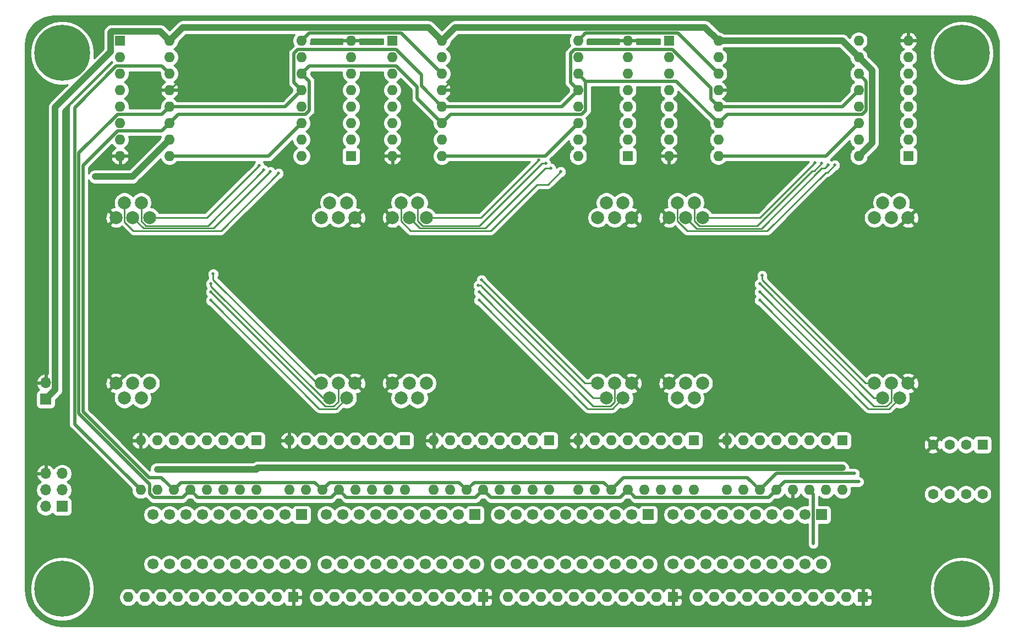
<source format=gbr>
%TF.GenerationSoftware,KiCad,Pcbnew,(5.1.8)-1*%
%TF.CreationDate,2021-01-13T10:35:39-05:00*%
%TF.ProjectId,LED_Panel,4c45445f-5061-46e6-956c-2e6b69636164,rev?*%
%TF.SameCoordinates,Original*%
%TF.FileFunction,Copper,L2,Bot*%
%TF.FilePolarity,Positive*%
%FSLAX46Y46*%
G04 Gerber Fmt 4.6, Leading zero omitted, Abs format (unit mm)*
G04 Created by KiCad (PCBNEW (5.1.8)-1) date 2021-01-13 10:35:39*
%MOMM*%
%LPD*%
G01*
G04 APERTURE LIST*
%TA.AperFunction,ComponentPad*%
%ADD10O,1.600000X1.600000*%
%TD*%
%TA.AperFunction,ComponentPad*%
%ADD11R,1.600000X1.600000*%
%TD*%
%TA.AperFunction,WasherPad*%
%ADD12C,8.600000*%
%TD*%
%TA.AperFunction,WasherPad*%
%ADD13C,0.900000*%
%TD*%
%TA.AperFunction,ComponentPad*%
%ADD14C,1.700000*%
%TD*%
%TA.AperFunction,ComponentPad*%
%ADD15R,1.700000X1.700000*%
%TD*%
%TA.AperFunction,ComponentPad*%
%ADD16C,2.000000*%
%TD*%
%TA.AperFunction,ComponentPad*%
%ADD17O,1.700000X1.700000*%
%TD*%
%TA.AperFunction,ComponentPad*%
%ADD18C,1.600000*%
%TD*%
%TA.AperFunction,ViaPad*%
%ADD19C,0.500000*%
%TD*%
%TA.AperFunction,Conductor*%
%ADD20C,0.500000*%
%TD*%
%TA.AperFunction,Conductor*%
%ADD21C,0.254000*%
%TD*%
%TA.AperFunction,Conductor*%
%ADD22C,1.000000*%
%TD*%
%TA.AperFunction,Conductor*%
%ADD23C,0.100000*%
%TD*%
G04 APERTURE END LIST*
D10*
%TO.P,U8,16*%
%TO.N,+5V*%
X176530000Y-34925000D03*
%TO.P,U8,8*%
%TO.N,GND*%
X184150000Y-17145000D03*
%TO.P,U8,15*%
%TO.N,Net-(RN8-Pad1)*%
X176530000Y-32385000D03*
%TO.P,U8,7*%
%TO.N,Net-(RN8-Pad8)*%
X184150000Y-19685000D03*
%TO.P,U8,14*%
%TO.N,/DATA_1*%
X176530000Y-29845000D03*
%TO.P,U8,6*%
%TO.N,Net-(RN8-Pad7)*%
X184150000Y-22225000D03*
%TO.P,U8,13*%
%TO.N,GND*%
X176530000Y-27305000D03*
%TO.P,U8,5*%
%TO.N,Net-(RN8-Pad6)*%
X184150000Y-24765000D03*
%TO.P,U8,12*%
%TO.N,/LATCH*%
X176530000Y-24765000D03*
%TO.P,U8,4*%
%TO.N,Net-(RN8-Pad5)*%
X184150000Y-27305000D03*
%TO.P,U8,11*%
%TO.N,/CLK*%
X176530000Y-22225000D03*
%TO.P,U8,3*%
%TO.N,Net-(RN8-Pad4)*%
X184150000Y-29845000D03*
%TO.P,U8,10*%
%TO.N,+5V*%
X176530000Y-19685000D03*
%TO.P,U8,2*%
%TO.N,Net-(RN8-Pad3)*%
X184150000Y-32385000D03*
%TO.P,U8,9*%
%TO.N,/DATA_2*%
X176530000Y-17145000D03*
D11*
%TO.P,U8,1*%
%TO.N,Net-(RN8-Pad2)*%
X184150000Y-34925000D03*
%TD*%
D12*
%TO.P,REF\u002A\u002A,*%
%TO.N,*%
X278130000Y-101600000D03*
D13*
X281355000Y-101600000D03*
X280410419Y-103880419D03*
X278130000Y-104825000D03*
X275849581Y-103880419D03*
X274905000Y-101600000D03*
X275849581Y-99319581D03*
X278130000Y-98375000D03*
X280410419Y-99319581D03*
%TD*%
D12*
%TO.P,REF\u002A\u002A,*%
%TO.N,*%
X139700000Y-101600000D03*
D13*
X142925000Y-101600000D03*
X141980419Y-103880419D03*
X139700000Y-104825000D03*
X137419581Y-103880419D03*
X136475000Y-101600000D03*
X137419581Y-99319581D03*
X139700000Y-98375000D03*
X141980419Y-99319581D03*
%TD*%
D12*
%TO.P,REF\u002A\u002A,*%
%TO.N,*%
X278130000Y-19050000D03*
D13*
X281355000Y-19050000D03*
X280410419Y-21330419D03*
X278130000Y-22275000D03*
X275849581Y-21330419D03*
X274905000Y-19050000D03*
X275849581Y-16769581D03*
X278130000Y-15825000D03*
X280410419Y-16769581D03*
%TD*%
D12*
%TO.P,REF\u002A\u002A,*%
%TO.N,*%
X139700000Y-19050000D03*
D13*
X142925000Y-19050000D03*
X141980419Y-21330419D03*
X139700000Y-22275000D03*
X137419581Y-21330419D03*
X136475000Y-19050000D03*
X137419581Y-16769581D03*
X139700000Y-15825000D03*
X141980419Y-16769581D03*
%TD*%
D14*
%TO.P,D1,20*%
%TO.N,Net-(D1-Pad20)*%
X256540000Y-97790000D03*
%TO.P,D1,19*%
%TO.N,Net-(D1-Pad19)*%
X254000000Y-97790000D03*
%TO.P,D1,18*%
%TO.N,Net-(D1-Pad18)*%
X251460000Y-97790000D03*
%TO.P,D1,17*%
%TO.N,Net-(D1-Pad17)*%
X248920000Y-97790000D03*
%TO.P,D1,16*%
%TO.N,Net-(D1-Pad16)*%
X246380000Y-97790000D03*
%TO.P,D1,15*%
%TO.N,Net-(D1-Pad15)*%
X243840000Y-97790000D03*
%TO.P,D1,14*%
%TO.N,Net-(D1-Pad14)*%
X241300000Y-97790000D03*
%TO.P,D1,13*%
%TO.N,Net-(D1-Pad13)*%
X238760000Y-97790000D03*
%TO.P,D1,12*%
%TO.N,Net-(D1-Pad12)*%
X236220000Y-97790000D03*
%TO.P,D1,11*%
%TO.N,Net-(D1-Pad11)*%
X233680000Y-97790000D03*
%TO.P,D1,10*%
%TO.N,Net-(D1-Pad10)*%
X233680000Y-90170000D03*
%TO.P,D1,9*%
%TO.N,Net-(D1-Pad9)*%
X236220000Y-90170000D03*
%TO.P,D1,8*%
%TO.N,Net-(D1-Pad8)*%
X238760000Y-90170000D03*
%TO.P,D1,7*%
%TO.N,Net-(D1-Pad7)*%
X241300000Y-90170000D03*
%TO.P,D1,6*%
%TO.N,Net-(D1-Pad6)*%
X243840000Y-90170000D03*
%TO.P,D1,5*%
%TO.N,Net-(D1-Pad5)*%
X246380000Y-90170000D03*
%TO.P,D1,4*%
%TO.N,Net-(D1-Pad4)*%
X248920000Y-90170000D03*
%TO.P,D1,3*%
%TO.N,Net-(D1-Pad3)*%
X251460000Y-90170000D03*
%TO.P,D1,2*%
%TO.N,Net-(D1-Pad2)*%
X254000000Y-90170000D03*
D15*
%TO.P,D1,1*%
%TO.N,Net-(D1-Pad1)*%
X256540000Y-90170000D03*
%TD*%
%TO.P,D3,1*%
%TO.N,Net-(D3-Pad1)*%
X203200000Y-90170000D03*
D14*
%TO.P,D3,2*%
%TO.N,Net-(D3-Pad2)*%
X200660000Y-90170000D03*
%TO.P,D3,3*%
%TO.N,Net-(D3-Pad3)*%
X198120000Y-90170000D03*
%TO.P,D3,4*%
%TO.N,Net-(D3-Pad4)*%
X195580000Y-90170000D03*
%TO.P,D3,5*%
%TO.N,Net-(D3-Pad5)*%
X193040000Y-90170000D03*
%TO.P,D3,6*%
%TO.N,Net-(D3-Pad6)*%
X190500000Y-90170000D03*
%TO.P,D3,7*%
%TO.N,Net-(D3-Pad7)*%
X187960000Y-90170000D03*
%TO.P,D3,8*%
%TO.N,Net-(D3-Pad8)*%
X185420000Y-90170000D03*
%TO.P,D3,9*%
%TO.N,Net-(D3-Pad9)*%
X182880000Y-90170000D03*
%TO.P,D3,10*%
%TO.N,Net-(D3-Pad10)*%
X180340000Y-90170000D03*
%TO.P,D3,11*%
%TO.N,Net-(D3-Pad11)*%
X180340000Y-97790000D03*
%TO.P,D3,12*%
%TO.N,Net-(D3-Pad12)*%
X182880000Y-97790000D03*
%TO.P,D3,13*%
%TO.N,Net-(D3-Pad13)*%
X185420000Y-97790000D03*
%TO.P,D3,14*%
%TO.N,Net-(D3-Pad14)*%
X187960000Y-97790000D03*
%TO.P,D3,15*%
%TO.N,Net-(D3-Pad15)*%
X190500000Y-97790000D03*
%TO.P,D3,16*%
%TO.N,Net-(D3-Pad16)*%
X193040000Y-97790000D03*
%TO.P,D3,17*%
%TO.N,Net-(D3-Pad17)*%
X195580000Y-97790000D03*
%TO.P,D3,18*%
%TO.N,Net-(D3-Pad18)*%
X198120000Y-97790000D03*
%TO.P,D3,19*%
%TO.N,Net-(D3-Pad19)*%
X200660000Y-97790000D03*
%TO.P,D3,20*%
%TO.N,Net-(D3-Pad20)*%
X203200000Y-97790000D03*
%TD*%
D16*
%TO.P,D6,5*%
%TO.N,GND*%
X227315000Y-44400000D03*
%TO.P,D6,4*%
%TO.N,Net-(D6-Pad4)*%
X226015000Y-42100000D03*
%TO.P,D6,3*%
%TO.N,Net-(D6-Pad3)*%
X224715000Y-44400000D03*
%TO.P,D6,2*%
%TO.N,Net-(D6-Pad2)*%
X223415000Y-42100000D03*
%TO.P,D6,1*%
%TO.N,Net-(D6-Pad1)*%
X222115000Y-44400000D03*
%TO.P,D6,6*%
%TO.N,GND*%
X227315000Y-69900000D03*
%TO.P,D6,7*%
%TO.N,Net-(D6-Pad7)*%
X226015000Y-72200000D03*
%TO.P,D6,8*%
%TO.N,Net-(D6-Pad8)*%
X224715000Y-69900000D03*
%TO.P,D6,9*%
%TO.N,Net-(D6-Pad9)*%
X223415000Y-72200000D03*
%TO.P,D6,10*%
%TO.N,Net-(D6-Pad10)*%
X222115000Y-69900000D03*
%TO.P,D6,11*%
%TO.N,Net-(D6-Pad11)*%
X195715000Y-69900000D03*
%TO.P,D6,12*%
%TO.N,Net-(D6-Pad12)*%
X194415000Y-72200000D03*
%TO.P,D6,13*%
%TO.N,Net-(D6-Pad13)*%
X193115000Y-69900000D03*
%TO.P,D6,14*%
%TO.N,Net-(D6-Pad14)*%
X191815000Y-72200000D03*
%TO.P,D6,15*%
%TO.N,GND*%
X190515000Y-69900000D03*
%TO.P,D6,16*%
X190515000Y-44400000D03*
%TO.P,D6,17*%
%TO.N,Net-(D6-Pad17)*%
X191815000Y-42100000D03*
%TO.P,D6,18*%
%TO.N,Net-(D6-Pad18)*%
X193115000Y-44400000D03*
%TO.P,D6,19*%
%TO.N,Net-(D6-Pad19)*%
X194415000Y-42100000D03*
%TO.P,D6,20*%
%TO.N,Net-(D6-Pad20)*%
X195715000Y-44400000D03*
%TD*%
D15*
%TO.P,J1,1*%
%TO.N,/MISO_DATA*%
X139700000Y-88900000D03*
D17*
%TO.P,J1,2*%
%TO.N,+5V*%
X137160000Y-88900000D03*
%TO.P,J1,3*%
%TO.N,/SCK*%
X139700000Y-86360000D03*
%TO.P,J1,4*%
%TO.N,/MOSI_SDA*%
X137160000Y-86360000D03*
%TO.P,J1,5*%
%TO.N,/RST*%
X139700000Y-83820000D03*
%TO.P,J1,6*%
%TO.N,GND*%
X137160000Y-83820000D03*
%TD*%
D15*
%TO.P,J2,1*%
%TO.N,+5V*%
X137160000Y-72390000D03*
D17*
%TO.P,J2,2*%
%TO.N,GND*%
X137160000Y-69850000D03*
%TD*%
D11*
%TO.P,RN1,1*%
%TO.N,GND*%
X262890000Y-102870000D03*
D10*
%TO.P,RN1,2*%
%TO.N,Net-(D1-Pad20)*%
X260350000Y-102870000D03*
%TO.P,RN1,3*%
%TO.N,Net-(D1-Pad19)*%
X257810000Y-102870000D03*
%TO.P,RN1,4*%
%TO.N,Net-(D1-Pad18)*%
X255270000Y-102870000D03*
%TO.P,RN1,5*%
%TO.N,Net-(D1-Pad17)*%
X252730000Y-102870000D03*
%TO.P,RN1,6*%
%TO.N,Net-(D1-Pad16)*%
X250190000Y-102870000D03*
%TO.P,RN1,7*%
%TO.N,Net-(D1-Pad15)*%
X247650000Y-102870000D03*
%TO.P,RN1,8*%
%TO.N,Net-(D1-Pad14)*%
X245110000Y-102870000D03*
%TO.P,RN1,9*%
%TO.N,Net-(D1-Pad13)*%
X242570000Y-102870000D03*
%TO.P,RN1,10*%
%TO.N,Net-(D1-Pad12)*%
X240030000Y-102870000D03*
%TO.P,RN1,11*%
%TO.N,Net-(D1-Pad11)*%
X237490000Y-102870000D03*
%TD*%
%TO.P,RN4,11*%
%TO.N,Net-(D4-Pad11)*%
X149860000Y-102870000D03*
%TO.P,RN4,10*%
%TO.N,Net-(D4-Pad12)*%
X152400000Y-102870000D03*
%TO.P,RN4,9*%
%TO.N,Net-(D4-Pad13)*%
X154940000Y-102870000D03*
%TO.P,RN4,8*%
%TO.N,Net-(D4-Pad14)*%
X157480000Y-102870000D03*
%TO.P,RN4,7*%
%TO.N,Net-(D4-Pad15)*%
X160020000Y-102870000D03*
%TO.P,RN4,6*%
%TO.N,Net-(D4-Pad16)*%
X162560000Y-102870000D03*
%TO.P,RN4,5*%
%TO.N,Net-(D4-Pad17)*%
X165100000Y-102870000D03*
%TO.P,RN4,4*%
%TO.N,Net-(D4-Pad18)*%
X167640000Y-102870000D03*
%TO.P,RN4,3*%
%TO.N,Net-(D4-Pad19)*%
X170180000Y-102870000D03*
%TO.P,RN4,2*%
%TO.N,Net-(D4-Pad20)*%
X172720000Y-102870000D03*
D11*
%TO.P,RN4,1*%
%TO.N,GND*%
X175260000Y-102870000D03*
%TD*%
%TO.P,U2,1*%
%TO.N,Net-(D1-Pad2)*%
X259715000Y-78740000D03*
D10*
%TO.P,U2,9*%
%TO.N,Net-(U2-Pad9)*%
X241935000Y-86360000D03*
%TO.P,U2,2*%
%TO.N,Net-(D1-Pad3)*%
X257175000Y-78740000D03*
%TO.P,U2,10*%
%TO.N,+5V*%
X244475000Y-86360000D03*
%TO.P,U2,3*%
%TO.N,Net-(D1-Pad4)*%
X254635000Y-78740000D03*
%TO.P,U2,11*%
%TO.N,/CLK*%
X247015000Y-86360000D03*
%TO.P,U2,4*%
%TO.N,Net-(D1-Pad5)*%
X252095000Y-78740000D03*
%TO.P,U2,12*%
%TO.N,/LATCH*%
X249555000Y-86360000D03*
%TO.P,U2,5*%
%TO.N,Net-(D1-Pad6)*%
X249555000Y-78740000D03*
%TO.P,U2,13*%
%TO.N,GND*%
X252095000Y-86360000D03*
%TO.P,U2,6*%
%TO.N,Net-(D1-Pad7)*%
X247015000Y-78740000D03*
%TO.P,U2,14*%
%TO.N,/MISO_DATA*%
X254635000Y-86360000D03*
%TO.P,U2,7*%
%TO.N,Net-(D1-Pad8)*%
X244475000Y-78740000D03*
%TO.P,U2,15*%
%TO.N,Net-(D1-Pad1)*%
X257175000Y-86360000D03*
%TO.P,U2,8*%
%TO.N,GND*%
X241935000Y-78740000D03*
%TO.P,U2,16*%
%TO.N,+5V*%
X259715000Y-86360000D03*
%TD*%
D11*
%TO.P,U3,1*%
%TO.N,Net-(D1-Pad10)*%
X236855000Y-78740000D03*
D10*
%TO.P,U3,9*%
%TO.N,Net-(U3-Pad9)*%
X219075000Y-86360000D03*
%TO.P,U3,2*%
%TO.N,Net-(D2-Pad1)*%
X234315000Y-78740000D03*
%TO.P,U3,10*%
%TO.N,+5V*%
X221615000Y-86360000D03*
%TO.P,U3,3*%
%TO.N,Net-(D2-Pad2)*%
X231775000Y-78740000D03*
%TO.P,U3,11*%
%TO.N,/CLK*%
X224155000Y-86360000D03*
%TO.P,U3,4*%
%TO.N,Net-(D2-Pad3)*%
X229235000Y-78740000D03*
%TO.P,U3,12*%
%TO.N,/LATCH*%
X226695000Y-86360000D03*
%TO.P,U3,5*%
%TO.N,Net-(D2-Pad4)*%
X226695000Y-78740000D03*
%TO.P,U3,13*%
%TO.N,GND*%
X229235000Y-86360000D03*
%TO.P,U3,6*%
%TO.N,Net-(D2-Pad5)*%
X224155000Y-78740000D03*
%TO.P,U3,14*%
%TO.N,Net-(U2-Pad9)*%
X231775000Y-86360000D03*
%TO.P,U3,7*%
%TO.N,Net-(D2-Pad6)*%
X221615000Y-78740000D03*
%TO.P,U3,15*%
%TO.N,Net-(D1-Pad9)*%
X234315000Y-86360000D03*
%TO.P,U3,8*%
%TO.N,GND*%
X219075000Y-78740000D03*
%TO.P,U3,16*%
%TO.N,+5V*%
X236855000Y-86360000D03*
%TD*%
%TO.P,U5,16*%
%TO.N,+5V*%
X192405000Y-86360000D03*
%TO.P,U5,8*%
%TO.N,GND*%
X174625000Y-78740000D03*
%TO.P,U5,15*%
%TO.N,Net-(D3-Pad5)*%
X189865000Y-86360000D03*
%TO.P,U5,7*%
%TO.N,Net-(D4-Pad2)*%
X177165000Y-78740000D03*
%TO.P,U5,14*%
%TO.N,Net-(U4-Pad9)*%
X187325000Y-86360000D03*
%TO.P,U5,6*%
%TO.N,Net-(D4-Pad1)*%
X179705000Y-78740000D03*
%TO.P,U5,13*%
%TO.N,GND*%
X184785000Y-86360000D03*
%TO.P,U5,5*%
%TO.N,Net-(D3-Pad10)*%
X182245000Y-78740000D03*
%TO.P,U5,12*%
%TO.N,/LATCH*%
X182245000Y-86360000D03*
%TO.P,U5,4*%
%TO.N,Net-(D3-Pad9)*%
X184785000Y-78740000D03*
%TO.P,U5,11*%
%TO.N,/CLK*%
X179705000Y-86360000D03*
%TO.P,U5,3*%
%TO.N,Net-(D3-Pad8)*%
X187325000Y-78740000D03*
%TO.P,U5,10*%
%TO.N,+5V*%
X177165000Y-86360000D03*
%TO.P,U5,2*%
%TO.N,Net-(D3-Pad7)*%
X189865000Y-78740000D03*
%TO.P,U5,9*%
%TO.N,Net-(U5-Pad9)*%
X174625000Y-86360000D03*
D11*
%TO.P,U5,1*%
%TO.N,Net-(D3-Pad6)*%
X192405000Y-78740000D03*
%TD*%
%TO.P,U6,1*%
%TO.N,Net-(D4-Pad4)*%
X169545000Y-78740000D03*
D10*
%TO.P,U6,9*%
%TO.N,/DATA_0*%
X151765000Y-86360000D03*
%TO.P,U6,2*%
%TO.N,Net-(D4-Pad5)*%
X167005000Y-78740000D03*
%TO.P,U6,10*%
%TO.N,+5V*%
X154305000Y-86360000D03*
%TO.P,U6,3*%
%TO.N,Net-(D4-Pad6)*%
X164465000Y-78740000D03*
%TO.P,U6,11*%
%TO.N,/CLK*%
X156845000Y-86360000D03*
%TO.P,U6,4*%
%TO.N,Net-(D4-Pad7)*%
X161925000Y-78740000D03*
%TO.P,U6,12*%
%TO.N,/LATCH*%
X159385000Y-86360000D03*
%TO.P,U6,5*%
%TO.N,Net-(D4-Pad8)*%
X159385000Y-78740000D03*
%TO.P,U6,13*%
%TO.N,GND*%
X161925000Y-86360000D03*
%TO.P,U6,6*%
%TO.N,Net-(D4-Pad9)*%
X156845000Y-78740000D03*
%TO.P,U6,14*%
%TO.N,Net-(U5-Pad9)*%
X164465000Y-86360000D03*
%TO.P,U6,7*%
%TO.N,Net-(D4-Pad10)*%
X154305000Y-78740000D03*
%TO.P,U6,15*%
%TO.N,Net-(D4-Pad3)*%
X167005000Y-86360000D03*
%TO.P,U6,8*%
%TO.N,GND*%
X151765000Y-78740000D03*
%TO.P,U6,16*%
%TO.N,+5V*%
X169545000Y-86360000D03*
%TD*%
D11*
%TO.P,U7,1*%
%TO.N,Net-(RN5-Pad2)*%
X148590000Y-17145000D03*
D10*
%TO.P,U7,9*%
%TO.N,/DATA_1*%
X156210000Y-34925000D03*
%TO.P,U7,2*%
%TO.N,Net-(RN5-Pad3)*%
X148590000Y-19685000D03*
%TO.P,U7,10*%
%TO.N,+5V*%
X156210000Y-32385000D03*
%TO.P,U7,3*%
%TO.N,Net-(RN5-Pad4)*%
X148590000Y-22225000D03*
%TO.P,U7,11*%
%TO.N,/CLK*%
X156210000Y-29845000D03*
%TO.P,U7,4*%
%TO.N,Net-(RN5-Pad5)*%
X148590000Y-24765000D03*
%TO.P,U7,12*%
%TO.N,/LATCH*%
X156210000Y-27305000D03*
%TO.P,U7,5*%
%TO.N,Net-(RN5-Pad6)*%
X148590000Y-27305000D03*
%TO.P,U7,13*%
%TO.N,GND*%
X156210000Y-24765000D03*
%TO.P,U7,6*%
%TO.N,Net-(RN5-Pad7)*%
X148590000Y-29845000D03*
%TO.P,U7,14*%
%TO.N,/DATA_0*%
X156210000Y-22225000D03*
%TO.P,U7,7*%
%TO.N,Net-(RN5-Pad8)*%
X148590000Y-32385000D03*
%TO.P,U7,15*%
%TO.N,Net-(RN5-Pad1)*%
X156210000Y-19685000D03*
%TO.P,U7,8*%
%TO.N,GND*%
X148590000Y-34925000D03*
%TO.P,U7,16*%
%TO.N,+5V*%
X156210000Y-17145000D03*
%TD*%
D11*
%TO.P,U9,1*%
%TO.N,Net-(RN6-Pad2)*%
X190500000Y-17145000D03*
D10*
%TO.P,U9,9*%
%TO.N,/DATA_3*%
X198120000Y-34925000D03*
%TO.P,U9,2*%
%TO.N,Net-(RN6-Pad3)*%
X190500000Y-19685000D03*
%TO.P,U9,10*%
%TO.N,+5V*%
X198120000Y-32385000D03*
%TO.P,U9,3*%
%TO.N,Net-(RN6-Pad4)*%
X190500000Y-22225000D03*
%TO.P,U9,11*%
%TO.N,/CLK*%
X198120000Y-29845000D03*
%TO.P,U9,4*%
%TO.N,Net-(RN6-Pad5)*%
X190500000Y-24765000D03*
%TO.P,U9,12*%
%TO.N,/LATCH*%
X198120000Y-27305000D03*
%TO.P,U9,5*%
%TO.N,Net-(RN6-Pad6)*%
X190500000Y-27305000D03*
%TO.P,U9,13*%
%TO.N,GND*%
X198120000Y-24765000D03*
%TO.P,U9,6*%
%TO.N,Net-(RN6-Pad7)*%
X190500000Y-29845000D03*
%TO.P,U9,14*%
%TO.N,/DATA_2*%
X198120000Y-22225000D03*
%TO.P,U9,7*%
%TO.N,Net-(RN6-Pad8)*%
X190500000Y-32385000D03*
%TO.P,U9,15*%
%TO.N,Net-(RN6-Pad1)*%
X198120000Y-19685000D03*
%TO.P,U9,8*%
%TO.N,GND*%
X190500000Y-34925000D03*
%TO.P,U9,16*%
%TO.N,+5V*%
X198120000Y-17145000D03*
%TD*%
D11*
%TO.P,U10,1*%
%TO.N,Net-(RN9-Pad2)*%
X226695000Y-34925000D03*
D10*
%TO.P,U10,9*%
%TO.N,/DATA_4*%
X219075000Y-17145000D03*
%TO.P,U10,2*%
%TO.N,Net-(RN9-Pad3)*%
X226695000Y-32385000D03*
%TO.P,U10,10*%
%TO.N,+5V*%
X219075000Y-19685000D03*
%TO.P,U10,3*%
%TO.N,Net-(RN9-Pad4)*%
X226695000Y-29845000D03*
%TO.P,U10,11*%
%TO.N,/CLK*%
X219075000Y-22225000D03*
%TO.P,U10,4*%
%TO.N,Net-(RN9-Pad5)*%
X226695000Y-27305000D03*
%TO.P,U10,12*%
%TO.N,/LATCH*%
X219075000Y-24765000D03*
%TO.P,U10,5*%
%TO.N,Net-(RN9-Pad6)*%
X226695000Y-24765000D03*
%TO.P,U10,13*%
%TO.N,GND*%
X219075000Y-27305000D03*
%TO.P,U10,6*%
%TO.N,Net-(RN9-Pad7)*%
X226695000Y-22225000D03*
%TO.P,U10,14*%
%TO.N,/DATA_3*%
X219075000Y-29845000D03*
%TO.P,U10,7*%
%TO.N,Net-(RN9-Pad8)*%
X226695000Y-19685000D03*
%TO.P,U10,15*%
%TO.N,Net-(RN9-Pad1)*%
X219075000Y-32385000D03*
%TO.P,U10,8*%
%TO.N,GND*%
X226695000Y-17145000D03*
%TO.P,U10,16*%
%TO.N,+5V*%
X219075000Y-34925000D03*
%TD*%
%TO.P,U11,16*%
%TO.N,+5V*%
X240665000Y-17145000D03*
%TO.P,U11,8*%
%TO.N,GND*%
X233045000Y-34925000D03*
%TO.P,U11,15*%
%TO.N,Net-(RN7-Pad1)*%
X240665000Y-19685000D03*
%TO.P,U11,7*%
%TO.N,Net-(RN7-Pad8)*%
X233045000Y-32385000D03*
%TO.P,U11,14*%
%TO.N,/DATA_4*%
X240665000Y-22225000D03*
%TO.P,U11,6*%
%TO.N,Net-(RN7-Pad7)*%
X233045000Y-29845000D03*
%TO.P,U11,13*%
%TO.N,GND*%
X240665000Y-24765000D03*
%TO.P,U11,5*%
%TO.N,Net-(RN7-Pad6)*%
X233045000Y-27305000D03*
%TO.P,U11,12*%
%TO.N,/LATCH*%
X240665000Y-27305000D03*
%TO.P,U11,4*%
%TO.N,Net-(RN7-Pad5)*%
X233045000Y-24765000D03*
%TO.P,U11,11*%
%TO.N,/CLK*%
X240665000Y-29845000D03*
%TO.P,U11,3*%
%TO.N,Net-(RN7-Pad4)*%
X233045000Y-22225000D03*
%TO.P,U11,10*%
%TO.N,+5V*%
X240665000Y-32385000D03*
%TO.P,U11,2*%
%TO.N,Net-(RN7-Pad3)*%
X233045000Y-19685000D03*
%TO.P,U11,9*%
%TO.N,/DATA_5*%
X240665000Y-34925000D03*
D11*
%TO.P,U11,1*%
%TO.N,Net-(RN7-Pad2)*%
X233045000Y-17145000D03*
%TD*%
D10*
%TO.P,U12,16*%
%TO.N,+5V*%
X262255000Y-34925000D03*
%TO.P,U12,8*%
%TO.N,GND*%
X269875000Y-17145000D03*
%TO.P,U12,15*%
%TO.N,Net-(RN10-Pad1)*%
X262255000Y-32385000D03*
%TO.P,U12,7*%
%TO.N,Net-(RN10-Pad8)*%
X269875000Y-19685000D03*
%TO.P,U12,14*%
%TO.N,/DATA_5*%
X262255000Y-29845000D03*
%TO.P,U12,6*%
%TO.N,Net-(RN10-Pad7)*%
X269875000Y-22225000D03*
%TO.P,U12,13*%
%TO.N,GND*%
X262255000Y-27305000D03*
%TO.P,U12,5*%
%TO.N,Net-(RN10-Pad6)*%
X269875000Y-24765000D03*
%TO.P,U12,12*%
%TO.N,/LATCH*%
X262255000Y-24765000D03*
%TO.P,U12,4*%
%TO.N,Net-(RN10-Pad5)*%
X269875000Y-27305000D03*
%TO.P,U12,11*%
%TO.N,/CLK*%
X262255000Y-22225000D03*
%TO.P,U12,3*%
%TO.N,Net-(RN10-Pad4)*%
X269875000Y-29845000D03*
%TO.P,U12,10*%
%TO.N,+5V*%
X262255000Y-19685000D03*
%TO.P,U12,2*%
%TO.N,Net-(RN10-Pad3)*%
X269875000Y-32385000D03*
%TO.P,U12,9*%
%TO.N,N/C*%
X262255000Y-17145000D03*
D11*
%TO.P,U12,1*%
%TO.N,Net-(RN10-Pad2)*%
X269875000Y-34925000D03*
%TD*%
D15*
%TO.P,D2,1*%
%TO.N,Net-(D2-Pad1)*%
X229870000Y-90170000D03*
D14*
%TO.P,D2,2*%
%TO.N,Net-(D2-Pad2)*%
X227330000Y-90170000D03*
%TO.P,D2,3*%
%TO.N,Net-(D2-Pad3)*%
X224790000Y-90170000D03*
%TO.P,D2,4*%
%TO.N,Net-(D2-Pad4)*%
X222250000Y-90170000D03*
%TO.P,D2,5*%
%TO.N,Net-(D2-Pad5)*%
X219710000Y-90170000D03*
%TO.P,D2,6*%
%TO.N,Net-(D2-Pad6)*%
X217170000Y-90170000D03*
%TO.P,D2,7*%
%TO.N,Net-(D2-Pad7)*%
X214630000Y-90170000D03*
%TO.P,D2,8*%
%TO.N,Net-(D2-Pad8)*%
X212090000Y-90170000D03*
%TO.P,D2,9*%
%TO.N,Net-(D2-Pad9)*%
X209550000Y-90170000D03*
%TO.P,D2,10*%
%TO.N,Net-(D2-Pad10)*%
X207010000Y-90170000D03*
%TO.P,D2,11*%
%TO.N,Net-(D2-Pad11)*%
X207010000Y-97790000D03*
%TO.P,D2,12*%
%TO.N,Net-(D2-Pad12)*%
X209550000Y-97790000D03*
%TO.P,D2,13*%
%TO.N,Net-(D2-Pad13)*%
X212090000Y-97790000D03*
%TO.P,D2,14*%
%TO.N,Net-(D2-Pad14)*%
X214630000Y-97790000D03*
%TO.P,D2,15*%
%TO.N,Net-(D2-Pad15)*%
X217170000Y-97790000D03*
%TO.P,D2,16*%
%TO.N,Net-(D2-Pad16)*%
X219710000Y-97790000D03*
%TO.P,D2,17*%
%TO.N,Net-(D2-Pad17)*%
X222250000Y-97790000D03*
%TO.P,D2,18*%
%TO.N,Net-(D2-Pad18)*%
X224790000Y-97790000D03*
%TO.P,D2,19*%
%TO.N,Net-(D2-Pad19)*%
X227330000Y-97790000D03*
%TO.P,D2,20*%
%TO.N,Net-(D2-Pad20)*%
X229870000Y-97790000D03*
%TD*%
%TO.P,D4,20*%
%TO.N,Net-(D4-Pad20)*%
X176530000Y-97790000D03*
%TO.P,D4,19*%
%TO.N,Net-(D4-Pad19)*%
X173990000Y-97790000D03*
%TO.P,D4,18*%
%TO.N,Net-(D4-Pad18)*%
X171450000Y-97790000D03*
%TO.P,D4,17*%
%TO.N,Net-(D4-Pad17)*%
X168910000Y-97790000D03*
%TO.P,D4,16*%
%TO.N,Net-(D4-Pad16)*%
X166370000Y-97790000D03*
%TO.P,D4,15*%
%TO.N,Net-(D4-Pad15)*%
X163830000Y-97790000D03*
%TO.P,D4,14*%
%TO.N,Net-(D4-Pad14)*%
X161290000Y-97790000D03*
%TO.P,D4,13*%
%TO.N,Net-(D4-Pad13)*%
X158750000Y-97790000D03*
%TO.P,D4,12*%
%TO.N,Net-(D4-Pad12)*%
X156210000Y-97790000D03*
%TO.P,D4,11*%
%TO.N,Net-(D4-Pad11)*%
X153670000Y-97790000D03*
%TO.P,D4,10*%
%TO.N,Net-(D4-Pad10)*%
X153670000Y-90170000D03*
%TO.P,D4,9*%
%TO.N,Net-(D4-Pad9)*%
X156210000Y-90170000D03*
%TO.P,D4,8*%
%TO.N,Net-(D4-Pad8)*%
X158750000Y-90170000D03*
%TO.P,D4,7*%
%TO.N,Net-(D4-Pad7)*%
X161290000Y-90170000D03*
%TO.P,D4,6*%
%TO.N,Net-(D4-Pad6)*%
X163830000Y-90170000D03*
%TO.P,D4,5*%
%TO.N,Net-(D4-Pad5)*%
X166370000Y-90170000D03*
%TO.P,D4,4*%
%TO.N,Net-(D4-Pad4)*%
X168910000Y-90170000D03*
%TO.P,D4,3*%
%TO.N,Net-(D4-Pad3)*%
X171450000Y-90170000D03*
%TO.P,D4,2*%
%TO.N,Net-(D4-Pad2)*%
X173990000Y-90170000D03*
D15*
%TO.P,D4,1*%
%TO.N,Net-(D4-Pad1)*%
X176530000Y-90170000D03*
%TD*%
D16*
%TO.P,D5,5*%
%TO.N,GND*%
X184770000Y-44400000D03*
%TO.P,D5,4*%
%TO.N,Net-(D5-Pad4)*%
X183470000Y-42100000D03*
%TO.P,D5,3*%
%TO.N,Net-(D5-Pad3)*%
X182170000Y-44400000D03*
%TO.P,D5,2*%
%TO.N,Net-(D5-Pad2)*%
X180870000Y-42100000D03*
%TO.P,D5,1*%
%TO.N,Net-(D5-Pad1)*%
X179570000Y-44400000D03*
%TO.P,D5,6*%
%TO.N,GND*%
X184770000Y-69900000D03*
%TO.P,D5,7*%
%TO.N,Net-(D5-Pad7)*%
X183470000Y-72200000D03*
%TO.P,D5,8*%
%TO.N,Net-(D5-Pad8)*%
X182170000Y-69900000D03*
%TO.P,D5,9*%
%TO.N,Net-(D5-Pad9)*%
X180870000Y-72200000D03*
%TO.P,D5,10*%
%TO.N,Net-(D5-Pad10)*%
X179570000Y-69900000D03*
%TO.P,D5,11*%
%TO.N,Net-(D5-Pad11)*%
X153170000Y-69900000D03*
%TO.P,D5,12*%
%TO.N,Net-(D5-Pad12)*%
X151870000Y-72200000D03*
%TO.P,D5,13*%
%TO.N,Net-(D5-Pad13)*%
X150570000Y-69900000D03*
%TO.P,D5,14*%
%TO.N,Net-(D5-Pad14)*%
X149270000Y-72200000D03*
%TO.P,D5,15*%
%TO.N,GND*%
X147970000Y-69900000D03*
%TO.P,D5,16*%
X147970000Y-44400000D03*
%TO.P,D5,17*%
%TO.N,Net-(D5-Pad17)*%
X149270000Y-42100000D03*
%TO.P,D5,18*%
%TO.N,Net-(D5-Pad18)*%
X150570000Y-44400000D03*
%TO.P,D5,19*%
%TO.N,Net-(D5-Pad19)*%
X151870000Y-42100000D03*
%TO.P,D5,20*%
%TO.N,Net-(D5-Pad20)*%
X153170000Y-44400000D03*
%TD*%
%TO.P,D7,20*%
%TO.N,Net-(D7-Pad20)*%
X238260000Y-44400000D03*
%TO.P,D7,19*%
%TO.N,Net-(D7-Pad19)*%
X236960000Y-42100000D03*
%TO.P,D7,18*%
%TO.N,Net-(D7-Pad18)*%
X235660000Y-44400000D03*
%TO.P,D7,17*%
%TO.N,Net-(D7-Pad17)*%
X234360000Y-42100000D03*
%TO.P,D7,16*%
%TO.N,GND*%
X233060000Y-44400000D03*
%TO.P,D7,15*%
X233060000Y-69900000D03*
%TO.P,D7,14*%
%TO.N,Net-(D7-Pad14)*%
X234360000Y-72200000D03*
%TO.P,D7,13*%
%TO.N,Net-(D7-Pad13)*%
X235660000Y-69900000D03*
%TO.P,D7,12*%
%TO.N,Net-(D7-Pad12)*%
X236960000Y-72200000D03*
%TO.P,D7,11*%
%TO.N,Net-(D7-Pad11)*%
X238260000Y-69900000D03*
%TO.P,D7,10*%
%TO.N,Net-(D7-Pad10)*%
X264660000Y-69900000D03*
%TO.P,D7,9*%
%TO.N,Net-(D7-Pad9)*%
X265960000Y-72200000D03*
%TO.P,D7,8*%
%TO.N,Net-(D7-Pad8)*%
X267260000Y-69900000D03*
%TO.P,D7,7*%
%TO.N,Net-(D7-Pad7)*%
X268560000Y-72200000D03*
%TO.P,D7,6*%
%TO.N,GND*%
X269860000Y-69900000D03*
%TO.P,D7,1*%
%TO.N,Net-(D7-Pad1)*%
X264660000Y-44400000D03*
%TO.P,D7,2*%
%TO.N,Net-(D7-Pad2)*%
X265960000Y-42100000D03*
%TO.P,D7,3*%
%TO.N,Net-(D7-Pad3)*%
X267260000Y-44400000D03*
%TO.P,D7,4*%
%TO.N,Net-(D7-Pad4)*%
X268560000Y-42100000D03*
%TO.P,D7,5*%
%TO.N,GND*%
X269860000Y-44400000D03*
%TD*%
D11*
%TO.P,RN2,1*%
%TO.N,GND*%
X233680000Y-102870000D03*
D10*
%TO.P,RN2,2*%
%TO.N,Net-(D2-Pad20)*%
X231140000Y-102870000D03*
%TO.P,RN2,3*%
%TO.N,Net-(D2-Pad19)*%
X228600000Y-102870000D03*
%TO.P,RN2,4*%
%TO.N,Net-(D2-Pad18)*%
X226060000Y-102870000D03*
%TO.P,RN2,5*%
%TO.N,Net-(D2-Pad17)*%
X223520000Y-102870000D03*
%TO.P,RN2,6*%
%TO.N,Net-(D2-Pad16)*%
X220980000Y-102870000D03*
%TO.P,RN2,7*%
%TO.N,Net-(D2-Pad15)*%
X218440000Y-102870000D03*
%TO.P,RN2,8*%
%TO.N,Net-(D2-Pad14)*%
X215900000Y-102870000D03*
%TO.P,RN2,9*%
%TO.N,Net-(D2-Pad13)*%
X213360000Y-102870000D03*
%TO.P,RN2,10*%
%TO.N,Net-(D2-Pad12)*%
X210820000Y-102870000D03*
%TO.P,RN2,11*%
%TO.N,Net-(D2-Pad11)*%
X208280000Y-102870000D03*
%TD*%
%TO.P,RN3,11*%
%TO.N,Net-(D3-Pad11)*%
X179070000Y-102870000D03*
%TO.P,RN3,10*%
%TO.N,Net-(D3-Pad12)*%
X181610000Y-102870000D03*
%TO.P,RN3,9*%
%TO.N,Net-(D3-Pad13)*%
X184150000Y-102870000D03*
%TO.P,RN3,8*%
%TO.N,Net-(D3-Pad14)*%
X186690000Y-102870000D03*
%TO.P,RN3,7*%
%TO.N,Net-(D3-Pad15)*%
X189230000Y-102870000D03*
%TO.P,RN3,6*%
%TO.N,Net-(D3-Pad16)*%
X191770000Y-102870000D03*
%TO.P,RN3,5*%
%TO.N,Net-(D3-Pad17)*%
X194310000Y-102870000D03*
%TO.P,RN3,4*%
%TO.N,Net-(D3-Pad18)*%
X196850000Y-102870000D03*
%TO.P,RN3,3*%
%TO.N,Net-(D3-Pad19)*%
X199390000Y-102870000D03*
%TO.P,RN3,2*%
%TO.N,Net-(D3-Pad20)*%
X201930000Y-102870000D03*
D11*
%TO.P,RN3,1*%
%TO.N,GND*%
X204470000Y-102870000D03*
%TD*%
%TO.P,U1,1*%
%TO.N,/RST*%
X281305000Y-79375000D03*
D18*
%TO.P,U1,2*%
%TO.N,/CLK*%
X278765000Y-79375000D03*
%TO.P,U1,3*%
%TO.N,/LATCH*%
X276225000Y-79375000D03*
%TO.P,U1,4*%
%TO.N,GND*%
X273685000Y-79375000D03*
%TO.P,U1,5*%
%TO.N,/MOSI_SDA*%
X273685000Y-86995000D03*
%TO.P,U1,6*%
%TO.N,/MISO_DATA*%
X276225000Y-86995000D03*
%TO.P,U1,7*%
%TO.N,/SCK*%
X278765000Y-86995000D03*
%TO.P,U1,8*%
%TO.N,+5V*%
X281305000Y-86995000D03*
%TD*%
D11*
%TO.P,U4,1*%
%TO.N,Net-(D2-Pad8)*%
X214630000Y-78740000D03*
D10*
%TO.P,U4,9*%
%TO.N,Net-(U4-Pad9)*%
X196850000Y-86360000D03*
%TO.P,U4,2*%
%TO.N,Net-(D2-Pad9)*%
X212090000Y-78740000D03*
%TO.P,U4,10*%
%TO.N,+5V*%
X199390000Y-86360000D03*
%TO.P,U4,3*%
%TO.N,Net-(D2-Pad10)*%
X209550000Y-78740000D03*
%TO.P,U4,11*%
%TO.N,/CLK*%
X201930000Y-86360000D03*
%TO.P,U4,4*%
%TO.N,Net-(D3-Pad1)*%
X207010000Y-78740000D03*
%TO.P,U4,12*%
%TO.N,/LATCH*%
X204470000Y-86360000D03*
%TO.P,U4,5*%
%TO.N,Net-(D3-Pad2)*%
X204470000Y-78740000D03*
%TO.P,U4,13*%
%TO.N,GND*%
X207010000Y-86360000D03*
%TO.P,U4,6*%
%TO.N,Net-(D3-Pad3)*%
X201930000Y-78740000D03*
%TO.P,U4,14*%
%TO.N,Net-(U3-Pad9)*%
X209550000Y-86360000D03*
%TO.P,U4,7*%
%TO.N,Net-(D3-Pad4)*%
X199390000Y-78740000D03*
%TO.P,U4,15*%
%TO.N,Net-(D2-Pad7)*%
X212090000Y-86360000D03*
%TO.P,U4,8*%
%TO.N,GND*%
X196850000Y-78740000D03*
%TO.P,U4,16*%
%TO.N,+5V*%
X214630000Y-86360000D03*
%TD*%
D19*
%TO.N,/LATCH*%
X262255000Y-85090000D03*
%TO.N,GND*%
X174625000Y-16510000D03*
X252730000Y-19685000D03*
X230505000Y-17145000D03*
X216535000Y-16510000D03*
X187960000Y-17145000D03*
%TO.N,+5V*%
X144780000Y-38100000D03*
X227180989Y-15090989D03*
X222735989Y-15090989D03*
X185569011Y-15090989D03*
X180190989Y-15090989D03*
X154305000Y-83185000D03*
X169545000Y-83185000D03*
X259715000Y-82942990D03*
X244724999Y-82935001D03*
X221365001Y-82935001D03*
X199140001Y-82935001D03*
X191520001Y-82935001D03*
X177414999Y-82935001D03*
X237104999Y-82935001D03*
%TO.N,Net-(D5-Pad7)*%
X162560000Y-57150000D03*
%TO.N,Net-(D5-Pad8)*%
X162560000Y-55880000D03*
%TO.N,Net-(D5-Pad9)*%
X162560000Y-54610000D03*
%TO.N,Net-(D5-Pad10)*%
X162937634Y-53086000D03*
%TO.N,Net-(D5-Pad17)*%
X172974000Y-37592000D03*
%TO.N,Net-(D5-Pad18)*%
X171704000Y-37338000D03*
%TO.N,Net-(D5-Pad19)*%
X170688000Y-37084000D03*
%TO.N,Net-(D5-Pad20)*%
X169989500Y-36385500D03*
%TO.N,Net-(D6-Pad7)*%
X203835000Y-57150000D03*
%TO.N,Net-(D6-Pad8)*%
X203835000Y-55880000D03*
%TO.N,Net-(D6-Pad9)*%
X203708000Y-54864000D03*
%TO.N,Net-(D6-Pad10)*%
X204212634Y-53975000D03*
%TO.N,Net-(D6-Pad17)*%
X216408000Y-37338000D03*
%TO.N,Net-(D6-Pad18)*%
X214884000Y-36830000D03*
%TO.N,Net-(D6-Pad19)*%
X214122000Y-36068000D03*
%TO.N,Net-(D6-Pad20)*%
X212982112Y-35560000D03*
%TO.N,Net-(D7-Pad20)*%
X255527112Y-35953225D03*
%TO.N,Net-(D7-Pad19)*%
X256540000Y-36068000D03*
%TO.N,Net-(D7-Pad18)*%
X257556000Y-36322000D03*
%TO.N,Net-(D7-Pad17)*%
X258572000Y-36322000D03*
%TO.N,Net-(D7-Pad10)*%
X247392634Y-53340000D03*
%TO.N,Net-(D7-Pad9)*%
X247015000Y-54610000D03*
%TO.N,Net-(D7-Pad8)*%
X247015000Y-55880000D03*
%TO.N,Net-(D7-Pad7)*%
X247015000Y-57150000D03*
%TO.N,/MISO_DATA*%
X255270000Y-94615000D03*
%TO.N,/CLK*%
X261620000Y-83820000D03*
%TD*%
D20*
%TO.N,/LATCH*%
X250825000Y-85090000D02*
X262255000Y-85090000D01*
X249555000Y-86360000D02*
X250825000Y-85090000D01*
X227872001Y-87537001D02*
X226695000Y-86360000D01*
X248377999Y-87537001D02*
X227872001Y-87537001D01*
X249555000Y-86360000D02*
X248377999Y-87537001D01*
X205647001Y-87537001D02*
X204470000Y-86360000D01*
X225517999Y-87537001D02*
X205647001Y-87537001D01*
X226695000Y-86360000D02*
X225517999Y-87537001D01*
X183422001Y-87537001D02*
X182245000Y-86360000D01*
X203292999Y-87537001D02*
X183422001Y-87537001D01*
X204470000Y-86360000D02*
X203292999Y-87537001D01*
X160562001Y-87537001D02*
X159385000Y-86360000D01*
X181067999Y-87537001D02*
X160562001Y-87537001D01*
X182245000Y-86360000D02*
X181067999Y-87537001D01*
X155032999Y-28482001D02*
X156210000Y-27305000D01*
X148211037Y-28482001D02*
X155032999Y-28482001D01*
X142247990Y-34445048D02*
X148211037Y-28482001D01*
X153127999Y-85434725D02*
X142247990Y-74554716D01*
X142247990Y-74554716D02*
X142247990Y-34445048D01*
X153127999Y-86924961D02*
X153127999Y-85434725D01*
X158207999Y-87537001D02*
X153740039Y-87537001D01*
X153740039Y-87537001D02*
X153127999Y-86924961D01*
X159385000Y-86360000D02*
X158207999Y-87537001D01*
X173990000Y-27305000D02*
X176530000Y-24765000D01*
X156210000Y-27305000D02*
X173990000Y-27305000D01*
X175965039Y-18507999D02*
X191064961Y-18507999D01*
X175352999Y-19120039D02*
X175965039Y-18507999D01*
X191064961Y-18507999D02*
X194945000Y-22388038D01*
X175352999Y-23587999D02*
X175352999Y-19120039D01*
X176530000Y-24765000D02*
X175352999Y-23587999D01*
X194945000Y-24130000D02*
X198120000Y-27305000D01*
X194945000Y-22388038D02*
X194945000Y-24130000D01*
X216535000Y-27305000D02*
X219075000Y-24765000D01*
X198120000Y-27305000D02*
X216535000Y-27305000D01*
X239487999Y-26127999D02*
X240665000Y-27305000D01*
X239487999Y-24386037D02*
X239487999Y-26127999D01*
X233609961Y-18507999D02*
X239487999Y-24386037D01*
X218510039Y-18507999D02*
X233609961Y-18507999D01*
X217897999Y-19120039D02*
X218510039Y-18507999D01*
X217897999Y-23587999D02*
X217897999Y-19120039D01*
X219075000Y-24765000D02*
X217897999Y-23587999D01*
X259715000Y-27305000D02*
X262255000Y-24765000D01*
X240665000Y-27305000D02*
X259715000Y-27305000D01*
D21*
%TO.N,GND*%
X164465000Y-16510000D02*
X156210000Y-24765000D01*
X174625000Y-16510000D02*
X164465000Y-16510000D01*
X247650000Y-24765000D02*
X240665000Y-24765000D01*
X252730000Y-19685000D02*
X247650000Y-24765000D01*
X226695000Y-17145000D02*
X230505000Y-17145000D01*
X206375000Y-16510000D02*
X198120000Y-24765000D01*
X216535000Y-16510000D02*
X206375000Y-16510000D01*
X187960000Y-17145000D02*
X184150000Y-17145000D01*
D22*
%TO.N,+5V*%
X154782999Y-15717999D02*
X156210000Y-17145000D01*
X147162999Y-15843399D02*
X147288399Y-15717999D01*
X147162999Y-18878963D02*
X147162999Y-15843399D01*
X138637001Y-27404961D02*
X147162999Y-18878963D01*
X147288399Y-15717999D02*
X154782999Y-15717999D01*
X138637001Y-70912999D02*
X138637001Y-27404961D01*
X137160000Y-72390000D02*
X138637001Y-70912999D01*
X196065989Y-15090989D02*
X198120000Y-17145000D01*
X156210000Y-17145000D02*
X158264011Y-15090989D01*
X238610989Y-15090989D02*
X240665000Y-17145000D01*
X198120000Y-17145000D02*
X200174011Y-15090989D01*
X259715000Y-17145000D02*
X262255000Y-19685000D01*
X240665000Y-17145000D02*
X259715000Y-17145000D01*
X150495000Y-38100000D02*
X144780000Y-38100000D01*
X156210000Y-32385000D02*
X150495000Y-38100000D01*
X264309011Y-32870989D02*
X262255000Y-34925000D01*
X264309011Y-21739011D02*
X264309011Y-32870989D01*
X262255000Y-19685000D02*
X264309011Y-21739011D01*
X227180989Y-15090989D02*
X238610989Y-15090989D01*
X222735989Y-15090989D02*
X227180989Y-15090989D01*
X200174011Y-15090989D02*
X222735989Y-15090989D01*
X185569011Y-15090989D02*
X196065989Y-15090989D01*
X180190989Y-15090989D02*
X185569011Y-15090989D01*
X158264011Y-15090989D02*
X180190989Y-15090989D01*
X154305000Y-83185000D02*
X169545000Y-83185000D01*
X249305001Y-82935001D02*
X249312990Y-82942990D01*
X169545000Y-83185000D02*
X169794999Y-82935001D01*
X249312990Y-82942990D02*
X259715000Y-82942990D01*
X244724999Y-82935001D02*
X249305001Y-82935001D01*
X199140001Y-82935001D02*
X221365001Y-82935001D01*
X191520001Y-82935001D02*
X199140001Y-82935001D01*
X177414999Y-82935001D02*
X191520001Y-82935001D01*
X169794999Y-82935001D02*
X177414999Y-82935001D01*
X237104999Y-82935001D02*
X244724999Y-82935001D01*
X221365001Y-82935001D02*
X237104999Y-82935001D01*
D21*
%TO.N,Net-(D5-Pad7)*%
X181834989Y-73835011D02*
X183470000Y-72200000D01*
X179245011Y-73835011D02*
X181834989Y-73835011D01*
X162560000Y-57150000D02*
X179245011Y-73835011D01*
%TO.N,Net-(D5-Pad8)*%
X182170000Y-72755922D02*
X182170000Y-69900000D01*
X181471921Y-73454001D02*
X182170000Y-72755922D01*
X180134001Y-73454001D02*
X181471921Y-73454001D01*
X162560000Y-55880000D02*
X180134001Y-73454001D01*
%TO.N,Net-(D5-Pad9)*%
X179796447Y-72200000D02*
X180870000Y-72200000D01*
X162560000Y-54963553D02*
X179796447Y-72200000D01*
X162560000Y-54610000D02*
X162560000Y-54963553D01*
%TO.N,Net-(D5-Pad10)*%
X178862634Y-69900000D02*
X179570000Y-69900000D01*
X162937634Y-53975000D02*
X178862634Y-69900000D01*
X162937634Y-53975000D02*
X162937634Y-53086000D01*
%TO.N,Net-(D5-Pad17)*%
X149270000Y-45047920D02*
X149270000Y-42100000D01*
X150638101Y-46416021D02*
X149270000Y-45047920D01*
X164149979Y-46416021D02*
X150638101Y-46416021D01*
X172974000Y-37592000D02*
X164149979Y-46416021D01*
%TO.N,Net-(D5-Pad18)*%
X152205011Y-46035011D02*
X150570000Y-44400000D01*
X163006989Y-46035011D02*
X152205011Y-46035011D01*
X171704000Y-37338000D02*
X163006989Y-46035011D01*
%TO.N,Net-(D5-Pad19)*%
X151870000Y-44955922D02*
X151870000Y-42100000D01*
X152568079Y-45654001D02*
X151870000Y-44955922D01*
X162117999Y-45654001D02*
X152568079Y-45654001D01*
X170688000Y-37084000D02*
X162117999Y-45654001D01*
%TO.N,Net-(D5-Pad20)*%
X161975000Y-44400000D02*
X153170000Y-44400000D01*
X169989500Y-36385500D02*
X161975000Y-44400000D01*
%TO.N,Net-(D6-Pad7)*%
X224379989Y-73835011D02*
X226015000Y-72200000D01*
X220520011Y-73835011D02*
X224379989Y-73835011D01*
X203835000Y-57150000D02*
X220520011Y-73835011D01*
%TO.N,Net-(D6-Pad8)*%
X224715000Y-72755922D02*
X224715000Y-69900000D01*
X224016921Y-73454001D02*
X224715000Y-72755922D01*
X221409001Y-73454001D02*
X224016921Y-73454001D01*
X203835000Y-55880000D02*
X221409001Y-73454001D01*
%TO.N,Net-(D6-Pad9)*%
X221425000Y-72200000D02*
X223415000Y-72200000D01*
X204089000Y-54864000D02*
X204279500Y-55054500D01*
X203708000Y-54864000D02*
X204089000Y-54864000D01*
X204279500Y-55054500D02*
X221425000Y-72200000D01*
%TO.N,Net-(D6-Pad10)*%
X220137634Y-69900000D02*
X222115000Y-69900000D01*
X204212634Y-53975000D02*
X220137634Y-69900000D01*
%TO.N,Net-(D6-Pad17)*%
X191815000Y-44955922D02*
X191815000Y-42100000D01*
X193275099Y-46416021D02*
X191815000Y-44955922D01*
X205678979Y-46416021D02*
X193275099Y-46416021D01*
X214439500Y-39306500D02*
X212788500Y-39306500D01*
X216408000Y-37338000D02*
X214439500Y-39306500D01*
X212788500Y-39306500D02*
X205678979Y-46416021D01*
%TO.N,Net-(D6-Pad18)*%
X194750011Y-46035011D02*
X193115000Y-44400000D01*
X204789989Y-46035011D02*
X194750011Y-46035011D01*
X213995000Y-36830000D02*
X213550500Y-37274500D01*
X214884000Y-36830000D02*
X213995000Y-36830000D01*
X213550500Y-37274500D02*
X204789989Y-46035011D01*
X214033882Y-36791118D02*
X213550500Y-37274500D01*
%TO.N,Net-(D6-Pad19)*%
X194415000Y-44955922D02*
X194415000Y-42100000D01*
X195113079Y-45654001D02*
X194415000Y-44955922D01*
X203900999Y-45654001D02*
X195113079Y-45654001D01*
X213487000Y-36068000D02*
X212915500Y-36639500D01*
X214122000Y-36068000D02*
X213487000Y-36068000D01*
X212915500Y-36639500D02*
X203900999Y-45654001D01*
X213398882Y-36156118D02*
X212915500Y-36639500D01*
%TO.N,Net-(D6-Pad20)*%
X204142112Y-44400000D02*
X195715000Y-44400000D01*
X212982112Y-35560000D02*
X204142112Y-44400000D01*
%TO.N,Net-(D7-Pad20)*%
X247080337Y-44400000D02*
X238260000Y-44400000D01*
X255527112Y-35953225D02*
X247080337Y-44400000D01*
%TO.N,Net-(D7-Pad19)*%
X236960000Y-44955922D02*
X236960000Y-42100000D01*
X237724078Y-45720000D02*
X236960000Y-44955922D01*
X246626405Y-45720000D02*
X237724078Y-45720000D01*
X256540000Y-36068000D02*
X255400797Y-37207203D01*
X255139203Y-37207203D02*
X246626405Y-45720000D01*
X255400797Y-37207203D02*
X255139203Y-37207203D01*
%TO.N,Net-(D7-Pad18)*%
X237361010Y-46101010D02*
X235660000Y-44400000D01*
X247268990Y-46101010D02*
X237361010Y-46101010D01*
X256540000Y-36830000D02*
X247268990Y-46101010D01*
X257048000Y-36830000D02*
X256540000Y-36830000D01*
X257556000Y-36322000D02*
X257048000Y-36830000D01*
%TO.N,Net-(D7-Pad17)*%
X234360000Y-44955922D02*
X234360000Y-42100000D01*
X235886098Y-46482020D02*
X234360000Y-44955922D01*
X248157980Y-46482020D02*
X235886098Y-46482020D01*
X257175000Y-37465000D02*
X248157980Y-46482020D01*
X257429000Y-37465000D02*
X257175000Y-37465000D01*
X258572000Y-36322000D02*
X257429000Y-37465000D01*
%TO.N,Net-(D7-Pad10)*%
X263317634Y-69900000D02*
X264660000Y-69900000D01*
X247392634Y-53975000D02*
X263317634Y-69900000D01*
X247392634Y-53975000D02*
X247392634Y-53340000D01*
%TO.N,Net-(D7-Pad9)*%
X264605000Y-72200000D02*
X265960000Y-72200000D01*
X247015000Y-54610000D02*
X264605000Y-72200000D01*
%TO.N,Net-(D7-Pad8)*%
X267260000Y-72755922D02*
X267260000Y-69900000D01*
X266561921Y-73454001D02*
X267260000Y-72755922D01*
X264589001Y-73454001D02*
X266561921Y-73454001D01*
X247015000Y-55880000D02*
X264589001Y-73454001D01*
%TO.N,Net-(D7-Pad7)*%
X266924989Y-73835011D02*
X268560000Y-72200000D01*
X263700011Y-73835011D02*
X266924989Y-73835011D01*
X247015000Y-57150000D02*
X263700011Y-73835011D01*
D20*
%TO.N,/MISO_DATA*%
X255270000Y-86995000D02*
X255270000Y-94615000D01*
X254635000Y-86360000D02*
X255270000Y-86995000D01*
%TO.N,/CLK*%
X249555000Y-83820000D02*
X247015000Y-86360000D01*
X261620000Y-83820000D02*
X249555000Y-83820000D01*
X247015000Y-86360000D02*
X245110000Y-84455000D01*
X226060000Y-84455000D02*
X224155000Y-86360000D01*
X245110000Y-84455000D02*
X226060000Y-84455000D01*
X203107001Y-85182999D02*
X201930000Y-86360000D01*
X222977999Y-85182999D02*
X203107001Y-85182999D01*
X224155000Y-86360000D02*
X222977999Y-85182999D01*
X180882001Y-85182999D02*
X179705000Y-86360000D01*
X200752999Y-85182999D02*
X180882001Y-85182999D01*
X201930000Y-86360000D02*
X200752999Y-85182999D01*
X158022001Y-85182999D02*
X156845000Y-86360000D01*
X178527999Y-85182999D02*
X158022001Y-85182999D01*
X179705000Y-86360000D02*
X178527999Y-85182999D01*
X156845000Y-86360000D02*
X154940000Y-84455000D01*
X154940000Y-84455000D02*
X153035000Y-84455000D01*
X153035000Y-84455000D02*
X142875000Y-74295000D01*
X155032999Y-31022001D02*
X156210000Y-29845000D01*
X148211037Y-31022001D02*
X155032999Y-31022001D01*
X142875000Y-36358038D02*
X148211037Y-31022001D01*
X142875000Y-74295000D02*
X142875000Y-36358038D01*
X177707001Y-23402001D02*
X176530000Y-22225000D01*
X177707001Y-27869961D02*
X177707001Y-23402001D01*
X177094961Y-28482001D02*
X177707001Y-27869961D01*
X157572999Y-28482001D02*
X177094961Y-28482001D01*
X156210000Y-29845000D02*
X157572999Y-28482001D01*
X194317990Y-26042990D02*
X198120000Y-29845000D01*
X194317990Y-24301028D02*
X194317990Y-26042990D01*
X191064961Y-21047999D02*
X194317990Y-24301028D01*
X177707001Y-21047999D02*
X191064961Y-21047999D01*
X176530000Y-22225000D02*
X177707001Y-21047999D01*
X220252001Y-27869961D02*
X220252001Y-23402001D01*
X219639961Y-28482001D02*
X220252001Y-27869961D01*
X199482999Y-28482001D02*
X219639961Y-28482001D01*
X198120000Y-29845000D02*
X199482999Y-28482001D01*
X234222001Y-23402001D02*
X240665000Y-29845000D01*
X220252001Y-23402001D02*
X234222001Y-23402001D01*
X219075000Y-22225000D02*
X220252001Y-23402001D01*
X263432001Y-23402001D02*
X262255000Y-22225000D01*
X263432001Y-27869961D02*
X263432001Y-23402001D01*
X262819961Y-28482001D02*
X263432001Y-27869961D01*
X242027999Y-28482001D02*
X262819961Y-28482001D01*
X240665000Y-29845000D02*
X242027999Y-28482001D01*
%TO.N,/DATA_1*%
X171450000Y-34925000D02*
X176530000Y-29845000D01*
X156210000Y-34925000D02*
X171450000Y-34925000D01*
%TO.N,/DATA_0*%
X141620980Y-76215980D02*
X151765000Y-86360000D01*
X141620980Y-27452058D02*
X141620980Y-76215980D01*
X148025039Y-21047999D02*
X141620980Y-27452058D01*
X155032999Y-21047999D02*
X148025039Y-21047999D01*
X156210000Y-22225000D02*
X155032999Y-21047999D01*
%TO.N,/DATA_2*%
X177707001Y-15967999D02*
X191862999Y-15967999D01*
X191862999Y-15967999D02*
X198120000Y-22225000D01*
X176530000Y-17145000D02*
X177707001Y-15967999D01*
%TO.N,/DATA_3*%
X213995000Y-34925000D02*
X219075000Y-29845000D01*
X198120000Y-34925000D02*
X213995000Y-34925000D01*
%TO.N,/DATA_4*%
X234407999Y-15967999D02*
X240665000Y-22225000D01*
X220252001Y-15967999D02*
X234407999Y-15967999D01*
X219075000Y-17145000D02*
X220252001Y-15967999D01*
%TO.N,/DATA_5*%
X257175000Y-34925000D02*
X262255000Y-29845000D01*
X240665000Y-34925000D02*
X257175000Y-34925000D01*
%TD*%
D21*
%TO.N,GND*%
X280182249Y-13432437D02*
X280939774Y-13639672D01*
X281648625Y-13977777D01*
X282286404Y-14436067D01*
X282832946Y-15000055D01*
X283270977Y-15651913D01*
X283586651Y-16371038D01*
X283771206Y-17139768D01*
X283820000Y-17804207D01*
X283820001Y-101574061D01*
X283747931Y-102489793D01*
X283539570Y-103357678D01*
X283198009Y-104182280D01*
X282731655Y-104943299D01*
X282151994Y-105621994D01*
X281473299Y-106201655D01*
X280712275Y-106668011D01*
X279887678Y-107009570D01*
X279019791Y-107217932D01*
X278104074Y-107290000D01*
X139725926Y-107290000D01*
X138810207Y-107217931D01*
X137942322Y-107009570D01*
X137117720Y-106668009D01*
X136356701Y-106201655D01*
X135678006Y-105621994D01*
X135098345Y-104943299D01*
X134631989Y-104182275D01*
X134290430Y-103357678D01*
X134082068Y-102489791D01*
X134010000Y-101574074D01*
X134010000Y-101113945D01*
X134765000Y-101113945D01*
X134765000Y-102086055D01*
X134954650Y-103039486D01*
X135326660Y-103937599D01*
X135866735Y-104745879D01*
X136554121Y-105433265D01*
X137362401Y-105973340D01*
X138260514Y-106345350D01*
X139213945Y-106535000D01*
X140186055Y-106535000D01*
X141139486Y-106345350D01*
X142037599Y-105973340D01*
X142845879Y-105433265D01*
X143533265Y-104745879D01*
X144073340Y-103937599D01*
X144445350Y-103039486D01*
X144507176Y-102728665D01*
X148425000Y-102728665D01*
X148425000Y-103011335D01*
X148480147Y-103288574D01*
X148588320Y-103549727D01*
X148745363Y-103784759D01*
X148945241Y-103984637D01*
X149180273Y-104141680D01*
X149441426Y-104249853D01*
X149718665Y-104305000D01*
X150001335Y-104305000D01*
X150278574Y-104249853D01*
X150539727Y-104141680D01*
X150774759Y-103984637D01*
X150974637Y-103784759D01*
X151130000Y-103552241D01*
X151285363Y-103784759D01*
X151485241Y-103984637D01*
X151720273Y-104141680D01*
X151981426Y-104249853D01*
X152258665Y-104305000D01*
X152541335Y-104305000D01*
X152818574Y-104249853D01*
X153079727Y-104141680D01*
X153314759Y-103984637D01*
X153514637Y-103784759D01*
X153670000Y-103552241D01*
X153825363Y-103784759D01*
X154025241Y-103984637D01*
X154260273Y-104141680D01*
X154521426Y-104249853D01*
X154798665Y-104305000D01*
X155081335Y-104305000D01*
X155358574Y-104249853D01*
X155619727Y-104141680D01*
X155854759Y-103984637D01*
X156054637Y-103784759D01*
X156210000Y-103552241D01*
X156365363Y-103784759D01*
X156565241Y-103984637D01*
X156800273Y-104141680D01*
X157061426Y-104249853D01*
X157338665Y-104305000D01*
X157621335Y-104305000D01*
X157898574Y-104249853D01*
X158159727Y-104141680D01*
X158394759Y-103984637D01*
X158594637Y-103784759D01*
X158750000Y-103552241D01*
X158905363Y-103784759D01*
X159105241Y-103984637D01*
X159340273Y-104141680D01*
X159601426Y-104249853D01*
X159878665Y-104305000D01*
X160161335Y-104305000D01*
X160438574Y-104249853D01*
X160699727Y-104141680D01*
X160934759Y-103984637D01*
X161134637Y-103784759D01*
X161290000Y-103552241D01*
X161445363Y-103784759D01*
X161645241Y-103984637D01*
X161880273Y-104141680D01*
X162141426Y-104249853D01*
X162418665Y-104305000D01*
X162701335Y-104305000D01*
X162978574Y-104249853D01*
X163239727Y-104141680D01*
X163474759Y-103984637D01*
X163674637Y-103784759D01*
X163830000Y-103552241D01*
X163985363Y-103784759D01*
X164185241Y-103984637D01*
X164420273Y-104141680D01*
X164681426Y-104249853D01*
X164958665Y-104305000D01*
X165241335Y-104305000D01*
X165518574Y-104249853D01*
X165779727Y-104141680D01*
X166014759Y-103984637D01*
X166214637Y-103784759D01*
X166370000Y-103552241D01*
X166525363Y-103784759D01*
X166725241Y-103984637D01*
X166960273Y-104141680D01*
X167221426Y-104249853D01*
X167498665Y-104305000D01*
X167781335Y-104305000D01*
X168058574Y-104249853D01*
X168319727Y-104141680D01*
X168554759Y-103984637D01*
X168754637Y-103784759D01*
X168910000Y-103552241D01*
X169065363Y-103784759D01*
X169265241Y-103984637D01*
X169500273Y-104141680D01*
X169761426Y-104249853D01*
X170038665Y-104305000D01*
X170321335Y-104305000D01*
X170598574Y-104249853D01*
X170859727Y-104141680D01*
X171094759Y-103984637D01*
X171294637Y-103784759D01*
X171450000Y-103552241D01*
X171605363Y-103784759D01*
X171805241Y-103984637D01*
X172040273Y-104141680D01*
X172301426Y-104249853D01*
X172578665Y-104305000D01*
X172861335Y-104305000D01*
X173138574Y-104249853D01*
X173399727Y-104141680D01*
X173634759Y-103984637D01*
X173833357Y-103786039D01*
X173834188Y-103794482D01*
X173870498Y-103914180D01*
X173929463Y-104024494D01*
X174008815Y-104121185D01*
X174105506Y-104200537D01*
X174215820Y-104259502D01*
X174335518Y-104295812D01*
X174460000Y-104308072D01*
X174974250Y-104305000D01*
X175133000Y-104146250D01*
X175133000Y-102997000D01*
X175387000Y-102997000D01*
X175387000Y-104146250D01*
X175545750Y-104305000D01*
X176060000Y-104308072D01*
X176184482Y-104295812D01*
X176304180Y-104259502D01*
X176414494Y-104200537D01*
X176511185Y-104121185D01*
X176590537Y-104024494D01*
X176649502Y-103914180D01*
X176685812Y-103794482D01*
X176698072Y-103670000D01*
X176695000Y-103155750D01*
X176536250Y-102997000D01*
X175387000Y-102997000D01*
X175133000Y-102997000D01*
X175113000Y-102997000D01*
X175113000Y-102743000D01*
X175133000Y-102743000D01*
X175133000Y-101593750D01*
X175387000Y-101593750D01*
X175387000Y-102743000D01*
X176536250Y-102743000D01*
X176550585Y-102728665D01*
X177635000Y-102728665D01*
X177635000Y-103011335D01*
X177690147Y-103288574D01*
X177798320Y-103549727D01*
X177955363Y-103784759D01*
X178155241Y-103984637D01*
X178390273Y-104141680D01*
X178651426Y-104249853D01*
X178928665Y-104305000D01*
X179211335Y-104305000D01*
X179488574Y-104249853D01*
X179749727Y-104141680D01*
X179984759Y-103984637D01*
X180184637Y-103784759D01*
X180340000Y-103552241D01*
X180495363Y-103784759D01*
X180695241Y-103984637D01*
X180930273Y-104141680D01*
X181191426Y-104249853D01*
X181468665Y-104305000D01*
X181751335Y-104305000D01*
X182028574Y-104249853D01*
X182289727Y-104141680D01*
X182524759Y-103984637D01*
X182724637Y-103784759D01*
X182880000Y-103552241D01*
X183035363Y-103784759D01*
X183235241Y-103984637D01*
X183470273Y-104141680D01*
X183731426Y-104249853D01*
X184008665Y-104305000D01*
X184291335Y-104305000D01*
X184568574Y-104249853D01*
X184829727Y-104141680D01*
X185064759Y-103984637D01*
X185264637Y-103784759D01*
X185420000Y-103552241D01*
X185575363Y-103784759D01*
X185775241Y-103984637D01*
X186010273Y-104141680D01*
X186271426Y-104249853D01*
X186548665Y-104305000D01*
X186831335Y-104305000D01*
X187108574Y-104249853D01*
X187369727Y-104141680D01*
X187604759Y-103984637D01*
X187804637Y-103784759D01*
X187960000Y-103552241D01*
X188115363Y-103784759D01*
X188315241Y-103984637D01*
X188550273Y-104141680D01*
X188811426Y-104249853D01*
X189088665Y-104305000D01*
X189371335Y-104305000D01*
X189648574Y-104249853D01*
X189909727Y-104141680D01*
X190144759Y-103984637D01*
X190344637Y-103784759D01*
X190500000Y-103552241D01*
X190655363Y-103784759D01*
X190855241Y-103984637D01*
X191090273Y-104141680D01*
X191351426Y-104249853D01*
X191628665Y-104305000D01*
X191911335Y-104305000D01*
X192188574Y-104249853D01*
X192449727Y-104141680D01*
X192684759Y-103984637D01*
X192884637Y-103784759D01*
X193040000Y-103552241D01*
X193195363Y-103784759D01*
X193395241Y-103984637D01*
X193630273Y-104141680D01*
X193891426Y-104249853D01*
X194168665Y-104305000D01*
X194451335Y-104305000D01*
X194728574Y-104249853D01*
X194989727Y-104141680D01*
X195224759Y-103984637D01*
X195424637Y-103784759D01*
X195580000Y-103552241D01*
X195735363Y-103784759D01*
X195935241Y-103984637D01*
X196170273Y-104141680D01*
X196431426Y-104249853D01*
X196708665Y-104305000D01*
X196991335Y-104305000D01*
X197268574Y-104249853D01*
X197529727Y-104141680D01*
X197764759Y-103984637D01*
X197964637Y-103784759D01*
X198120000Y-103552241D01*
X198275363Y-103784759D01*
X198475241Y-103984637D01*
X198710273Y-104141680D01*
X198971426Y-104249853D01*
X199248665Y-104305000D01*
X199531335Y-104305000D01*
X199808574Y-104249853D01*
X200069727Y-104141680D01*
X200304759Y-103984637D01*
X200504637Y-103784759D01*
X200660000Y-103552241D01*
X200815363Y-103784759D01*
X201015241Y-103984637D01*
X201250273Y-104141680D01*
X201511426Y-104249853D01*
X201788665Y-104305000D01*
X202071335Y-104305000D01*
X202348574Y-104249853D01*
X202609727Y-104141680D01*
X202844759Y-103984637D01*
X203043357Y-103786039D01*
X203044188Y-103794482D01*
X203080498Y-103914180D01*
X203139463Y-104024494D01*
X203218815Y-104121185D01*
X203315506Y-104200537D01*
X203425820Y-104259502D01*
X203545518Y-104295812D01*
X203670000Y-104308072D01*
X204184250Y-104305000D01*
X204343000Y-104146250D01*
X204343000Y-102997000D01*
X204597000Y-102997000D01*
X204597000Y-104146250D01*
X204755750Y-104305000D01*
X205270000Y-104308072D01*
X205394482Y-104295812D01*
X205514180Y-104259502D01*
X205624494Y-104200537D01*
X205721185Y-104121185D01*
X205800537Y-104024494D01*
X205859502Y-103914180D01*
X205895812Y-103794482D01*
X205908072Y-103670000D01*
X205905000Y-103155750D01*
X205746250Y-102997000D01*
X204597000Y-102997000D01*
X204343000Y-102997000D01*
X204323000Y-102997000D01*
X204323000Y-102743000D01*
X204343000Y-102743000D01*
X204343000Y-101593750D01*
X204597000Y-101593750D01*
X204597000Y-102743000D01*
X205746250Y-102743000D01*
X205760585Y-102728665D01*
X206845000Y-102728665D01*
X206845000Y-103011335D01*
X206900147Y-103288574D01*
X207008320Y-103549727D01*
X207165363Y-103784759D01*
X207365241Y-103984637D01*
X207600273Y-104141680D01*
X207861426Y-104249853D01*
X208138665Y-104305000D01*
X208421335Y-104305000D01*
X208698574Y-104249853D01*
X208959727Y-104141680D01*
X209194759Y-103984637D01*
X209394637Y-103784759D01*
X209550000Y-103552241D01*
X209705363Y-103784759D01*
X209905241Y-103984637D01*
X210140273Y-104141680D01*
X210401426Y-104249853D01*
X210678665Y-104305000D01*
X210961335Y-104305000D01*
X211238574Y-104249853D01*
X211499727Y-104141680D01*
X211734759Y-103984637D01*
X211934637Y-103784759D01*
X212090000Y-103552241D01*
X212245363Y-103784759D01*
X212445241Y-103984637D01*
X212680273Y-104141680D01*
X212941426Y-104249853D01*
X213218665Y-104305000D01*
X213501335Y-104305000D01*
X213778574Y-104249853D01*
X214039727Y-104141680D01*
X214274759Y-103984637D01*
X214474637Y-103784759D01*
X214630000Y-103552241D01*
X214785363Y-103784759D01*
X214985241Y-103984637D01*
X215220273Y-104141680D01*
X215481426Y-104249853D01*
X215758665Y-104305000D01*
X216041335Y-104305000D01*
X216318574Y-104249853D01*
X216579727Y-104141680D01*
X216814759Y-103984637D01*
X217014637Y-103784759D01*
X217170000Y-103552241D01*
X217325363Y-103784759D01*
X217525241Y-103984637D01*
X217760273Y-104141680D01*
X218021426Y-104249853D01*
X218298665Y-104305000D01*
X218581335Y-104305000D01*
X218858574Y-104249853D01*
X219119727Y-104141680D01*
X219354759Y-103984637D01*
X219554637Y-103784759D01*
X219710000Y-103552241D01*
X219865363Y-103784759D01*
X220065241Y-103984637D01*
X220300273Y-104141680D01*
X220561426Y-104249853D01*
X220838665Y-104305000D01*
X221121335Y-104305000D01*
X221398574Y-104249853D01*
X221659727Y-104141680D01*
X221894759Y-103984637D01*
X222094637Y-103784759D01*
X222250000Y-103552241D01*
X222405363Y-103784759D01*
X222605241Y-103984637D01*
X222840273Y-104141680D01*
X223101426Y-104249853D01*
X223378665Y-104305000D01*
X223661335Y-104305000D01*
X223938574Y-104249853D01*
X224199727Y-104141680D01*
X224434759Y-103984637D01*
X224634637Y-103784759D01*
X224790000Y-103552241D01*
X224945363Y-103784759D01*
X225145241Y-103984637D01*
X225380273Y-104141680D01*
X225641426Y-104249853D01*
X225918665Y-104305000D01*
X226201335Y-104305000D01*
X226478574Y-104249853D01*
X226739727Y-104141680D01*
X226974759Y-103984637D01*
X227174637Y-103784759D01*
X227330000Y-103552241D01*
X227485363Y-103784759D01*
X227685241Y-103984637D01*
X227920273Y-104141680D01*
X228181426Y-104249853D01*
X228458665Y-104305000D01*
X228741335Y-104305000D01*
X229018574Y-104249853D01*
X229279727Y-104141680D01*
X229514759Y-103984637D01*
X229714637Y-103784759D01*
X229870000Y-103552241D01*
X230025363Y-103784759D01*
X230225241Y-103984637D01*
X230460273Y-104141680D01*
X230721426Y-104249853D01*
X230998665Y-104305000D01*
X231281335Y-104305000D01*
X231558574Y-104249853D01*
X231819727Y-104141680D01*
X232054759Y-103984637D01*
X232253357Y-103786039D01*
X232254188Y-103794482D01*
X232290498Y-103914180D01*
X232349463Y-104024494D01*
X232428815Y-104121185D01*
X232525506Y-104200537D01*
X232635820Y-104259502D01*
X232755518Y-104295812D01*
X232880000Y-104308072D01*
X233394250Y-104305000D01*
X233553000Y-104146250D01*
X233553000Y-102997000D01*
X233807000Y-102997000D01*
X233807000Y-104146250D01*
X233965750Y-104305000D01*
X234480000Y-104308072D01*
X234604482Y-104295812D01*
X234724180Y-104259502D01*
X234834494Y-104200537D01*
X234931185Y-104121185D01*
X235010537Y-104024494D01*
X235069502Y-103914180D01*
X235105812Y-103794482D01*
X235118072Y-103670000D01*
X235115000Y-103155750D01*
X234956250Y-102997000D01*
X233807000Y-102997000D01*
X233553000Y-102997000D01*
X233533000Y-102997000D01*
X233533000Y-102743000D01*
X233553000Y-102743000D01*
X233553000Y-101593750D01*
X233807000Y-101593750D01*
X233807000Y-102743000D01*
X234956250Y-102743000D01*
X234970585Y-102728665D01*
X236055000Y-102728665D01*
X236055000Y-103011335D01*
X236110147Y-103288574D01*
X236218320Y-103549727D01*
X236375363Y-103784759D01*
X236575241Y-103984637D01*
X236810273Y-104141680D01*
X237071426Y-104249853D01*
X237348665Y-104305000D01*
X237631335Y-104305000D01*
X237908574Y-104249853D01*
X238169727Y-104141680D01*
X238404759Y-103984637D01*
X238604637Y-103784759D01*
X238760000Y-103552241D01*
X238915363Y-103784759D01*
X239115241Y-103984637D01*
X239350273Y-104141680D01*
X239611426Y-104249853D01*
X239888665Y-104305000D01*
X240171335Y-104305000D01*
X240448574Y-104249853D01*
X240709727Y-104141680D01*
X240944759Y-103984637D01*
X241144637Y-103784759D01*
X241300000Y-103552241D01*
X241455363Y-103784759D01*
X241655241Y-103984637D01*
X241890273Y-104141680D01*
X242151426Y-104249853D01*
X242428665Y-104305000D01*
X242711335Y-104305000D01*
X242988574Y-104249853D01*
X243249727Y-104141680D01*
X243484759Y-103984637D01*
X243684637Y-103784759D01*
X243840000Y-103552241D01*
X243995363Y-103784759D01*
X244195241Y-103984637D01*
X244430273Y-104141680D01*
X244691426Y-104249853D01*
X244968665Y-104305000D01*
X245251335Y-104305000D01*
X245528574Y-104249853D01*
X245789727Y-104141680D01*
X246024759Y-103984637D01*
X246224637Y-103784759D01*
X246380000Y-103552241D01*
X246535363Y-103784759D01*
X246735241Y-103984637D01*
X246970273Y-104141680D01*
X247231426Y-104249853D01*
X247508665Y-104305000D01*
X247791335Y-104305000D01*
X248068574Y-104249853D01*
X248329727Y-104141680D01*
X248564759Y-103984637D01*
X248764637Y-103784759D01*
X248920000Y-103552241D01*
X249075363Y-103784759D01*
X249275241Y-103984637D01*
X249510273Y-104141680D01*
X249771426Y-104249853D01*
X250048665Y-104305000D01*
X250331335Y-104305000D01*
X250608574Y-104249853D01*
X250869727Y-104141680D01*
X251104759Y-103984637D01*
X251304637Y-103784759D01*
X251460000Y-103552241D01*
X251615363Y-103784759D01*
X251815241Y-103984637D01*
X252050273Y-104141680D01*
X252311426Y-104249853D01*
X252588665Y-104305000D01*
X252871335Y-104305000D01*
X253148574Y-104249853D01*
X253409727Y-104141680D01*
X253644759Y-103984637D01*
X253844637Y-103784759D01*
X254000000Y-103552241D01*
X254155363Y-103784759D01*
X254355241Y-103984637D01*
X254590273Y-104141680D01*
X254851426Y-104249853D01*
X255128665Y-104305000D01*
X255411335Y-104305000D01*
X255688574Y-104249853D01*
X255949727Y-104141680D01*
X256184759Y-103984637D01*
X256384637Y-103784759D01*
X256540000Y-103552241D01*
X256695363Y-103784759D01*
X256895241Y-103984637D01*
X257130273Y-104141680D01*
X257391426Y-104249853D01*
X257668665Y-104305000D01*
X257951335Y-104305000D01*
X258228574Y-104249853D01*
X258489727Y-104141680D01*
X258724759Y-103984637D01*
X258924637Y-103784759D01*
X259080000Y-103552241D01*
X259235363Y-103784759D01*
X259435241Y-103984637D01*
X259670273Y-104141680D01*
X259931426Y-104249853D01*
X260208665Y-104305000D01*
X260491335Y-104305000D01*
X260768574Y-104249853D01*
X261029727Y-104141680D01*
X261264759Y-103984637D01*
X261463357Y-103786039D01*
X261464188Y-103794482D01*
X261500498Y-103914180D01*
X261559463Y-104024494D01*
X261638815Y-104121185D01*
X261735506Y-104200537D01*
X261845820Y-104259502D01*
X261965518Y-104295812D01*
X262090000Y-104308072D01*
X262604250Y-104305000D01*
X262763000Y-104146250D01*
X262763000Y-102997000D01*
X263017000Y-102997000D01*
X263017000Y-104146250D01*
X263175750Y-104305000D01*
X263690000Y-104308072D01*
X263814482Y-104295812D01*
X263934180Y-104259502D01*
X264044494Y-104200537D01*
X264141185Y-104121185D01*
X264220537Y-104024494D01*
X264279502Y-103914180D01*
X264315812Y-103794482D01*
X264328072Y-103670000D01*
X264325000Y-103155750D01*
X264166250Y-102997000D01*
X263017000Y-102997000D01*
X262763000Y-102997000D01*
X262743000Y-102997000D01*
X262743000Y-102743000D01*
X262763000Y-102743000D01*
X262763000Y-101593750D01*
X263017000Y-101593750D01*
X263017000Y-102743000D01*
X264166250Y-102743000D01*
X264325000Y-102584250D01*
X264328072Y-102070000D01*
X264315812Y-101945518D01*
X264279502Y-101825820D01*
X264220537Y-101715506D01*
X264141185Y-101618815D01*
X264044494Y-101539463D01*
X263934180Y-101480498D01*
X263814482Y-101444188D01*
X263690000Y-101431928D01*
X263175750Y-101435000D01*
X263017000Y-101593750D01*
X262763000Y-101593750D01*
X262604250Y-101435000D01*
X262090000Y-101431928D01*
X261965518Y-101444188D01*
X261845820Y-101480498D01*
X261735506Y-101539463D01*
X261638815Y-101618815D01*
X261559463Y-101715506D01*
X261500498Y-101825820D01*
X261464188Y-101945518D01*
X261463357Y-101953961D01*
X261264759Y-101755363D01*
X261029727Y-101598320D01*
X260768574Y-101490147D01*
X260491335Y-101435000D01*
X260208665Y-101435000D01*
X259931426Y-101490147D01*
X259670273Y-101598320D01*
X259435241Y-101755363D01*
X259235363Y-101955241D01*
X259080000Y-102187759D01*
X258924637Y-101955241D01*
X258724759Y-101755363D01*
X258489727Y-101598320D01*
X258228574Y-101490147D01*
X257951335Y-101435000D01*
X257668665Y-101435000D01*
X257391426Y-101490147D01*
X257130273Y-101598320D01*
X256895241Y-101755363D01*
X256695363Y-101955241D01*
X256540000Y-102187759D01*
X256384637Y-101955241D01*
X256184759Y-101755363D01*
X255949727Y-101598320D01*
X255688574Y-101490147D01*
X255411335Y-101435000D01*
X255128665Y-101435000D01*
X254851426Y-101490147D01*
X254590273Y-101598320D01*
X254355241Y-101755363D01*
X254155363Y-101955241D01*
X254000000Y-102187759D01*
X253844637Y-101955241D01*
X253644759Y-101755363D01*
X253409727Y-101598320D01*
X253148574Y-101490147D01*
X252871335Y-101435000D01*
X252588665Y-101435000D01*
X252311426Y-101490147D01*
X252050273Y-101598320D01*
X251815241Y-101755363D01*
X251615363Y-101955241D01*
X251460000Y-102187759D01*
X251304637Y-101955241D01*
X251104759Y-101755363D01*
X250869727Y-101598320D01*
X250608574Y-101490147D01*
X250331335Y-101435000D01*
X250048665Y-101435000D01*
X249771426Y-101490147D01*
X249510273Y-101598320D01*
X249275241Y-101755363D01*
X249075363Y-101955241D01*
X248920000Y-102187759D01*
X248764637Y-101955241D01*
X248564759Y-101755363D01*
X248329727Y-101598320D01*
X248068574Y-101490147D01*
X247791335Y-101435000D01*
X247508665Y-101435000D01*
X247231426Y-101490147D01*
X246970273Y-101598320D01*
X246735241Y-101755363D01*
X246535363Y-101955241D01*
X246380000Y-102187759D01*
X246224637Y-101955241D01*
X246024759Y-101755363D01*
X245789727Y-101598320D01*
X245528574Y-101490147D01*
X245251335Y-101435000D01*
X244968665Y-101435000D01*
X244691426Y-101490147D01*
X244430273Y-101598320D01*
X244195241Y-101755363D01*
X243995363Y-101955241D01*
X243840000Y-102187759D01*
X243684637Y-101955241D01*
X243484759Y-101755363D01*
X243249727Y-101598320D01*
X242988574Y-101490147D01*
X242711335Y-101435000D01*
X242428665Y-101435000D01*
X242151426Y-101490147D01*
X241890273Y-101598320D01*
X241655241Y-101755363D01*
X241455363Y-101955241D01*
X241300000Y-102187759D01*
X241144637Y-101955241D01*
X240944759Y-101755363D01*
X240709727Y-101598320D01*
X240448574Y-101490147D01*
X240171335Y-101435000D01*
X239888665Y-101435000D01*
X239611426Y-101490147D01*
X239350273Y-101598320D01*
X239115241Y-101755363D01*
X238915363Y-101955241D01*
X238760000Y-102187759D01*
X238604637Y-101955241D01*
X238404759Y-101755363D01*
X238169727Y-101598320D01*
X237908574Y-101490147D01*
X237631335Y-101435000D01*
X237348665Y-101435000D01*
X237071426Y-101490147D01*
X236810273Y-101598320D01*
X236575241Y-101755363D01*
X236375363Y-101955241D01*
X236218320Y-102190273D01*
X236110147Y-102451426D01*
X236055000Y-102728665D01*
X234970585Y-102728665D01*
X235115000Y-102584250D01*
X235118072Y-102070000D01*
X235105812Y-101945518D01*
X235069502Y-101825820D01*
X235010537Y-101715506D01*
X234931185Y-101618815D01*
X234834494Y-101539463D01*
X234724180Y-101480498D01*
X234604482Y-101444188D01*
X234480000Y-101431928D01*
X233965750Y-101435000D01*
X233807000Y-101593750D01*
X233553000Y-101593750D01*
X233394250Y-101435000D01*
X232880000Y-101431928D01*
X232755518Y-101444188D01*
X232635820Y-101480498D01*
X232525506Y-101539463D01*
X232428815Y-101618815D01*
X232349463Y-101715506D01*
X232290498Y-101825820D01*
X232254188Y-101945518D01*
X232253357Y-101953961D01*
X232054759Y-101755363D01*
X231819727Y-101598320D01*
X231558574Y-101490147D01*
X231281335Y-101435000D01*
X230998665Y-101435000D01*
X230721426Y-101490147D01*
X230460273Y-101598320D01*
X230225241Y-101755363D01*
X230025363Y-101955241D01*
X229870000Y-102187759D01*
X229714637Y-101955241D01*
X229514759Y-101755363D01*
X229279727Y-101598320D01*
X229018574Y-101490147D01*
X228741335Y-101435000D01*
X228458665Y-101435000D01*
X228181426Y-101490147D01*
X227920273Y-101598320D01*
X227685241Y-101755363D01*
X227485363Y-101955241D01*
X227330000Y-102187759D01*
X227174637Y-101955241D01*
X226974759Y-101755363D01*
X226739727Y-101598320D01*
X226478574Y-101490147D01*
X226201335Y-101435000D01*
X225918665Y-101435000D01*
X225641426Y-101490147D01*
X225380273Y-101598320D01*
X225145241Y-101755363D01*
X224945363Y-101955241D01*
X224790000Y-102187759D01*
X224634637Y-101955241D01*
X224434759Y-101755363D01*
X224199727Y-101598320D01*
X223938574Y-101490147D01*
X223661335Y-101435000D01*
X223378665Y-101435000D01*
X223101426Y-101490147D01*
X222840273Y-101598320D01*
X222605241Y-101755363D01*
X222405363Y-101955241D01*
X222250000Y-102187759D01*
X222094637Y-101955241D01*
X221894759Y-101755363D01*
X221659727Y-101598320D01*
X221398574Y-101490147D01*
X221121335Y-101435000D01*
X220838665Y-101435000D01*
X220561426Y-101490147D01*
X220300273Y-101598320D01*
X220065241Y-101755363D01*
X219865363Y-101955241D01*
X219710000Y-102187759D01*
X219554637Y-101955241D01*
X219354759Y-101755363D01*
X219119727Y-101598320D01*
X218858574Y-101490147D01*
X218581335Y-101435000D01*
X218298665Y-101435000D01*
X218021426Y-101490147D01*
X217760273Y-101598320D01*
X217525241Y-101755363D01*
X217325363Y-101955241D01*
X217170000Y-102187759D01*
X217014637Y-101955241D01*
X216814759Y-101755363D01*
X216579727Y-101598320D01*
X216318574Y-101490147D01*
X216041335Y-101435000D01*
X215758665Y-101435000D01*
X215481426Y-101490147D01*
X215220273Y-101598320D01*
X214985241Y-101755363D01*
X214785363Y-101955241D01*
X214630000Y-102187759D01*
X214474637Y-101955241D01*
X214274759Y-101755363D01*
X214039727Y-101598320D01*
X213778574Y-101490147D01*
X213501335Y-101435000D01*
X213218665Y-101435000D01*
X212941426Y-101490147D01*
X212680273Y-101598320D01*
X212445241Y-101755363D01*
X212245363Y-101955241D01*
X212090000Y-102187759D01*
X211934637Y-101955241D01*
X211734759Y-101755363D01*
X211499727Y-101598320D01*
X211238574Y-101490147D01*
X210961335Y-101435000D01*
X210678665Y-101435000D01*
X210401426Y-101490147D01*
X210140273Y-101598320D01*
X209905241Y-101755363D01*
X209705363Y-101955241D01*
X209550000Y-102187759D01*
X209394637Y-101955241D01*
X209194759Y-101755363D01*
X208959727Y-101598320D01*
X208698574Y-101490147D01*
X208421335Y-101435000D01*
X208138665Y-101435000D01*
X207861426Y-101490147D01*
X207600273Y-101598320D01*
X207365241Y-101755363D01*
X207165363Y-101955241D01*
X207008320Y-102190273D01*
X206900147Y-102451426D01*
X206845000Y-102728665D01*
X205760585Y-102728665D01*
X205905000Y-102584250D01*
X205908072Y-102070000D01*
X205895812Y-101945518D01*
X205859502Y-101825820D01*
X205800537Y-101715506D01*
X205721185Y-101618815D01*
X205624494Y-101539463D01*
X205514180Y-101480498D01*
X205394482Y-101444188D01*
X205270000Y-101431928D01*
X204755750Y-101435000D01*
X204597000Y-101593750D01*
X204343000Y-101593750D01*
X204184250Y-101435000D01*
X203670000Y-101431928D01*
X203545518Y-101444188D01*
X203425820Y-101480498D01*
X203315506Y-101539463D01*
X203218815Y-101618815D01*
X203139463Y-101715506D01*
X203080498Y-101825820D01*
X203044188Y-101945518D01*
X203043357Y-101953961D01*
X202844759Y-101755363D01*
X202609727Y-101598320D01*
X202348574Y-101490147D01*
X202071335Y-101435000D01*
X201788665Y-101435000D01*
X201511426Y-101490147D01*
X201250273Y-101598320D01*
X201015241Y-101755363D01*
X200815363Y-101955241D01*
X200660000Y-102187759D01*
X200504637Y-101955241D01*
X200304759Y-101755363D01*
X200069727Y-101598320D01*
X199808574Y-101490147D01*
X199531335Y-101435000D01*
X199248665Y-101435000D01*
X198971426Y-101490147D01*
X198710273Y-101598320D01*
X198475241Y-101755363D01*
X198275363Y-101955241D01*
X198120000Y-102187759D01*
X197964637Y-101955241D01*
X197764759Y-101755363D01*
X197529727Y-101598320D01*
X197268574Y-101490147D01*
X196991335Y-101435000D01*
X196708665Y-101435000D01*
X196431426Y-101490147D01*
X196170273Y-101598320D01*
X195935241Y-101755363D01*
X195735363Y-101955241D01*
X195580000Y-102187759D01*
X195424637Y-101955241D01*
X195224759Y-101755363D01*
X194989727Y-101598320D01*
X194728574Y-101490147D01*
X194451335Y-101435000D01*
X194168665Y-101435000D01*
X193891426Y-101490147D01*
X193630273Y-101598320D01*
X193395241Y-101755363D01*
X193195363Y-101955241D01*
X193040000Y-102187759D01*
X192884637Y-101955241D01*
X192684759Y-101755363D01*
X192449727Y-101598320D01*
X192188574Y-101490147D01*
X191911335Y-101435000D01*
X191628665Y-101435000D01*
X191351426Y-101490147D01*
X191090273Y-101598320D01*
X190855241Y-101755363D01*
X190655363Y-101955241D01*
X190500000Y-102187759D01*
X190344637Y-101955241D01*
X190144759Y-101755363D01*
X189909727Y-101598320D01*
X189648574Y-101490147D01*
X189371335Y-101435000D01*
X189088665Y-101435000D01*
X188811426Y-101490147D01*
X188550273Y-101598320D01*
X188315241Y-101755363D01*
X188115363Y-101955241D01*
X187960000Y-102187759D01*
X187804637Y-101955241D01*
X187604759Y-101755363D01*
X187369727Y-101598320D01*
X187108574Y-101490147D01*
X186831335Y-101435000D01*
X186548665Y-101435000D01*
X186271426Y-101490147D01*
X186010273Y-101598320D01*
X185775241Y-101755363D01*
X185575363Y-101955241D01*
X185420000Y-102187759D01*
X185264637Y-101955241D01*
X185064759Y-101755363D01*
X184829727Y-101598320D01*
X184568574Y-101490147D01*
X184291335Y-101435000D01*
X184008665Y-101435000D01*
X183731426Y-101490147D01*
X183470273Y-101598320D01*
X183235241Y-101755363D01*
X183035363Y-101955241D01*
X182880000Y-102187759D01*
X182724637Y-101955241D01*
X182524759Y-101755363D01*
X182289727Y-101598320D01*
X182028574Y-101490147D01*
X181751335Y-101435000D01*
X181468665Y-101435000D01*
X181191426Y-101490147D01*
X180930273Y-101598320D01*
X180695241Y-101755363D01*
X180495363Y-101955241D01*
X180340000Y-102187759D01*
X180184637Y-101955241D01*
X179984759Y-101755363D01*
X179749727Y-101598320D01*
X179488574Y-101490147D01*
X179211335Y-101435000D01*
X178928665Y-101435000D01*
X178651426Y-101490147D01*
X178390273Y-101598320D01*
X178155241Y-101755363D01*
X177955363Y-101955241D01*
X177798320Y-102190273D01*
X177690147Y-102451426D01*
X177635000Y-102728665D01*
X176550585Y-102728665D01*
X176695000Y-102584250D01*
X176698072Y-102070000D01*
X176685812Y-101945518D01*
X176649502Y-101825820D01*
X176590537Y-101715506D01*
X176511185Y-101618815D01*
X176414494Y-101539463D01*
X176304180Y-101480498D01*
X176184482Y-101444188D01*
X176060000Y-101431928D01*
X175545750Y-101435000D01*
X175387000Y-101593750D01*
X175133000Y-101593750D01*
X174974250Y-101435000D01*
X174460000Y-101431928D01*
X174335518Y-101444188D01*
X174215820Y-101480498D01*
X174105506Y-101539463D01*
X174008815Y-101618815D01*
X173929463Y-101715506D01*
X173870498Y-101825820D01*
X173834188Y-101945518D01*
X173833357Y-101953961D01*
X173634759Y-101755363D01*
X173399727Y-101598320D01*
X173138574Y-101490147D01*
X172861335Y-101435000D01*
X172578665Y-101435000D01*
X172301426Y-101490147D01*
X172040273Y-101598320D01*
X171805241Y-101755363D01*
X171605363Y-101955241D01*
X171450000Y-102187759D01*
X171294637Y-101955241D01*
X171094759Y-101755363D01*
X170859727Y-101598320D01*
X170598574Y-101490147D01*
X170321335Y-101435000D01*
X170038665Y-101435000D01*
X169761426Y-101490147D01*
X169500273Y-101598320D01*
X169265241Y-101755363D01*
X169065363Y-101955241D01*
X168910000Y-102187759D01*
X168754637Y-101955241D01*
X168554759Y-101755363D01*
X168319727Y-101598320D01*
X168058574Y-101490147D01*
X167781335Y-101435000D01*
X167498665Y-101435000D01*
X167221426Y-101490147D01*
X166960273Y-101598320D01*
X166725241Y-101755363D01*
X166525363Y-101955241D01*
X166370000Y-102187759D01*
X166214637Y-101955241D01*
X166014759Y-101755363D01*
X165779727Y-101598320D01*
X165518574Y-101490147D01*
X165241335Y-101435000D01*
X164958665Y-101435000D01*
X164681426Y-101490147D01*
X164420273Y-101598320D01*
X164185241Y-101755363D01*
X163985363Y-101955241D01*
X163830000Y-102187759D01*
X163674637Y-101955241D01*
X163474759Y-101755363D01*
X163239727Y-101598320D01*
X162978574Y-101490147D01*
X162701335Y-101435000D01*
X162418665Y-101435000D01*
X162141426Y-101490147D01*
X161880273Y-101598320D01*
X161645241Y-101755363D01*
X161445363Y-101955241D01*
X161290000Y-102187759D01*
X161134637Y-101955241D01*
X160934759Y-101755363D01*
X160699727Y-101598320D01*
X160438574Y-101490147D01*
X160161335Y-101435000D01*
X159878665Y-101435000D01*
X159601426Y-101490147D01*
X159340273Y-101598320D01*
X159105241Y-101755363D01*
X158905363Y-101955241D01*
X158750000Y-102187759D01*
X158594637Y-101955241D01*
X158394759Y-101755363D01*
X158159727Y-101598320D01*
X157898574Y-101490147D01*
X157621335Y-101435000D01*
X157338665Y-101435000D01*
X157061426Y-101490147D01*
X156800273Y-101598320D01*
X156565241Y-101755363D01*
X156365363Y-101955241D01*
X156210000Y-102187759D01*
X156054637Y-101955241D01*
X155854759Y-101755363D01*
X155619727Y-101598320D01*
X155358574Y-101490147D01*
X155081335Y-101435000D01*
X154798665Y-101435000D01*
X154521426Y-101490147D01*
X154260273Y-101598320D01*
X154025241Y-101755363D01*
X153825363Y-101955241D01*
X153670000Y-102187759D01*
X153514637Y-101955241D01*
X153314759Y-101755363D01*
X153079727Y-101598320D01*
X152818574Y-101490147D01*
X152541335Y-101435000D01*
X152258665Y-101435000D01*
X151981426Y-101490147D01*
X151720273Y-101598320D01*
X151485241Y-101755363D01*
X151285363Y-101955241D01*
X151130000Y-102187759D01*
X150974637Y-101955241D01*
X150774759Y-101755363D01*
X150539727Y-101598320D01*
X150278574Y-101490147D01*
X150001335Y-101435000D01*
X149718665Y-101435000D01*
X149441426Y-101490147D01*
X149180273Y-101598320D01*
X148945241Y-101755363D01*
X148745363Y-101955241D01*
X148588320Y-102190273D01*
X148480147Y-102451426D01*
X148425000Y-102728665D01*
X144507176Y-102728665D01*
X144635000Y-102086055D01*
X144635000Y-101113945D01*
X273195000Y-101113945D01*
X273195000Y-102086055D01*
X273384650Y-103039486D01*
X273756660Y-103937599D01*
X274296735Y-104745879D01*
X274984121Y-105433265D01*
X275792401Y-105973340D01*
X276690514Y-106345350D01*
X277643945Y-106535000D01*
X278616055Y-106535000D01*
X279569486Y-106345350D01*
X280467599Y-105973340D01*
X281275879Y-105433265D01*
X281963265Y-104745879D01*
X282503340Y-103937599D01*
X282875350Y-103039486D01*
X283065000Y-102086055D01*
X283065000Y-101113945D01*
X282875350Y-100160514D01*
X282503340Y-99262401D01*
X281963265Y-98454121D01*
X281275879Y-97766735D01*
X280467599Y-97226660D01*
X279569486Y-96854650D01*
X278616055Y-96665000D01*
X277643945Y-96665000D01*
X276690514Y-96854650D01*
X275792401Y-97226660D01*
X274984121Y-97766735D01*
X274296735Y-98454121D01*
X273756660Y-99262401D01*
X273384650Y-100160514D01*
X273195000Y-101113945D01*
X144635000Y-101113945D01*
X144445350Y-100160514D01*
X144073340Y-99262401D01*
X143533265Y-98454121D01*
X142845879Y-97766735D01*
X142661804Y-97643740D01*
X152185000Y-97643740D01*
X152185000Y-97936260D01*
X152242068Y-98223158D01*
X152354010Y-98493411D01*
X152516525Y-98736632D01*
X152723368Y-98943475D01*
X152966589Y-99105990D01*
X153236842Y-99217932D01*
X153523740Y-99275000D01*
X153816260Y-99275000D01*
X154103158Y-99217932D01*
X154373411Y-99105990D01*
X154616632Y-98943475D01*
X154823475Y-98736632D01*
X154940000Y-98562240D01*
X155056525Y-98736632D01*
X155263368Y-98943475D01*
X155506589Y-99105990D01*
X155776842Y-99217932D01*
X156063740Y-99275000D01*
X156356260Y-99275000D01*
X156643158Y-99217932D01*
X156913411Y-99105990D01*
X157156632Y-98943475D01*
X157363475Y-98736632D01*
X157480000Y-98562240D01*
X157596525Y-98736632D01*
X157803368Y-98943475D01*
X158046589Y-99105990D01*
X158316842Y-99217932D01*
X158603740Y-99275000D01*
X158896260Y-99275000D01*
X159183158Y-99217932D01*
X159453411Y-99105990D01*
X159696632Y-98943475D01*
X159903475Y-98736632D01*
X160020000Y-98562240D01*
X160136525Y-98736632D01*
X160343368Y-98943475D01*
X160586589Y-99105990D01*
X160856842Y-99217932D01*
X161143740Y-99275000D01*
X161436260Y-99275000D01*
X161723158Y-99217932D01*
X161993411Y-99105990D01*
X162236632Y-98943475D01*
X162443475Y-98736632D01*
X162560000Y-98562240D01*
X162676525Y-98736632D01*
X162883368Y-98943475D01*
X163126589Y-99105990D01*
X163396842Y-99217932D01*
X163683740Y-99275000D01*
X163976260Y-99275000D01*
X164263158Y-99217932D01*
X164533411Y-99105990D01*
X164776632Y-98943475D01*
X164983475Y-98736632D01*
X165100000Y-98562240D01*
X165216525Y-98736632D01*
X165423368Y-98943475D01*
X165666589Y-99105990D01*
X165936842Y-99217932D01*
X166223740Y-99275000D01*
X166516260Y-99275000D01*
X166803158Y-99217932D01*
X167073411Y-99105990D01*
X167316632Y-98943475D01*
X167523475Y-98736632D01*
X167640000Y-98562240D01*
X167756525Y-98736632D01*
X167963368Y-98943475D01*
X168206589Y-99105990D01*
X168476842Y-99217932D01*
X168763740Y-99275000D01*
X169056260Y-99275000D01*
X169343158Y-99217932D01*
X169613411Y-99105990D01*
X169856632Y-98943475D01*
X170063475Y-98736632D01*
X170180000Y-98562240D01*
X170296525Y-98736632D01*
X170503368Y-98943475D01*
X170746589Y-99105990D01*
X171016842Y-99217932D01*
X171303740Y-99275000D01*
X171596260Y-99275000D01*
X171883158Y-99217932D01*
X172153411Y-99105990D01*
X172396632Y-98943475D01*
X172603475Y-98736632D01*
X172720000Y-98562240D01*
X172836525Y-98736632D01*
X173043368Y-98943475D01*
X173286589Y-99105990D01*
X173556842Y-99217932D01*
X173843740Y-99275000D01*
X174136260Y-99275000D01*
X174423158Y-99217932D01*
X174693411Y-99105990D01*
X174936632Y-98943475D01*
X175143475Y-98736632D01*
X175260000Y-98562240D01*
X175376525Y-98736632D01*
X175583368Y-98943475D01*
X175826589Y-99105990D01*
X176096842Y-99217932D01*
X176383740Y-99275000D01*
X176676260Y-99275000D01*
X176963158Y-99217932D01*
X177233411Y-99105990D01*
X177476632Y-98943475D01*
X177683475Y-98736632D01*
X177845990Y-98493411D01*
X177957932Y-98223158D01*
X178015000Y-97936260D01*
X178015000Y-97643740D01*
X178855000Y-97643740D01*
X178855000Y-97936260D01*
X178912068Y-98223158D01*
X179024010Y-98493411D01*
X179186525Y-98736632D01*
X179393368Y-98943475D01*
X179636589Y-99105990D01*
X179906842Y-99217932D01*
X180193740Y-99275000D01*
X180486260Y-99275000D01*
X180773158Y-99217932D01*
X181043411Y-99105990D01*
X181286632Y-98943475D01*
X181493475Y-98736632D01*
X181610000Y-98562240D01*
X181726525Y-98736632D01*
X181933368Y-98943475D01*
X182176589Y-99105990D01*
X182446842Y-99217932D01*
X182733740Y-99275000D01*
X183026260Y-99275000D01*
X183313158Y-99217932D01*
X183583411Y-99105990D01*
X183826632Y-98943475D01*
X184033475Y-98736632D01*
X184150000Y-98562240D01*
X184266525Y-98736632D01*
X184473368Y-98943475D01*
X184716589Y-99105990D01*
X184986842Y-99217932D01*
X185273740Y-99275000D01*
X185566260Y-99275000D01*
X185853158Y-99217932D01*
X186123411Y-99105990D01*
X186366632Y-98943475D01*
X186573475Y-98736632D01*
X186690000Y-98562240D01*
X186806525Y-98736632D01*
X187013368Y-98943475D01*
X187256589Y-99105990D01*
X187526842Y-99217932D01*
X187813740Y-99275000D01*
X188106260Y-99275000D01*
X188393158Y-99217932D01*
X188663411Y-99105990D01*
X188906632Y-98943475D01*
X189113475Y-98736632D01*
X189230000Y-98562240D01*
X189346525Y-98736632D01*
X189553368Y-98943475D01*
X189796589Y-99105990D01*
X190066842Y-99217932D01*
X190353740Y-99275000D01*
X190646260Y-99275000D01*
X190933158Y-99217932D01*
X191203411Y-99105990D01*
X191446632Y-98943475D01*
X191653475Y-98736632D01*
X191770000Y-98562240D01*
X191886525Y-98736632D01*
X192093368Y-98943475D01*
X192336589Y-99105990D01*
X192606842Y-99217932D01*
X192893740Y-99275000D01*
X193186260Y-99275000D01*
X193473158Y-99217932D01*
X193743411Y-99105990D01*
X193986632Y-98943475D01*
X194193475Y-98736632D01*
X194310000Y-98562240D01*
X194426525Y-98736632D01*
X194633368Y-98943475D01*
X194876589Y-99105990D01*
X195146842Y-99217932D01*
X195433740Y-99275000D01*
X195726260Y-99275000D01*
X196013158Y-99217932D01*
X196283411Y-99105990D01*
X196526632Y-98943475D01*
X196733475Y-98736632D01*
X196850000Y-98562240D01*
X196966525Y-98736632D01*
X197173368Y-98943475D01*
X197416589Y-99105990D01*
X197686842Y-99217932D01*
X197973740Y-99275000D01*
X198266260Y-99275000D01*
X198553158Y-99217932D01*
X198823411Y-99105990D01*
X199066632Y-98943475D01*
X199273475Y-98736632D01*
X199390000Y-98562240D01*
X199506525Y-98736632D01*
X199713368Y-98943475D01*
X199956589Y-99105990D01*
X200226842Y-99217932D01*
X200513740Y-99275000D01*
X200806260Y-99275000D01*
X201093158Y-99217932D01*
X201363411Y-99105990D01*
X201606632Y-98943475D01*
X201813475Y-98736632D01*
X201930000Y-98562240D01*
X202046525Y-98736632D01*
X202253368Y-98943475D01*
X202496589Y-99105990D01*
X202766842Y-99217932D01*
X203053740Y-99275000D01*
X203346260Y-99275000D01*
X203633158Y-99217932D01*
X203903411Y-99105990D01*
X204146632Y-98943475D01*
X204353475Y-98736632D01*
X204515990Y-98493411D01*
X204627932Y-98223158D01*
X204685000Y-97936260D01*
X204685000Y-97643740D01*
X205525000Y-97643740D01*
X205525000Y-97936260D01*
X205582068Y-98223158D01*
X205694010Y-98493411D01*
X205856525Y-98736632D01*
X206063368Y-98943475D01*
X206306589Y-99105990D01*
X206576842Y-99217932D01*
X206863740Y-99275000D01*
X207156260Y-99275000D01*
X207443158Y-99217932D01*
X207713411Y-99105990D01*
X207956632Y-98943475D01*
X208163475Y-98736632D01*
X208280000Y-98562240D01*
X208396525Y-98736632D01*
X208603368Y-98943475D01*
X208846589Y-99105990D01*
X209116842Y-99217932D01*
X209403740Y-99275000D01*
X209696260Y-99275000D01*
X209983158Y-99217932D01*
X210253411Y-99105990D01*
X210496632Y-98943475D01*
X210703475Y-98736632D01*
X210820000Y-98562240D01*
X210936525Y-98736632D01*
X211143368Y-98943475D01*
X211386589Y-99105990D01*
X211656842Y-99217932D01*
X211943740Y-99275000D01*
X212236260Y-99275000D01*
X212523158Y-99217932D01*
X212793411Y-99105990D01*
X213036632Y-98943475D01*
X213243475Y-98736632D01*
X213360000Y-98562240D01*
X213476525Y-98736632D01*
X213683368Y-98943475D01*
X213926589Y-99105990D01*
X214196842Y-99217932D01*
X214483740Y-99275000D01*
X214776260Y-99275000D01*
X215063158Y-99217932D01*
X215333411Y-99105990D01*
X215576632Y-98943475D01*
X215783475Y-98736632D01*
X215900000Y-98562240D01*
X216016525Y-98736632D01*
X216223368Y-98943475D01*
X216466589Y-99105990D01*
X216736842Y-99217932D01*
X217023740Y-99275000D01*
X217316260Y-99275000D01*
X217603158Y-99217932D01*
X217873411Y-99105990D01*
X218116632Y-98943475D01*
X218323475Y-98736632D01*
X218440000Y-98562240D01*
X218556525Y-98736632D01*
X218763368Y-98943475D01*
X219006589Y-99105990D01*
X219276842Y-99217932D01*
X219563740Y-99275000D01*
X219856260Y-99275000D01*
X220143158Y-99217932D01*
X220413411Y-99105990D01*
X220656632Y-98943475D01*
X220863475Y-98736632D01*
X220980000Y-98562240D01*
X221096525Y-98736632D01*
X221303368Y-98943475D01*
X221546589Y-99105990D01*
X221816842Y-99217932D01*
X222103740Y-99275000D01*
X222396260Y-99275000D01*
X222683158Y-99217932D01*
X222953411Y-99105990D01*
X223196632Y-98943475D01*
X223403475Y-98736632D01*
X223520000Y-98562240D01*
X223636525Y-98736632D01*
X223843368Y-98943475D01*
X224086589Y-99105990D01*
X224356842Y-99217932D01*
X224643740Y-99275000D01*
X224936260Y-99275000D01*
X225223158Y-99217932D01*
X225493411Y-99105990D01*
X225736632Y-98943475D01*
X225943475Y-98736632D01*
X226060000Y-98562240D01*
X226176525Y-98736632D01*
X226383368Y-98943475D01*
X226626589Y-99105990D01*
X226896842Y-99217932D01*
X227183740Y-99275000D01*
X227476260Y-99275000D01*
X227763158Y-99217932D01*
X228033411Y-99105990D01*
X228276632Y-98943475D01*
X228483475Y-98736632D01*
X228600000Y-98562240D01*
X228716525Y-98736632D01*
X228923368Y-98943475D01*
X229166589Y-99105990D01*
X229436842Y-99217932D01*
X229723740Y-99275000D01*
X230016260Y-99275000D01*
X230303158Y-99217932D01*
X230573411Y-99105990D01*
X230816632Y-98943475D01*
X231023475Y-98736632D01*
X231185990Y-98493411D01*
X231297932Y-98223158D01*
X231355000Y-97936260D01*
X231355000Y-97643740D01*
X232195000Y-97643740D01*
X232195000Y-97936260D01*
X232252068Y-98223158D01*
X232364010Y-98493411D01*
X232526525Y-98736632D01*
X232733368Y-98943475D01*
X232976589Y-99105990D01*
X233246842Y-99217932D01*
X233533740Y-99275000D01*
X233826260Y-99275000D01*
X234113158Y-99217932D01*
X234383411Y-99105990D01*
X234626632Y-98943475D01*
X234833475Y-98736632D01*
X234950000Y-98562240D01*
X235066525Y-98736632D01*
X235273368Y-98943475D01*
X235516589Y-99105990D01*
X235786842Y-99217932D01*
X236073740Y-99275000D01*
X236366260Y-99275000D01*
X236653158Y-99217932D01*
X236923411Y-99105990D01*
X237166632Y-98943475D01*
X237373475Y-98736632D01*
X237490000Y-98562240D01*
X237606525Y-98736632D01*
X237813368Y-98943475D01*
X238056589Y-99105990D01*
X238326842Y-99217932D01*
X238613740Y-99275000D01*
X238906260Y-99275000D01*
X239193158Y-99217932D01*
X239463411Y-99105990D01*
X239706632Y-98943475D01*
X239913475Y-98736632D01*
X240030000Y-98562240D01*
X240146525Y-98736632D01*
X240353368Y-98943475D01*
X240596589Y-99105990D01*
X240866842Y-99217932D01*
X241153740Y-99275000D01*
X241446260Y-99275000D01*
X241733158Y-99217932D01*
X242003411Y-99105990D01*
X242246632Y-98943475D01*
X242453475Y-98736632D01*
X242570000Y-98562240D01*
X242686525Y-98736632D01*
X242893368Y-98943475D01*
X243136589Y-99105990D01*
X243406842Y-99217932D01*
X243693740Y-99275000D01*
X243986260Y-99275000D01*
X244273158Y-99217932D01*
X244543411Y-99105990D01*
X244786632Y-98943475D01*
X244993475Y-98736632D01*
X245110000Y-98562240D01*
X245226525Y-98736632D01*
X245433368Y-98943475D01*
X245676589Y-99105990D01*
X245946842Y-99217932D01*
X246233740Y-99275000D01*
X246526260Y-99275000D01*
X246813158Y-99217932D01*
X247083411Y-99105990D01*
X247326632Y-98943475D01*
X247533475Y-98736632D01*
X247650000Y-98562240D01*
X247766525Y-98736632D01*
X247973368Y-98943475D01*
X248216589Y-99105990D01*
X248486842Y-99217932D01*
X248773740Y-99275000D01*
X249066260Y-99275000D01*
X249353158Y-99217932D01*
X249623411Y-99105990D01*
X249866632Y-98943475D01*
X250073475Y-98736632D01*
X250190000Y-98562240D01*
X250306525Y-98736632D01*
X250513368Y-98943475D01*
X250756589Y-99105990D01*
X251026842Y-99217932D01*
X251313740Y-99275000D01*
X251606260Y-99275000D01*
X251893158Y-99217932D01*
X252163411Y-99105990D01*
X252406632Y-98943475D01*
X252613475Y-98736632D01*
X252730000Y-98562240D01*
X252846525Y-98736632D01*
X253053368Y-98943475D01*
X253296589Y-99105990D01*
X253566842Y-99217932D01*
X253853740Y-99275000D01*
X254146260Y-99275000D01*
X254433158Y-99217932D01*
X254703411Y-99105990D01*
X254946632Y-98943475D01*
X255153475Y-98736632D01*
X255270000Y-98562240D01*
X255386525Y-98736632D01*
X255593368Y-98943475D01*
X255836589Y-99105990D01*
X256106842Y-99217932D01*
X256393740Y-99275000D01*
X256686260Y-99275000D01*
X256973158Y-99217932D01*
X257243411Y-99105990D01*
X257486632Y-98943475D01*
X257693475Y-98736632D01*
X257855990Y-98493411D01*
X257967932Y-98223158D01*
X258025000Y-97936260D01*
X258025000Y-97643740D01*
X257967932Y-97356842D01*
X257855990Y-97086589D01*
X257693475Y-96843368D01*
X257486632Y-96636525D01*
X257243411Y-96474010D01*
X256973158Y-96362068D01*
X256686260Y-96305000D01*
X256393740Y-96305000D01*
X256106842Y-96362068D01*
X255836589Y-96474010D01*
X255593368Y-96636525D01*
X255386525Y-96843368D01*
X255270000Y-97017760D01*
X255153475Y-96843368D01*
X254946632Y-96636525D01*
X254703411Y-96474010D01*
X254433158Y-96362068D01*
X254146260Y-96305000D01*
X253853740Y-96305000D01*
X253566842Y-96362068D01*
X253296589Y-96474010D01*
X253053368Y-96636525D01*
X252846525Y-96843368D01*
X252730000Y-97017760D01*
X252613475Y-96843368D01*
X252406632Y-96636525D01*
X252163411Y-96474010D01*
X251893158Y-96362068D01*
X251606260Y-96305000D01*
X251313740Y-96305000D01*
X251026842Y-96362068D01*
X250756589Y-96474010D01*
X250513368Y-96636525D01*
X250306525Y-96843368D01*
X250190000Y-97017760D01*
X250073475Y-96843368D01*
X249866632Y-96636525D01*
X249623411Y-96474010D01*
X249353158Y-96362068D01*
X249066260Y-96305000D01*
X248773740Y-96305000D01*
X248486842Y-96362068D01*
X248216589Y-96474010D01*
X247973368Y-96636525D01*
X247766525Y-96843368D01*
X247650000Y-97017760D01*
X247533475Y-96843368D01*
X247326632Y-96636525D01*
X247083411Y-96474010D01*
X246813158Y-96362068D01*
X246526260Y-96305000D01*
X246233740Y-96305000D01*
X245946842Y-96362068D01*
X245676589Y-96474010D01*
X245433368Y-96636525D01*
X245226525Y-96843368D01*
X245110000Y-97017760D01*
X244993475Y-96843368D01*
X244786632Y-96636525D01*
X244543411Y-96474010D01*
X244273158Y-96362068D01*
X243986260Y-96305000D01*
X243693740Y-96305000D01*
X243406842Y-96362068D01*
X243136589Y-96474010D01*
X242893368Y-96636525D01*
X242686525Y-96843368D01*
X242570000Y-97017760D01*
X242453475Y-96843368D01*
X242246632Y-96636525D01*
X242003411Y-96474010D01*
X241733158Y-96362068D01*
X241446260Y-96305000D01*
X241153740Y-96305000D01*
X240866842Y-96362068D01*
X240596589Y-96474010D01*
X240353368Y-96636525D01*
X240146525Y-96843368D01*
X240030000Y-97017760D01*
X239913475Y-96843368D01*
X239706632Y-96636525D01*
X239463411Y-96474010D01*
X239193158Y-96362068D01*
X238906260Y-96305000D01*
X238613740Y-96305000D01*
X238326842Y-96362068D01*
X238056589Y-96474010D01*
X237813368Y-96636525D01*
X237606525Y-96843368D01*
X237490000Y-97017760D01*
X237373475Y-96843368D01*
X237166632Y-96636525D01*
X236923411Y-96474010D01*
X236653158Y-96362068D01*
X236366260Y-96305000D01*
X236073740Y-96305000D01*
X235786842Y-96362068D01*
X235516589Y-96474010D01*
X235273368Y-96636525D01*
X235066525Y-96843368D01*
X234950000Y-97017760D01*
X234833475Y-96843368D01*
X234626632Y-96636525D01*
X234383411Y-96474010D01*
X234113158Y-96362068D01*
X233826260Y-96305000D01*
X233533740Y-96305000D01*
X233246842Y-96362068D01*
X232976589Y-96474010D01*
X232733368Y-96636525D01*
X232526525Y-96843368D01*
X232364010Y-97086589D01*
X232252068Y-97356842D01*
X232195000Y-97643740D01*
X231355000Y-97643740D01*
X231297932Y-97356842D01*
X231185990Y-97086589D01*
X231023475Y-96843368D01*
X230816632Y-96636525D01*
X230573411Y-96474010D01*
X230303158Y-96362068D01*
X230016260Y-96305000D01*
X229723740Y-96305000D01*
X229436842Y-96362068D01*
X229166589Y-96474010D01*
X228923368Y-96636525D01*
X228716525Y-96843368D01*
X228600000Y-97017760D01*
X228483475Y-96843368D01*
X228276632Y-96636525D01*
X228033411Y-96474010D01*
X227763158Y-96362068D01*
X227476260Y-96305000D01*
X227183740Y-96305000D01*
X226896842Y-96362068D01*
X226626589Y-96474010D01*
X226383368Y-96636525D01*
X226176525Y-96843368D01*
X226060000Y-97017760D01*
X225943475Y-96843368D01*
X225736632Y-96636525D01*
X225493411Y-96474010D01*
X225223158Y-96362068D01*
X224936260Y-96305000D01*
X224643740Y-96305000D01*
X224356842Y-96362068D01*
X224086589Y-96474010D01*
X223843368Y-96636525D01*
X223636525Y-96843368D01*
X223520000Y-97017760D01*
X223403475Y-96843368D01*
X223196632Y-96636525D01*
X222953411Y-96474010D01*
X222683158Y-96362068D01*
X222396260Y-96305000D01*
X222103740Y-96305000D01*
X221816842Y-96362068D01*
X221546589Y-96474010D01*
X221303368Y-96636525D01*
X221096525Y-96843368D01*
X220980000Y-97017760D01*
X220863475Y-96843368D01*
X220656632Y-96636525D01*
X220413411Y-96474010D01*
X220143158Y-96362068D01*
X219856260Y-96305000D01*
X219563740Y-96305000D01*
X219276842Y-96362068D01*
X219006589Y-96474010D01*
X218763368Y-96636525D01*
X218556525Y-96843368D01*
X218440000Y-97017760D01*
X218323475Y-96843368D01*
X218116632Y-96636525D01*
X217873411Y-96474010D01*
X217603158Y-96362068D01*
X217316260Y-96305000D01*
X217023740Y-96305000D01*
X216736842Y-96362068D01*
X216466589Y-96474010D01*
X216223368Y-96636525D01*
X216016525Y-96843368D01*
X215900000Y-97017760D01*
X215783475Y-96843368D01*
X215576632Y-96636525D01*
X215333411Y-96474010D01*
X215063158Y-96362068D01*
X214776260Y-96305000D01*
X214483740Y-96305000D01*
X214196842Y-96362068D01*
X213926589Y-96474010D01*
X213683368Y-96636525D01*
X213476525Y-96843368D01*
X213360000Y-97017760D01*
X213243475Y-96843368D01*
X213036632Y-96636525D01*
X212793411Y-96474010D01*
X212523158Y-96362068D01*
X212236260Y-96305000D01*
X211943740Y-96305000D01*
X211656842Y-96362068D01*
X211386589Y-96474010D01*
X211143368Y-96636525D01*
X210936525Y-96843368D01*
X210820000Y-97017760D01*
X210703475Y-96843368D01*
X210496632Y-96636525D01*
X210253411Y-96474010D01*
X209983158Y-96362068D01*
X209696260Y-96305000D01*
X209403740Y-96305000D01*
X209116842Y-96362068D01*
X208846589Y-96474010D01*
X208603368Y-96636525D01*
X208396525Y-96843368D01*
X208280000Y-97017760D01*
X208163475Y-96843368D01*
X207956632Y-96636525D01*
X207713411Y-96474010D01*
X207443158Y-96362068D01*
X207156260Y-96305000D01*
X206863740Y-96305000D01*
X206576842Y-96362068D01*
X206306589Y-96474010D01*
X206063368Y-96636525D01*
X205856525Y-96843368D01*
X205694010Y-97086589D01*
X205582068Y-97356842D01*
X205525000Y-97643740D01*
X204685000Y-97643740D01*
X204627932Y-97356842D01*
X204515990Y-97086589D01*
X204353475Y-96843368D01*
X204146632Y-96636525D01*
X203903411Y-96474010D01*
X203633158Y-96362068D01*
X203346260Y-96305000D01*
X203053740Y-96305000D01*
X202766842Y-96362068D01*
X202496589Y-96474010D01*
X202253368Y-96636525D01*
X202046525Y-96843368D01*
X201930000Y-97017760D01*
X201813475Y-96843368D01*
X201606632Y-96636525D01*
X201363411Y-96474010D01*
X201093158Y-96362068D01*
X200806260Y-96305000D01*
X200513740Y-96305000D01*
X200226842Y-96362068D01*
X199956589Y-96474010D01*
X199713368Y-96636525D01*
X199506525Y-96843368D01*
X199390000Y-97017760D01*
X199273475Y-96843368D01*
X199066632Y-96636525D01*
X198823411Y-96474010D01*
X198553158Y-96362068D01*
X198266260Y-96305000D01*
X197973740Y-96305000D01*
X197686842Y-96362068D01*
X197416589Y-96474010D01*
X197173368Y-96636525D01*
X196966525Y-96843368D01*
X196850000Y-97017760D01*
X196733475Y-96843368D01*
X196526632Y-96636525D01*
X196283411Y-96474010D01*
X196013158Y-96362068D01*
X195726260Y-96305000D01*
X195433740Y-96305000D01*
X195146842Y-96362068D01*
X194876589Y-96474010D01*
X194633368Y-96636525D01*
X194426525Y-96843368D01*
X194310000Y-97017760D01*
X194193475Y-96843368D01*
X193986632Y-96636525D01*
X193743411Y-96474010D01*
X193473158Y-96362068D01*
X193186260Y-96305000D01*
X192893740Y-96305000D01*
X192606842Y-96362068D01*
X192336589Y-96474010D01*
X192093368Y-96636525D01*
X191886525Y-96843368D01*
X191770000Y-97017760D01*
X191653475Y-96843368D01*
X191446632Y-96636525D01*
X191203411Y-96474010D01*
X190933158Y-96362068D01*
X190646260Y-96305000D01*
X190353740Y-96305000D01*
X190066842Y-96362068D01*
X189796589Y-96474010D01*
X189553368Y-96636525D01*
X189346525Y-96843368D01*
X189230000Y-97017760D01*
X189113475Y-96843368D01*
X188906632Y-96636525D01*
X188663411Y-96474010D01*
X188393158Y-96362068D01*
X188106260Y-96305000D01*
X187813740Y-96305000D01*
X187526842Y-96362068D01*
X187256589Y-96474010D01*
X187013368Y-96636525D01*
X186806525Y-96843368D01*
X186690000Y-97017760D01*
X186573475Y-96843368D01*
X186366632Y-96636525D01*
X186123411Y-96474010D01*
X185853158Y-96362068D01*
X185566260Y-96305000D01*
X185273740Y-96305000D01*
X184986842Y-96362068D01*
X184716589Y-96474010D01*
X184473368Y-96636525D01*
X184266525Y-96843368D01*
X184150000Y-97017760D01*
X184033475Y-96843368D01*
X183826632Y-96636525D01*
X183583411Y-96474010D01*
X183313158Y-96362068D01*
X183026260Y-96305000D01*
X182733740Y-96305000D01*
X182446842Y-96362068D01*
X182176589Y-96474010D01*
X181933368Y-96636525D01*
X181726525Y-96843368D01*
X181610000Y-97017760D01*
X181493475Y-96843368D01*
X181286632Y-96636525D01*
X181043411Y-96474010D01*
X180773158Y-96362068D01*
X180486260Y-96305000D01*
X180193740Y-96305000D01*
X179906842Y-96362068D01*
X179636589Y-96474010D01*
X179393368Y-96636525D01*
X179186525Y-96843368D01*
X179024010Y-97086589D01*
X178912068Y-97356842D01*
X178855000Y-97643740D01*
X178015000Y-97643740D01*
X177957932Y-97356842D01*
X177845990Y-97086589D01*
X177683475Y-96843368D01*
X177476632Y-96636525D01*
X177233411Y-96474010D01*
X176963158Y-96362068D01*
X176676260Y-96305000D01*
X176383740Y-96305000D01*
X176096842Y-96362068D01*
X175826589Y-96474010D01*
X175583368Y-96636525D01*
X175376525Y-96843368D01*
X175260000Y-97017760D01*
X175143475Y-96843368D01*
X174936632Y-96636525D01*
X174693411Y-96474010D01*
X174423158Y-96362068D01*
X174136260Y-96305000D01*
X173843740Y-96305000D01*
X173556842Y-96362068D01*
X173286589Y-96474010D01*
X173043368Y-96636525D01*
X172836525Y-96843368D01*
X172720000Y-97017760D01*
X172603475Y-96843368D01*
X172396632Y-96636525D01*
X172153411Y-96474010D01*
X171883158Y-96362068D01*
X171596260Y-96305000D01*
X171303740Y-96305000D01*
X171016842Y-96362068D01*
X170746589Y-96474010D01*
X170503368Y-96636525D01*
X170296525Y-96843368D01*
X170180000Y-97017760D01*
X170063475Y-96843368D01*
X169856632Y-96636525D01*
X169613411Y-96474010D01*
X169343158Y-96362068D01*
X169056260Y-96305000D01*
X168763740Y-96305000D01*
X168476842Y-96362068D01*
X168206589Y-96474010D01*
X167963368Y-96636525D01*
X167756525Y-96843368D01*
X167640000Y-97017760D01*
X167523475Y-96843368D01*
X167316632Y-96636525D01*
X167073411Y-96474010D01*
X166803158Y-96362068D01*
X166516260Y-96305000D01*
X166223740Y-96305000D01*
X165936842Y-96362068D01*
X165666589Y-96474010D01*
X165423368Y-96636525D01*
X165216525Y-96843368D01*
X165100000Y-97017760D01*
X164983475Y-96843368D01*
X164776632Y-96636525D01*
X164533411Y-96474010D01*
X164263158Y-96362068D01*
X163976260Y-96305000D01*
X163683740Y-96305000D01*
X163396842Y-96362068D01*
X163126589Y-96474010D01*
X162883368Y-96636525D01*
X162676525Y-96843368D01*
X162560000Y-97017760D01*
X162443475Y-96843368D01*
X162236632Y-96636525D01*
X161993411Y-96474010D01*
X161723158Y-96362068D01*
X161436260Y-96305000D01*
X161143740Y-96305000D01*
X160856842Y-96362068D01*
X160586589Y-96474010D01*
X160343368Y-96636525D01*
X160136525Y-96843368D01*
X160020000Y-97017760D01*
X159903475Y-96843368D01*
X159696632Y-96636525D01*
X159453411Y-96474010D01*
X159183158Y-96362068D01*
X158896260Y-96305000D01*
X158603740Y-96305000D01*
X158316842Y-96362068D01*
X158046589Y-96474010D01*
X157803368Y-96636525D01*
X157596525Y-96843368D01*
X157480000Y-97017760D01*
X157363475Y-96843368D01*
X157156632Y-96636525D01*
X156913411Y-96474010D01*
X156643158Y-96362068D01*
X156356260Y-96305000D01*
X156063740Y-96305000D01*
X155776842Y-96362068D01*
X155506589Y-96474010D01*
X155263368Y-96636525D01*
X155056525Y-96843368D01*
X154940000Y-97017760D01*
X154823475Y-96843368D01*
X154616632Y-96636525D01*
X154373411Y-96474010D01*
X154103158Y-96362068D01*
X153816260Y-96305000D01*
X153523740Y-96305000D01*
X153236842Y-96362068D01*
X152966589Y-96474010D01*
X152723368Y-96636525D01*
X152516525Y-96843368D01*
X152354010Y-97086589D01*
X152242068Y-97356842D01*
X152185000Y-97643740D01*
X142661804Y-97643740D01*
X142037599Y-97226660D01*
X141139486Y-96854650D01*
X140186055Y-96665000D01*
X139213945Y-96665000D01*
X138260514Y-96854650D01*
X137362401Y-97226660D01*
X136554121Y-97766735D01*
X135866735Y-98454121D01*
X135326660Y-99262401D01*
X134954650Y-100160514D01*
X134765000Y-101113945D01*
X134010000Y-101113945D01*
X134010000Y-86213740D01*
X135675000Y-86213740D01*
X135675000Y-86506260D01*
X135732068Y-86793158D01*
X135844010Y-87063411D01*
X136006525Y-87306632D01*
X136213368Y-87513475D01*
X136387760Y-87630000D01*
X136213368Y-87746525D01*
X136006525Y-87953368D01*
X135844010Y-88196589D01*
X135732068Y-88466842D01*
X135675000Y-88753740D01*
X135675000Y-89046260D01*
X135732068Y-89333158D01*
X135844010Y-89603411D01*
X136006525Y-89846632D01*
X136213368Y-90053475D01*
X136456589Y-90215990D01*
X136726842Y-90327932D01*
X137013740Y-90385000D01*
X137306260Y-90385000D01*
X137593158Y-90327932D01*
X137863411Y-90215990D01*
X138106632Y-90053475D01*
X138238487Y-89921620D01*
X138260498Y-89994180D01*
X138319463Y-90104494D01*
X138398815Y-90201185D01*
X138495506Y-90280537D01*
X138605820Y-90339502D01*
X138725518Y-90375812D01*
X138850000Y-90388072D01*
X140550000Y-90388072D01*
X140674482Y-90375812D01*
X140794180Y-90339502D01*
X140904494Y-90280537D01*
X141001185Y-90201185D01*
X141080537Y-90104494D01*
X141123701Y-90023740D01*
X152185000Y-90023740D01*
X152185000Y-90316260D01*
X152242068Y-90603158D01*
X152354010Y-90873411D01*
X152516525Y-91116632D01*
X152723368Y-91323475D01*
X152966589Y-91485990D01*
X153236842Y-91597932D01*
X153523740Y-91655000D01*
X153816260Y-91655000D01*
X154103158Y-91597932D01*
X154373411Y-91485990D01*
X154616632Y-91323475D01*
X154823475Y-91116632D01*
X154940000Y-90942240D01*
X155056525Y-91116632D01*
X155263368Y-91323475D01*
X155506589Y-91485990D01*
X155776842Y-91597932D01*
X156063740Y-91655000D01*
X156356260Y-91655000D01*
X156643158Y-91597932D01*
X156913411Y-91485990D01*
X157156632Y-91323475D01*
X157363475Y-91116632D01*
X157480000Y-90942240D01*
X157596525Y-91116632D01*
X157803368Y-91323475D01*
X158046589Y-91485990D01*
X158316842Y-91597932D01*
X158603740Y-91655000D01*
X158896260Y-91655000D01*
X159183158Y-91597932D01*
X159453411Y-91485990D01*
X159696632Y-91323475D01*
X159903475Y-91116632D01*
X160020000Y-90942240D01*
X160136525Y-91116632D01*
X160343368Y-91323475D01*
X160586589Y-91485990D01*
X160856842Y-91597932D01*
X161143740Y-91655000D01*
X161436260Y-91655000D01*
X161723158Y-91597932D01*
X161993411Y-91485990D01*
X162236632Y-91323475D01*
X162443475Y-91116632D01*
X162560000Y-90942240D01*
X162676525Y-91116632D01*
X162883368Y-91323475D01*
X163126589Y-91485990D01*
X163396842Y-91597932D01*
X163683740Y-91655000D01*
X163976260Y-91655000D01*
X164263158Y-91597932D01*
X164533411Y-91485990D01*
X164776632Y-91323475D01*
X164983475Y-91116632D01*
X165100000Y-90942240D01*
X165216525Y-91116632D01*
X165423368Y-91323475D01*
X165666589Y-91485990D01*
X165936842Y-91597932D01*
X166223740Y-91655000D01*
X166516260Y-91655000D01*
X166803158Y-91597932D01*
X167073411Y-91485990D01*
X167316632Y-91323475D01*
X167523475Y-91116632D01*
X167640000Y-90942240D01*
X167756525Y-91116632D01*
X167963368Y-91323475D01*
X168206589Y-91485990D01*
X168476842Y-91597932D01*
X168763740Y-91655000D01*
X169056260Y-91655000D01*
X169343158Y-91597932D01*
X169613411Y-91485990D01*
X169856632Y-91323475D01*
X170063475Y-91116632D01*
X170180000Y-90942240D01*
X170296525Y-91116632D01*
X170503368Y-91323475D01*
X170746589Y-91485990D01*
X171016842Y-91597932D01*
X171303740Y-91655000D01*
X171596260Y-91655000D01*
X171883158Y-91597932D01*
X172153411Y-91485990D01*
X172396632Y-91323475D01*
X172603475Y-91116632D01*
X172720000Y-90942240D01*
X172836525Y-91116632D01*
X173043368Y-91323475D01*
X173286589Y-91485990D01*
X173556842Y-91597932D01*
X173843740Y-91655000D01*
X174136260Y-91655000D01*
X174423158Y-91597932D01*
X174693411Y-91485990D01*
X174936632Y-91323475D01*
X175068487Y-91191620D01*
X175090498Y-91264180D01*
X175149463Y-91374494D01*
X175228815Y-91471185D01*
X175325506Y-91550537D01*
X175435820Y-91609502D01*
X175555518Y-91645812D01*
X175680000Y-91658072D01*
X177380000Y-91658072D01*
X177504482Y-91645812D01*
X177624180Y-91609502D01*
X177734494Y-91550537D01*
X177831185Y-91471185D01*
X177910537Y-91374494D01*
X177969502Y-91264180D01*
X178005812Y-91144482D01*
X178018072Y-91020000D01*
X178018072Y-90023740D01*
X178855000Y-90023740D01*
X178855000Y-90316260D01*
X178912068Y-90603158D01*
X179024010Y-90873411D01*
X179186525Y-91116632D01*
X179393368Y-91323475D01*
X179636589Y-91485990D01*
X179906842Y-91597932D01*
X180193740Y-91655000D01*
X180486260Y-91655000D01*
X180773158Y-91597932D01*
X181043411Y-91485990D01*
X181286632Y-91323475D01*
X181493475Y-91116632D01*
X181610000Y-90942240D01*
X181726525Y-91116632D01*
X181933368Y-91323475D01*
X182176589Y-91485990D01*
X182446842Y-91597932D01*
X182733740Y-91655000D01*
X183026260Y-91655000D01*
X183313158Y-91597932D01*
X183583411Y-91485990D01*
X183826632Y-91323475D01*
X184033475Y-91116632D01*
X184150000Y-90942240D01*
X184266525Y-91116632D01*
X184473368Y-91323475D01*
X184716589Y-91485990D01*
X184986842Y-91597932D01*
X185273740Y-91655000D01*
X185566260Y-91655000D01*
X185853158Y-91597932D01*
X186123411Y-91485990D01*
X186366632Y-91323475D01*
X186573475Y-91116632D01*
X186690000Y-90942240D01*
X186806525Y-91116632D01*
X187013368Y-91323475D01*
X187256589Y-91485990D01*
X187526842Y-91597932D01*
X187813740Y-91655000D01*
X188106260Y-91655000D01*
X188393158Y-91597932D01*
X188663411Y-91485990D01*
X188906632Y-91323475D01*
X189113475Y-91116632D01*
X189230000Y-90942240D01*
X189346525Y-91116632D01*
X189553368Y-91323475D01*
X189796589Y-91485990D01*
X190066842Y-91597932D01*
X190353740Y-91655000D01*
X190646260Y-91655000D01*
X190933158Y-91597932D01*
X191203411Y-91485990D01*
X191446632Y-91323475D01*
X191653475Y-91116632D01*
X191770000Y-90942240D01*
X191886525Y-91116632D01*
X192093368Y-91323475D01*
X192336589Y-91485990D01*
X192606842Y-91597932D01*
X192893740Y-91655000D01*
X193186260Y-91655000D01*
X193473158Y-91597932D01*
X193743411Y-91485990D01*
X193986632Y-91323475D01*
X194193475Y-91116632D01*
X194310000Y-90942240D01*
X194426525Y-91116632D01*
X194633368Y-91323475D01*
X194876589Y-91485990D01*
X195146842Y-91597932D01*
X195433740Y-91655000D01*
X195726260Y-91655000D01*
X196013158Y-91597932D01*
X196283411Y-91485990D01*
X196526632Y-91323475D01*
X196733475Y-91116632D01*
X196850000Y-90942240D01*
X196966525Y-91116632D01*
X197173368Y-91323475D01*
X197416589Y-91485990D01*
X197686842Y-91597932D01*
X197973740Y-91655000D01*
X198266260Y-91655000D01*
X198553158Y-91597932D01*
X198823411Y-91485990D01*
X199066632Y-91323475D01*
X199273475Y-91116632D01*
X199390000Y-90942240D01*
X199506525Y-91116632D01*
X199713368Y-91323475D01*
X199956589Y-91485990D01*
X200226842Y-91597932D01*
X200513740Y-91655000D01*
X200806260Y-91655000D01*
X201093158Y-91597932D01*
X201363411Y-91485990D01*
X201606632Y-91323475D01*
X201738487Y-91191620D01*
X201760498Y-91264180D01*
X201819463Y-91374494D01*
X201898815Y-91471185D01*
X201995506Y-91550537D01*
X202105820Y-91609502D01*
X202225518Y-91645812D01*
X202350000Y-91658072D01*
X204050000Y-91658072D01*
X204174482Y-91645812D01*
X204294180Y-91609502D01*
X204404494Y-91550537D01*
X204501185Y-91471185D01*
X204580537Y-91374494D01*
X204639502Y-91264180D01*
X204675812Y-91144482D01*
X204688072Y-91020000D01*
X204688072Y-90023740D01*
X205525000Y-90023740D01*
X205525000Y-90316260D01*
X205582068Y-90603158D01*
X205694010Y-90873411D01*
X205856525Y-91116632D01*
X206063368Y-91323475D01*
X206306589Y-91485990D01*
X206576842Y-91597932D01*
X206863740Y-91655000D01*
X207156260Y-91655000D01*
X207443158Y-91597932D01*
X207713411Y-91485990D01*
X207956632Y-91323475D01*
X208163475Y-91116632D01*
X208280000Y-90942240D01*
X208396525Y-91116632D01*
X208603368Y-91323475D01*
X208846589Y-91485990D01*
X209116842Y-91597932D01*
X209403740Y-91655000D01*
X209696260Y-91655000D01*
X209983158Y-91597932D01*
X210253411Y-91485990D01*
X210496632Y-91323475D01*
X210703475Y-91116632D01*
X210820000Y-90942240D01*
X210936525Y-91116632D01*
X211143368Y-91323475D01*
X211386589Y-91485990D01*
X211656842Y-91597932D01*
X211943740Y-91655000D01*
X212236260Y-91655000D01*
X212523158Y-91597932D01*
X212793411Y-91485990D01*
X213036632Y-91323475D01*
X213243475Y-91116632D01*
X213360000Y-90942240D01*
X213476525Y-91116632D01*
X213683368Y-91323475D01*
X213926589Y-91485990D01*
X214196842Y-91597932D01*
X214483740Y-91655000D01*
X214776260Y-91655000D01*
X215063158Y-91597932D01*
X215333411Y-91485990D01*
X215576632Y-91323475D01*
X215783475Y-91116632D01*
X215900000Y-90942240D01*
X216016525Y-91116632D01*
X216223368Y-91323475D01*
X216466589Y-91485990D01*
X216736842Y-91597932D01*
X217023740Y-91655000D01*
X217316260Y-91655000D01*
X217603158Y-91597932D01*
X217873411Y-91485990D01*
X218116632Y-91323475D01*
X218323475Y-91116632D01*
X218440000Y-90942240D01*
X218556525Y-91116632D01*
X218763368Y-91323475D01*
X219006589Y-91485990D01*
X219276842Y-91597932D01*
X219563740Y-91655000D01*
X219856260Y-91655000D01*
X220143158Y-91597932D01*
X220413411Y-91485990D01*
X220656632Y-91323475D01*
X220863475Y-91116632D01*
X220980000Y-90942240D01*
X221096525Y-91116632D01*
X221303368Y-91323475D01*
X221546589Y-91485990D01*
X221816842Y-91597932D01*
X222103740Y-91655000D01*
X222396260Y-91655000D01*
X222683158Y-91597932D01*
X222953411Y-91485990D01*
X223196632Y-91323475D01*
X223403475Y-91116632D01*
X223520000Y-90942240D01*
X223636525Y-91116632D01*
X223843368Y-91323475D01*
X224086589Y-91485990D01*
X224356842Y-91597932D01*
X224643740Y-91655000D01*
X224936260Y-91655000D01*
X225223158Y-91597932D01*
X225493411Y-91485990D01*
X225736632Y-91323475D01*
X225943475Y-91116632D01*
X226060000Y-90942240D01*
X226176525Y-91116632D01*
X226383368Y-91323475D01*
X226626589Y-91485990D01*
X226896842Y-91597932D01*
X227183740Y-91655000D01*
X227476260Y-91655000D01*
X227763158Y-91597932D01*
X228033411Y-91485990D01*
X228276632Y-91323475D01*
X228408487Y-91191620D01*
X228430498Y-91264180D01*
X228489463Y-91374494D01*
X228568815Y-91471185D01*
X228665506Y-91550537D01*
X228775820Y-91609502D01*
X228895518Y-91645812D01*
X229020000Y-91658072D01*
X230720000Y-91658072D01*
X230844482Y-91645812D01*
X230964180Y-91609502D01*
X231074494Y-91550537D01*
X231171185Y-91471185D01*
X231250537Y-91374494D01*
X231309502Y-91264180D01*
X231345812Y-91144482D01*
X231358072Y-91020000D01*
X231358072Y-89320000D01*
X231345812Y-89195518D01*
X231309502Y-89075820D01*
X231250537Y-88965506D01*
X231171185Y-88868815D01*
X231074494Y-88789463D01*
X230964180Y-88730498D01*
X230844482Y-88694188D01*
X230720000Y-88681928D01*
X229020000Y-88681928D01*
X228895518Y-88694188D01*
X228775820Y-88730498D01*
X228665506Y-88789463D01*
X228568815Y-88868815D01*
X228489463Y-88965506D01*
X228430498Y-89075820D01*
X228408487Y-89148380D01*
X228276632Y-89016525D01*
X228033411Y-88854010D01*
X227763158Y-88742068D01*
X227476260Y-88685000D01*
X227183740Y-88685000D01*
X226896842Y-88742068D01*
X226626589Y-88854010D01*
X226383368Y-89016525D01*
X226176525Y-89223368D01*
X226060000Y-89397760D01*
X225943475Y-89223368D01*
X225736632Y-89016525D01*
X225493411Y-88854010D01*
X225223158Y-88742068D01*
X224936260Y-88685000D01*
X224643740Y-88685000D01*
X224356842Y-88742068D01*
X224086589Y-88854010D01*
X223843368Y-89016525D01*
X223636525Y-89223368D01*
X223520000Y-89397760D01*
X223403475Y-89223368D01*
X223196632Y-89016525D01*
X222953411Y-88854010D01*
X222683158Y-88742068D01*
X222396260Y-88685000D01*
X222103740Y-88685000D01*
X221816842Y-88742068D01*
X221546589Y-88854010D01*
X221303368Y-89016525D01*
X221096525Y-89223368D01*
X220980000Y-89397760D01*
X220863475Y-89223368D01*
X220656632Y-89016525D01*
X220413411Y-88854010D01*
X220143158Y-88742068D01*
X219856260Y-88685000D01*
X219563740Y-88685000D01*
X219276842Y-88742068D01*
X219006589Y-88854010D01*
X218763368Y-89016525D01*
X218556525Y-89223368D01*
X218440000Y-89397760D01*
X218323475Y-89223368D01*
X218116632Y-89016525D01*
X217873411Y-88854010D01*
X217603158Y-88742068D01*
X217316260Y-88685000D01*
X217023740Y-88685000D01*
X216736842Y-88742068D01*
X216466589Y-88854010D01*
X216223368Y-89016525D01*
X216016525Y-89223368D01*
X215900000Y-89397760D01*
X215783475Y-89223368D01*
X215576632Y-89016525D01*
X215333411Y-88854010D01*
X215063158Y-88742068D01*
X214776260Y-88685000D01*
X214483740Y-88685000D01*
X214196842Y-88742068D01*
X213926589Y-88854010D01*
X213683368Y-89016525D01*
X213476525Y-89223368D01*
X213360000Y-89397760D01*
X213243475Y-89223368D01*
X213036632Y-89016525D01*
X212793411Y-88854010D01*
X212523158Y-88742068D01*
X212236260Y-88685000D01*
X211943740Y-88685000D01*
X211656842Y-88742068D01*
X211386589Y-88854010D01*
X211143368Y-89016525D01*
X210936525Y-89223368D01*
X210820000Y-89397760D01*
X210703475Y-89223368D01*
X210496632Y-89016525D01*
X210253411Y-88854010D01*
X209983158Y-88742068D01*
X209696260Y-88685000D01*
X209403740Y-88685000D01*
X209116842Y-88742068D01*
X208846589Y-88854010D01*
X208603368Y-89016525D01*
X208396525Y-89223368D01*
X208280000Y-89397760D01*
X208163475Y-89223368D01*
X207956632Y-89016525D01*
X207713411Y-88854010D01*
X207443158Y-88742068D01*
X207156260Y-88685000D01*
X206863740Y-88685000D01*
X206576842Y-88742068D01*
X206306589Y-88854010D01*
X206063368Y-89016525D01*
X205856525Y-89223368D01*
X205694010Y-89466589D01*
X205582068Y-89736842D01*
X205525000Y-90023740D01*
X204688072Y-90023740D01*
X204688072Y-89320000D01*
X204675812Y-89195518D01*
X204639502Y-89075820D01*
X204580537Y-88965506D01*
X204501185Y-88868815D01*
X204404494Y-88789463D01*
X204294180Y-88730498D01*
X204174482Y-88694188D01*
X204050000Y-88681928D01*
X202350000Y-88681928D01*
X202225518Y-88694188D01*
X202105820Y-88730498D01*
X201995506Y-88789463D01*
X201898815Y-88868815D01*
X201819463Y-88965506D01*
X201760498Y-89075820D01*
X201738487Y-89148380D01*
X201606632Y-89016525D01*
X201363411Y-88854010D01*
X201093158Y-88742068D01*
X200806260Y-88685000D01*
X200513740Y-88685000D01*
X200226842Y-88742068D01*
X199956589Y-88854010D01*
X199713368Y-89016525D01*
X199506525Y-89223368D01*
X199390000Y-89397760D01*
X199273475Y-89223368D01*
X199066632Y-89016525D01*
X198823411Y-88854010D01*
X198553158Y-88742068D01*
X198266260Y-88685000D01*
X197973740Y-88685000D01*
X197686842Y-88742068D01*
X197416589Y-88854010D01*
X197173368Y-89016525D01*
X196966525Y-89223368D01*
X196850000Y-89397760D01*
X196733475Y-89223368D01*
X196526632Y-89016525D01*
X196283411Y-88854010D01*
X196013158Y-88742068D01*
X195726260Y-88685000D01*
X195433740Y-88685000D01*
X195146842Y-88742068D01*
X194876589Y-88854010D01*
X194633368Y-89016525D01*
X194426525Y-89223368D01*
X194310000Y-89397760D01*
X194193475Y-89223368D01*
X193986632Y-89016525D01*
X193743411Y-88854010D01*
X193473158Y-88742068D01*
X193186260Y-88685000D01*
X192893740Y-88685000D01*
X192606842Y-88742068D01*
X192336589Y-88854010D01*
X192093368Y-89016525D01*
X191886525Y-89223368D01*
X191770000Y-89397760D01*
X191653475Y-89223368D01*
X191446632Y-89016525D01*
X191203411Y-88854010D01*
X190933158Y-88742068D01*
X190646260Y-88685000D01*
X190353740Y-88685000D01*
X190066842Y-88742068D01*
X189796589Y-88854010D01*
X189553368Y-89016525D01*
X189346525Y-89223368D01*
X189230000Y-89397760D01*
X189113475Y-89223368D01*
X188906632Y-89016525D01*
X188663411Y-88854010D01*
X188393158Y-88742068D01*
X188106260Y-88685000D01*
X187813740Y-88685000D01*
X187526842Y-88742068D01*
X187256589Y-88854010D01*
X187013368Y-89016525D01*
X186806525Y-89223368D01*
X186690000Y-89397760D01*
X186573475Y-89223368D01*
X186366632Y-89016525D01*
X186123411Y-88854010D01*
X185853158Y-88742068D01*
X185566260Y-88685000D01*
X185273740Y-88685000D01*
X184986842Y-88742068D01*
X184716589Y-88854010D01*
X184473368Y-89016525D01*
X184266525Y-89223368D01*
X184150000Y-89397760D01*
X184033475Y-89223368D01*
X183826632Y-89016525D01*
X183583411Y-88854010D01*
X183313158Y-88742068D01*
X183026260Y-88685000D01*
X182733740Y-88685000D01*
X182446842Y-88742068D01*
X182176589Y-88854010D01*
X181933368Y-89016525D01*
X181726525Y-89223368D01*
X181610000Y-89397760D01*
X181493475Y-89223368D01*
X181286632Y-89016525D01*
X181043411Y-88854010D01*
X180773158Y-88742068D01*
X180486260Y-88685000D01*
X180193740Y-88685000D01*
X179906842Y-88742068D01*
X179636589Y-88854010D01*
X179393368Y-89016525D01*
X179186525Y-89223368D01*
X179024010Y-89466589D01*
X178912068Y-89736842D01*
X178855000Y-90023740D01*
X178018072Y-90023740D01*
X178018072Y-89320000D01*
X178005812Y-89195518D01*
X177969502Y-89075820D01*
X177910537Y-88965506D01*
X177831185Y-88868815D01*
X177734494Y-88789463D01*
X177624180Y-88730498D01*
X177504482Y-88694188D01*
X177380000Y-88681928D01*
X175680000Y-88681928D01*
X175555518Y-88694188D01*
X175435820Y-88730498D01*
X175325506Y-88789463D01*
X175228815Y-88868815D01*
X175149463Y-88965506D01*
X175090498Y-89075820D01*
X175068487Y-89148380D01*
X174936632Y-89016525D01*
X174693411Y-88854010D01*
X174423158Y-88742068D01*
X174136260Y-88685000D01*
X173843740Y-88685000D01*
X173556842Y-88742068D01*
X173286589Y-88854010D01*
X173043368Y-89016525D01*
X172836525Y-89223368D01*
X172720000Y-89397760D01*
X172603475Y-89223368D01*
X172396632Y-89016525D01*
X172153411Y-88854010D01*
X171883158Y-88742068D01*
X171596260Y-88685000D01*
X171303740Y-88685000D01*
X171016842Y-88742068D01*
X170746589Y-88854010D01*
X170503368Y-89016525D01*
X170296525Y-89223368D01*
X170180000Y-89397760D01*
X170063475Y-89223368D01*
X169856632Y-89016525D01*
X169613411Y-88854010D01*
X169343158Y-88742068D01*
X169056260Y-88685000D01*
X168763740Y-88685000D01*
X168476842Y-88742068D01*
X168206589Y-88854010D01*
X167963368Y-89016525D01*
X167756525Y-89223368D01*
X167640000Y-89397760D01*
X167523475Y-89223368D01*
X167316632Y-89016525D01*
X167073411Y-88854010D01*
X166803158Y-88742068D01*
X166516260Y-88685000D01*
X166223740Y-88685000D01*
X165936842Y-88742068D01*
X165666589Y-88854010D01*
X165423368Y-89016525D01*
X165216525Y-89223368D01*
X165100000Y-89397760D01*
X164983475Y-89223368D01*
X164776632Y-89016525D01*
X164533411Y-88854010D01*
X164263158Y-88742068D01*
X163976260Y-88685000D01*
X163683740Y-88685000D01*
X163396842Y-88742068D01*
X163126589Y-88854010D01*
X162883368Y-89016525D01*
X162676525Y-89223368D01*
X162560000Y-89397760D01*
X162443475Y-89223368D01*
X162236632Y-89016525D01*
X161993411Y-88854010D01*
X161723158Y-88742068D01*
X161436260Y-88685000D01*
X161143740Y-88685000D01*
X160856842Y-88742068D01*
X160586589Y-88854010D01*
X160343368Y-89016525D01*
X160136525Y-89223368D01*
X160020000Y-89397760D01*
X159903475Y-89223368D01*
X159696632Y-89016525D01*
X159453411Y-88854010D01*
X159183158Y-88742068D01*
X158896260Y-88685000D01*
X158603740Y-88685000D01*
X158316842Y-88742068D01*
X158046589Y-88854010D01*
X157803368Y-89016525D01*
X157596525Y-89223368D01*
X157480000Y-89397760D01*
X157363475Y-89223368D01*
X157156632Y-89016525D01*
X156913411Y-88854010D01*
X156643158Y-88742068D01*
X156356260Y-88685000D01*
X156063740Y-88685000D01*
X155776842Y-88742068D01*
X155506589Y-88854010D01*
X155263368Y-89016525D01*
X155056525Y-89223368D01*
X154940000Y-89397760D01*
X154823475Y-89223368D01*
X154616632Y-89016525D01*
X154373411Y-88854010D01*
X154103158Y-88742068D01*
X153816260Y-88685000D01*
X153523740Y-88685000D01*
X153236842Y-88742068D01*
X152966589Y-88854010D01*
X152723368Y-89016525D01*
X152516525Y-89223368D01*
X152354010Y-89466589D01*
X152242068Y-89736842D01*
X152185000Y-90023740D01*
X141123701Y-90023740D01*
X141139502Y-89994180D01*
X141175812Y-89874482D01*
X141188072Y-89750000D01*
X141188072Y-88050000D01*
X141175812Y-87925518D01*
X141139502Y-87805820D01*
X141080537Y-87695506D01*
X141001185Y-87598815D01*
X140904494Y-87519463D01*
X140794180Y-87460498D01*
X140721620Y-87438487D01*
X140853475Y-87306632D01*
X141015990Y-87063411D01*
X141127932Y-86793158D01*
X141185000Y-86506260D01*
X141185000Y-86213740D01*
X141127932Y-85926842D01*
X141015990Y-85656589D01*
X140853475Y-85413368D01*
X140646632Y-85206525D01*
X140472240Y-85090000D01*
X140646632Y-84973475D01*
X140853475Y-84766632D01*
X141015990Y-84523411D01*
X141127932Y-84253158D01*
X141185000Y-83966260D01*
X141185000Y-83673740D01*
X141127932Y-83386842D01*
X141015990Y-83116589D01*
X140853475Y-82873368D01*
X140646632Y-82666525D01*
X140403411Y-82504010D01*
X140133158Y-82392068D01*
X139846260Y-82335000D01*
X139553740Y-82335000D01*
X139266842Y-82392068D01*
X138996589Y-82504010D01*
X138753368Y-82666525D01*
X138546525Y-82873368D01*
X138428900Y-83049406D01*
X138257588Y-82819731D01*
X138041355Y-82624822D01*
X137791252Y-82475843D01*
X137516891Y-82378519D01*
X137287000Y-82499186D01*
X137287000Y-83693000D01*
X137307000Y-83693000D01*
X137307000Y-83947000D01*
X137287000Y-83947000D01*
X137287000Y-83967000D01*
X137033000Y-83967000D01*
X137033000Y-83947000D01*
X135839845Y-83947000D01*
X135718524Y-84176890D01*
X135763175Y-84324099D01*
X135888359Y-84586920D01*
X136062412Y-84820269D01*
X136278645Y-85015178D01*
X136395534Y-85084805D01*
X136213368Y-85206525D01*
X136006525Y-85413368D01*
X135844010Y-85656589D01*
X135732068Y-85926842D01*
X135675000Y-86213740D01*
X134010000Y-86213740D01*
X134010000Y-83463110D01*
X135718524Y-83463110D01*
X135839845Y-83693000D01*
X137033000Y-83693000D01*
X137033000Y-82499186D01*
X136803109Y-82378519D01*
X136528748Y-82475843D01*
X136278645Y-82624822D01*
X136062412Y-82819731D01*
X135888359Y-83053080D01*
X135763175Y-83315901D01*
X135718524Y-83463110D01*
X134010000Y-83463110D01*
X134010000Y-69493110D01*
X135718524Y-69493110D01*
X135839845Y-69723000D01*
X137033000Y-69723000D01*
X137033000Y-68529186D01*
X136803109Y-68408519D01*
X136528748Y-68505843D01*
X136278645Y-68654822D01*
X136062412Y-68849731D01*
X135888359Y-69083080D01*
X135763175Y-69345901D01*
X135718524Y-69493110D01*
X134010000Y-69493110D01*
X134010000Y-18563945D01*
X134765000Y-18563945D01*
X134765000Y-19536055D01*
X134954650Y-20489486D01*
X135326660Y-21387599D01*
X135866735Y-22195879D01*
X136554121Y-22883265D01*
X137362401Y-23423340D01*
X138260514Y-23795350D01*
X139213945Y-23985000D01*
X140186055Y-23985000D01*
X140517824Y-23919007D01*
X137873861Y-26562970D01*
X137830553Y-26598512D01*
X137688718Y-26771338D01*
X137642925Y-26857012D01*
X137583325Y-26968515D01*
X137518424Y-27182463D01*
X137496510Y-27404961D01*
X137502002Y-27460723D01*
X137502001Y-68416335D01*
X137287000Y-68529186D01*
X137287000Y-69723000D01*
X137307000Y-69723000D01*
X137307000Y-69977000D01*
X137287000Y-69977000D01*
X137287000Y-69997000D01*
X137033000Y-69997000D01*
X137033000Y-69977000D01*
X135839845Y-69977000D01*
X135718524Y-70206890D01*
X135763175Y-70354099D01*
X135888359Y-70616920D01*
X136062412Y-70850269D01*
X136146466Y-70926034D01*
X136065820Y-70950498D01*
X135955506Y-71009463D01*
X135858815Y-71088815D01*
X135779463Y-71185506D01*
X135720498Y-71295820D01*
X135684188Y-71415518D01*
X135671928Y-71540000D01*
X135671928Y-73240000D01*
X135684188Y-73364482D01*
X135720498Y-73484180D01*
X135779463Y-73594494D01*
X135858815Y-73691185D01*
X135955506Y-73770537D01*
X136065820Y-73829502D01*
X136185518Y-73865812D01*
X136310000Y-73878072D01*
X138010000Y-73878072D01*
X138134482Y-73865812D01*
X138254180Y-73829502D01*
X138364494Y-73770537D01*
X138461185Y-73691185D01*
X138540537Y-73594494D01*
X138599502Y-73484180D01*
X138635812Y-73364482D01*
X138648072Y-73240000D01*
X138648072Y-72507059D01*
X139400141Y-71754991D01*
X139443450Y-71719448D01*
X139585285Y-71546622D01*
X139690677Y-71349446D01*
X139755578Y-71135498D01*
X139772001Y-70968751D01*
X139772001Y-70968750D01*
X139777492Y-70912999D01*
X139772001Y-70857247D01*
X139772001Y-27875092D01*
X147307790Y-20339304D01*
X147318320Y-20364727D01*
X147373337Y-20447067D01*
X147368509Y-20452950D01*
X141025936Y-26795524D01*
X140992163Y-26823241D01*
X140881569Y-26958000D01*
X140799391Y-27111746D01*
X140748785Y-27278569D01*
X140735980Y-27408582D01*
X140735980Y-27408589D01*
X140731699Y-27452058D01*
X140735980Y-27495527D01*
X140735981Y-76172501D01*
X140731699Y-76215980D01*
X140748785Y-76389470D01*
X140799392Y-76556293D01*
X140881570Y-76710039D01*
X140964448Y-76811026D01*
X140964451Y-76811029D01*
X140992164Y-76844797D01*
X141025932Y-76872510D01*
X150336983Y-86183562D01*
X150330000Y-86218665D01*
X150330000Y-86501335D01*
X150385147Y-86778574D01*
X150493320Y-87039727D01*
X150650363Y-87274759D01*
X150850241Y-87474637D01*
X151085273Y-87631680D01*
X151346426Y-87739853D01*
X151623665Y-87795000D01*
X151906335Y-87795000D01*
X152183574Y-87739853D01*
X152444727Y-87631680D01*
X152527067Y-87576663D01*
X152532955Y-87581495D01*
X153083509Y-88132050D01*
X153111222Y-88165818D01*
X153144990Y-88193531D01*
X153144992Y-88193533D01*
X153148716Y-88196589D01*
X153245980Y-88276412D01*
X153399726Y-88358590D01*
X153566549Y-88409196D01*
X153696562Y-88422001D01*
X153696572Y-88422001D01*
X153740038Y-88426282D01*
X153783504Y-88422001D01*
X158164530Y-88422001D01*
X158207999Y-88426282D01*
X158251468Y-88422001D01*
X158251476Y-88422001D01*
X158381489Y-88409196D01*
X158548312Y-88358590D01*
X158702058Y-88276412D01*
X158836816Y-88165818D01*
X158864533Y-88132045D01*
X159208561Y-87788017D01*
X159243665Y-87795000D01*
X159526335Y-87795000D01*
X159561439Y-87788017D01*
X159905471Y-88132050D01*
X159933184Y-88165818D01*
X159966952Y-88193531D01*
X159966954Y-88193533D01*
X159970678Y-88196589D01*
X160067942Y-88276412D01*
X160221688Y-88358590D01*
X160388511Y-88409196D01*
X160518524Y-88422001D01*
X160518532Y-88422001D01*
X160562001Y-88426282D01*
X160605470Y-88422001D01*
X181024530Y-88422001D01*
X181067999Y-88426282D01*
X181111468Y-88422001D01*
X181111476Y-88422001D01*
X181241489Y-88409196D01*
X181408312Y-88358590D01*
X181562058Y-88276412D01*
X181696816Y-88165818D01*
X181724533Y-88132045D01*
X182068561Y-87788017D01*
X182103665Y-87795000D01*
X182386335Y-87795000D01*
X182421439Y-87788017D01*
X182765471Y-88132050D01*
X182793184Y-88165818D01*
X182826952Y-88193531D01*
X182826954Y-88193533D01*
X182830678Y-88196589D01*
X182927942Y-88276412D01*
X183081688Y-88358590D01*
X183248511Y-88409196D01*
X183378524Y-88422001D01*
X183378532Y-88422001D01*
X183422001Y-88426282D01*
X183465470Y-88422001D01*
X203249530Y-88422001D01*
X203292999Y-88426282D01*
X203336468Y-88422001D01*
X203336476Y-88422001D01*
X203466489Y-88409196D01*
X203633312Y-88358590D01*
X203787058Y-88276412D01*
X203921816Y-88165818D01*
X203949533Y-88132045D01*
X204293561Y-87788017D01*
X204328665Y-87795000D01*
X204611335Y-87795000D01*
X204646439Y-87788017D01*
X204990471Y-88132050D01*
X205018184Y-88165818D01*
X205051952Y-88193531D01*
X205051954Y-88193533D01*
X205055678Y-88196589D01*
X205152942Y-88276412D01*
X205306688Y-88358590D01*
X205473511Y-88409196D01*
X205603524Y-88422001D01*
X205603532Y-88422001D01*
X205647001Y-88426282D01*
X205690470Y-88422001D01*
X225474530Y-88422001D01*
X225517999Y-88426282D01*
X225561468Y-88422001D01*
X225561476Y-88422001D01*
X225691489Y-88409196D01*
X225858312Y-88358590D01*
X226012058Y-88276412D01*
X226146816Y-88165818D01*
X226174533Y-88132045D01*
X226518561Y-87788017D01*
X226553665Y-87795000D01*
X226836335Y-87795000D01*
X226871439Y-87788017D01*
X227215471Y-88132050D01*
X227243184Y-88165818D01*
X227276952Y-88193531D01*
X227276954Y-88193533D01*
X227280678Y-88196589D01*
X227377942Y-88276412D01*
X227531688Y-88358590D01*
X227698511Y-88409196D01*
X227828524Y-88422001D01*
X227828532Y-88422001D01*
X227872001Y-88426282D01*
X227915470Y-88422001D01*
X248334530Y-88422001D01*
X248377999Y-88426282D01*
X248421468Y-88422001D01*
X248421476Y-88422001D01*
X248551489Y-88409196D01*
X248718312Y-88358590D01*
X248872058Y-88276412D01*
X249006816Y-88165818D01*
X249034533Y-88132045D01*
X249378561Y-87788017D01*
X249413665Y-87795000D01*
X249696335Y-87795000D01*
X249973574Y-87739853D01*
X250234727Y-87631680D01*
X250469759Y-87474637D01*
X250669637Y-87274759D01*
X250826680Y-87039727D01*
X250831067Y-87029135D01*
X250942615Y-87215131D01*
X251131586Y-87423519D01*
X251357580Y-87591037D01*
X251611913Y-87711246D01*
X251745961Y-87751904D01*
X251968000Y-87629915D01*
X251968000Y-86487000D01*
X251948000Y-86487000D01*
X251948000Y-86233000D01*
X251968000Y-86233000D01*
X251968000Y-86213000D01*
X252222000Y-86213000D01*
X252222000Y-86233000D01*
X252242000Y-86233000D01*
X252242000Y-86487000D01*
X252222000Y-86487000D01*
X252222000Y-87629915D01*
X252444039Y-87751904D01*
X252578087Y-87711246D01*
X252832420Y-87591037D01*
X253058414Y-87423519D01*
X253247385Y-87215131D01*
X253358933Y-87029135D01*
X253363320Y-87039727D01*
X253520363Y-87274759D01*
X253720241Y-87474637D01*
X253955273Y-87631680D01*
X254216426Y-87739853D01*
X254385000Y-87773385D01*
X254385000Y-88732489D01*
X254146260Y-88685000D01*
X253853740Y-88685000D01*
X253566842Y-88742068D01*
X253296589Y-88854010D01*
X253053368Y-89016525D01*
X252846525Y-89223368D01*
X252730000Y-89397760D01*
X252613475Y-89223368D01*
X252406632Y-89016525D01*
X252163411Y-88854010D01*
X251893158Y-88742068D01*
X251606260Y-88685000D01*
X251313740Y-88685000D01*
X251026842Y-88742068D01*
X250756589Y-88854010D01*
X250513368Y-89016525D01*
X250306525Y-89223368D01*
X250190000Y-89397760D01*
X250073475Y-89223368D01*
X249866632Y-89016525D01*
X249623411Y-88854010D01*
X249353158Y-88742068D01*
X249066260Y-88685000D01*
X248773740Y-88685000D01*
X248486842Y-88742068D01*
X248216589Y-88854010D01*
X247973368Y-89016525D01*
X247766525Y-89223368D01*
X247650000Y-89397760D01*
X247533475Y-89223368D01*
X247326632Y-89016525D01*
X247083411Y-88854010D01*
X246813158Y-88742068D01*
X246526260Y-88685000D01*
X246233740Y-88685000D01*
X245946842Y-88742068D01*
X245676589Y-88854010D01*
X245433368Y-89016525D01*
X245226525Y-89223368D01*
X245110000Y-89397760D01*
X244993475Y-89223368D01*
X244786632Y-89016525D01*
X244543411Y-88854010D01*
X244273158Y-88742068D01*
X243986260Y-88685000D01*
X243693740Y-88685000D01*
X243406842Y-88742068D01*
X243136589Y-88854010D01*
X242893368Y-89016525D01*
X242686525Y-89223368D01*
X242570000Y-89397760D01*
X242453475Y-89223368D01*
X242246632Y-89016525D01*
X242003411Y-88854010D01*
X241733158Y-88742068D01*
X241446260Y-88685000D01*
X241153740Y-88685000D01*
X240866842Y-88742068D01*
X240596589Y-88854010D01*
X240353368Y-89016525D01*
X240146525Y-89223368D01*
X240030000Y-89397760D01*
X239913475Y-89223368D01*
X239706632Y-89016525D01*
X239463411Y-88854010D01*
X239193158Y-88742068D01*
X238906260Y-88685000D01*
X238613740Y-88685000D01*
X238326842Y-88742068D01*
X238056589Y-88854010D01*
X237813368Y-89016525D01*
X237606525Y-89223368D01*
X237490000Y-89397760D01*
X237373475Y-89223368D01*
X237166632Y-89016525D01*
X236923411Y-88854010D01*
X236653158Y-88742068D01*
X236366260Y-88685000D01*
X236073740Y-88685000D01*
X235786842Y-88742068D01*
X235516589Y-88854010D01*
X235273368Y-89016525D01*
X235066525Y-89223368D01*
X234950000Y-89397760D01*
X234833475Y-89223368D01*
X234626632Y-89016525D01*
X234383411Y-88854010D01*
X234113158Y-88742068D01*
X233826260Y-88685000D01*
X233533740Y-88685000D01*
X233246842Y-88742068D01*
X232976589Y-88854010D01*
X232733368Y-89016525D01*
X232526525Y-89223368D01*
X232364010Y-89466589D01*
X232252068Y-89736842D01*
X232195000Y-90023740D01*
X232195000Y-90316260D01*
X232252068Y-90603158D01*
X232364010Y-90873411D01*
X232526525Y-91116632D01*
X232733368Y-91323475D01*
X232976589Y-91485990D01*
X233246842Y-91597932D01*
X233533740Y-91655000D01*
X233826260Y-91655000D01*
X234113158Y-91597932D01*
X234383411Y-91485990D01*
X234626632Y-91323475D01*
X234833475Y-91116632D01*
X234950000Y-90942240D01*
X235066525Y-91116632D01*
X235273368Y-91323475D01*
X235516589Y-91485990D01*
X235786842Y-91597932D01*
X236073740Y-91655000D01*
X236366260Y-91655000D01*
X236653158Y-91597932D01*
X236923411Y-91485990D01*
X237166632Y-91323475D01*
X237373475Y-91116632D01*
X237490000Y-90942240D01*
X237606525Y-91116632D01*
X237813368Y-91323475D01*
X238056589Y-91485990D01*
X238326842Y-91597932D01*
X238613740Y-91655000D01*
X238906260Y-91655000D01*
X239193158Y-91597932D01*
X239463411Y-91485990D01*
X239706632Y-91323475D01*
X239913475Y-91116632D01*
X240030000Y-90942240D01*
X240146525Y-91116632D01*
X240353368Y-91323475D01*
X240596589Y-91485990D01*
X240866842Y-91597932D01*
X241153740Y-91655000D01*
X241446260Y-91655000D01*
X241733158Y-91597932D01*
X242003411Y-91485990D01*
X242246632Y-91323475D01*
X242453475Y-91116632D01*
X242570000Y-90942240D01*
X242686525Y-91116632D01*
X242893368Y-91323475D01*
X243136589Y-91485990D01*
X243406842Y-91597932D01*
X243693740Y-91655000D01*
X243986260Y-91655000D01*
X244273158Y-91597932D01*
X244543411Y-91485990D01*
X244786632Y-91323475D01*
X244993475Y-91116632D01*
X245110000Y-90942240D01*
X245226525Y-91116632D01*
X245433368Y-91323475D01*
X245676589Y-91485990D01*
X245946842Y-91597932D01*
X246233740Y-91655000D01*
X246526260Y-91655000D01*
X246813158Y-91597932D01*
X247083411Y-91485990D01*
X247326632Y-91323475D01*
X247533475Y-91116632D01*
X247650000Y-90942240D01*
X247766525Y-91116632D01*
X247973368Y-91323475D01*
X248216589Y-91485990D01*
X248486842Y-91597932D01*
X248773740Y-91655000D01*
X249066260Y-91655000D01*
X249353158Y-91597932D01*
X249623411Y-91485990D01*
X249866632Y-91323475D01*
X250073475Y-91116632D01*
X250190000Y-90942240D01*
X250306525Y-91116632D01*
X250513368Y-91323475D01*
X250756589Y-91485990D01*
X251026842Y-91597932D01*
X251313740Y-91655000D01*
X251606260Y-91655000D01*
X251893158Y-91597932D01*
X252163411Y-91485990D01*
X252406632Y-91323475D01*
X252613475Y-91116632D01*
X252730000Y-90942240D01*
X252846525Y-91116632D01*
X253053368Y-91323475D01*
X253296589Y-91485990D01*
X253566842Y-91597932D01*
X253853740Y-91655000D01*
X254146260Y-91655000D01*
X254385001Y-91607511D01*
X254385001Y-94527830D01*
X254385000Y-94527835D01*
X254385000Y-94702165D01*
X254393525Y-94745023D01*
X254397806Y-94788490D01*
X254410485Y-94830285D01*
X254419010Y-94873145D01*
X254435735Y-94913522D01*
X254448412Y-94955313D01*
X254468998Y-94993827D01*
X254485723Y-95034205D01*
X254510001Y-95070540D01*
X254530590Y-95109059D01*
X254558299Y-95142823D01*
X254582576Y-95179155D01*
X254613476Y-95210055D01*
X254641184Y-95243817D01*
X254674946Y-95271525D01*
X254705845Y-95302424D01*
X254742176Y-95326700D01*
X254775942Y-95354411D01*
X254814463Y-95375001D01*
X254850795Y-95399277D01*
X254891169Y-95416000D01*
X254929688Y-95436589D01*
X254971484Y-95449268D01*
X255011855Y-95465990D01*
X255054708Y-95474514D01*
X255096511Y-95487195D01*
X255139987Y-95491477D01*
X255182835Y-95500000D01*
X255226524Y-95500000D01*
X255270000Y-95504282D01*
X255313477Y-95500000D01*
X255357165Y-95500000D01*
X255400013Y-95491477D01*
X255443490Y-95487195D01*
X255485295Y-95474513D01*
X255528145Y-95465990D01*
X255568513Y-95449269D01*
X255610313Y-95436589D01*
X255648835Y-95415999D01*
X255689205Y-95399277D01*
X255725533Y-95375004D01*
X255764059Y-95354411D01*
X255797829Y-95326696D01*
X255834155Y-95302424D01*
X255865049Y-95271530D01*
X255898817Y-95243817D01*
X255926530Y-95210049D01*
X255957424Y-95179155D01*
X255981696Y-95142829D01*
X256009411Y-95109059D01*
X256030004Y-95070533D01*
X256054277Y-95034205D01*
X256070999Y-94993835D01*
X256091589Y-94955313D01*
X256104269Y-94913513D01*
X256120990Y-94873145D01*
X256129513Y-94830295D01*
X256142195Y-94788490D01*
X256146477Y-94745013D01*
X256155000Y-94702165D01*
X256155000Y-91658072D01*
X257390000Y-91658072D01*
X257514482Y-91645812D01*
X257634180Y-91609502D01*
X257744494Y-91550537D01*
X257841185Y-91471185D01*
X257920537Y-91374494D01*
X257979502Y-91264180D01*
X258015812Y-91144482D01*
X258028072Y-91020000D01*
X258028072Y-89320000D01*
X258015812Y-89195518D01*
X257979502Y-89075820D01*
X257920537Y-88965506D01*
X257841185Y-88868815D01*
X257744494Y-88789463D01*
X257634180Y-88730498D01*
X257514482Y-88694188D01*
X257390000Y-88681928D01*
X256155000Y-88681928D01*
X256155000Y-87369396D01*
X256260241Y-87474637D01*
X256495273Y-87631680D01*
X256756426Y-87739853D01*
X257033665Y-87795000D01*
X257316335Y-87795000D01*
X257593574Y-87739853D01*
X257854727Y-87631680D01*
X258089759Y-87474637D01*
X258289637Y-87274759D01*
X258445000Y-87042241D01*
X258600363Y-87274759D01*
X258800241Y-87474637D01*
X259035273Y-87631680D01*
X259296426Y-87739853D01*
X259573665Y-87795000D01*
X259856335Y-87795000D01*
X260133574Y-87739853D01*
X260394727Y-87631680D01*
X260629759Y-87474637D01*
X260829637Y-87274759D01*
X260986680Y-87039727D01*
X261063749Y-86853665D01*
X272250000Y-86853665D01*
X272250000Y-87136335D01*
X272305147Y-87413574D01*
X272413320Y-87674727D01*
X272570363Y-87909759D01*
X272770241Y-88109637D01*
X273005273Y-88266680D01*
X273266426Y-88374853D01*
X273543665Y-88430000D01*
X273826335Y-88430000D01*
X274103574Y-88374853D01*
X274364727Y-88266680D01*
X274599759Y-88109637D01*
X274799637Y-87909759D01*
X274955000Y-87677241D01*
X275110363Y-87909759D01*
X275310241Y-88109637D01*
X275545273Y-88266680D01*
X275806426Y-88374853D01*
X276083665Y-88430000D01*
X276366335Y-88430000D01*
X276643574Y-88374853D01*
X276904727Y-88266680D01*
X277139759Y-88109637D01*
X277339637Y-87909759D01*
X277495000Y-87677241D01*
X277650363Y-87909759D01*
X277850241Y-88109637D01*
X278085273Y-88266680D01*
X278346426Y-88374853D01*
X278623665Y-88430000D01*
X278906335Y-88430000D01*
X279183574Y-88374853D01*
X279444727Y-88266680D01*
X279679759Y-88109637D01*
X279879637Y-87909759D01*
X280035000Y-87677241D01*
X280190363Y-87909759D01*
X280390241Y-88109637D01*
X280625273Y-88266680D01*
X280886426Y-88374853D01*
X281163665Y-88430000D01*
X281446335Y-88430000D01*
X281723574Y-88374853D01*
X281984727Y-88266680D01*
X282219759Y-88109637D01*
X282419637Y-87909759D01*
X282576680Y-87674727D01*
X282684853Y-87413574D01*
X282740000Y-87136335D01*
X282740000Y-86853665D01*
X282684853Y-86576426D01*
X282576680Y-86315273D01*
X282419637Y-86080241D01*
X282219759Y-85880363D01*
X281984727Y-85723320D01*
X281723574Y-85615147D01*
X281446335Y-85560000D01*
X281163665Y-85560000D01*
X280886426Y-85615147D01*
X280625273Y-85723320D01*
X280390241Y-85880363D01*
X280190363Y-86080241D01*
X280035000Y-86312759D01*
X279879637Y-86080241D01*
X279679759Y-85880363D01*
X279444727Y-85723320D01*
X279183574Y-85615147D01*
X278906335Y-85560000D01*
X278623665Y-85560000D01*
X278346426Y-85615147D01*
X278085273Y-85723320D01*
X277850241Y-85880363D01*
X277650363Y-86080241D01*
X277495000Y-86312759D01*
X277339637Y-86080241D01*
X277139759Y-85880363D01*
X276904727Y-85723320D01*
X276643574Y-85615147D01*
X276366335Y-85560000D01*
X276083665Y-85560000D01*
X275806426Y-85615147D01*
X275545273Y-85723320D01*
X275310241Y-85880363D01*
X275110363Y-86080241D01*
X274955000Y-86312759D01*
X274799637Y-86080241D01*
X274599759Y-85880363D01*
X274364727Y-85723320D01*
X274103574Y-85615147D01*
X273826335Y-85560000D01*
X273543665Y-85560000D01*
X273266426Y-85615147D01*
X273005273Y-85723320D01*
X272770241Y-85880363D01*
X272570363Y-86080241D01*
X272413320Y-86315273D01*
X272305147Y-86576426D01*
X272250000Y-86853665D01*
X261063749Y-86853665D01*
X261094853Y-86778574D01*
X261150000Y-86501335D01*
X261150000Y-86218665D01*
X261101531Y-85975000D01*
X262342165Y-85975000D01*
X262385013Y-85966477D01*
X262428490Y-85962195D01*
X262470295Y-85949513D01*
X262513145Y-85940990D01*
X262553513Y-85924269D01*
X262595313Y-85911589D01*
X262633835Y-85890999D01*
X262674205Y-85874277D01*
X262710533Y-85850004D01*
X262749059Y-85829411D01*
X262782829Y-85801696D01*
X262819155Y-85777424D01*
X262850049Y-85746530D01*
X262883817Y-85718817D01*
X262911532Y-85685047D01*
X262942424Y-85654155D01*
X262966696Y-85617829D01*
X262994411Y-85584059D01*
X263015004Y-85545533D01*
X263039277Y-85509205D01*
X263055999Y-85468835D01*
X263076589Y-85430313D01*
X263089269Y-85388513D01*
X263105990Y-85348145D01*
X263114513Y-85305295D01*
X263127195Y-85263490D01*
X263131477Y-85220013D01*
X263140000Y-85177165D01*
X263140000Y-85133477D01*
X263144282Y-85090000D01*
X263140000Y-85046523D01*
X263140000Y-85002835D01*
X263131477Y-84959987D01*
X263127195Y-84916510D01*
X263114513Y-84874705D01*
X263105990Y-84831855D01*
X263089269Y-84791487D01*
X263076589Y-84749687D01*
X263055999Y-84711165D01*
X263039277Y-84670795D01*
X263015004Y-84634467D01*
X262994411Y-84595941D01*
X262966696Y-84562171D01*
X262942424Y-84525845D01*
X262911530Y-84494951D01*
X262883817Y-84461183D01*
X262850049Y-84433470D01*
X262819155Y-84402576D01*
X262782829Y-84378304D01*
X262749059Y-84350589D01*
X262710533Y-84329996D01*
X262674205Y-84305723D01*
X262633835Y-84289001D01*
X262595313Y-84268411D01*
X262553513Y-84255731D01*
X262513145Y-84239010D01*
X262470295Y-84230487D01*
X262428490Y-84217805D01*
X262413743Y-84216353D01*
X262420999Y-84198835D01*
X262441589Y-84160313D01*
X262454269Y-84118513D01*
X262470990Y-84078145D01*
X262479513Y-84035295D01*
X262492195Y-83993490D01*
X262496477Y-83950013D01*
X262505000Y-83907165D01*
X262505000Y-83863477D01*
X262509282Y-83820000D01*
X262505000Y-83776523D01*
X262505000Y-83732835D01*
X262496477Y-83689987D01*
X262492195Y-83646510D01*
X262479513Y-83604705D01*
X262470990Y-83561855D01*
X262454269Y-83521487D01*
X262441589Y-83479687D01*
X262420999Y-83441165D01*
X262404277Y-83400795D01*
X262380004Y-83364467D01*
X262359411Y-83325941D01*
X262331696Y-83292171D01*
X262307424Y-83255845D01*
X262276530Y-83224951D01*
X262248817Y-83191183D01*
X262215049Y-83163470D01*
X262184155Y-83132576D01*
X262147829Y-83108304D01*
X262114059Y-83080589D01*
X262075533Y-83059996D01*
X262039205Y-83035723D01*
X261998835Y-83019001D01*
X261960313Y-82998411D01*
X261918513Y-82985731D01*
X261878145Y-82969010D01*
X261835295Y-82960487D01*
X261793490Y-82947805D01*
X261750013Y-82943523D01*
X261707165Y-82935000D01*
X260854704Y-82935000D01*
X260833577Y-82720491D01*
X260768676Y-82506543D01*
X260663284Y-82309367D01*
X260521449Y-82136541D01*
X260348623Y-81994706D01*
X260151447Y-81889314D01*
X259937499Y-81824413D01*
X259770752Y-81807990D01*
X249441867Y-81807990D01*
X249360753Y-81800001D01*
X249360752Y-81800001D01*
X249305001Y-81794510D01*
X249249250Y-81800001D01*
X169850750Y-81800001D01*
X169794999Y-81794510D01*
X169739247Y-81800001D01*
X169572500Y-81816424D01*
X169358552Y-81881325D01*
X169161376Y-81986717D01*
X169084266Y-82050000D01*
X154249248Y-82050000D01*
X154082501Y-82066423D01*
X153868553Y-82131324D01*
X153671377Y-82236716D01*
X153498551Y-82378551D01*
X153356716Y-82551377D01*
X153251324Y-82748553D01*
X153186423Y-82962501D01*
X153164509Y-83185000D01*
X153180670Y-83349091D01*
X150199281Y-80367702D01*
X272871903Y-80367702D01*
X272943486Y-80611671D01*
X273198996Y-80732571D01*
X273473184Y-80801300D01*
X273755512Y-80815217D01*
X274035130Y-80773787D01*
X274301292Y-80678603D01*
X274426514Y-80611671D01*
X274498097Y-80367702D01*
X273685000Y-79554605D01*
X272871903Y-80367702D01*
X150199281Y-80367702D01*
X148920619Y-79089040D01*
X150373091Y-79089040D01*
X150467930Y-79353881D01*
X150612615Y-79595131D01*
X150801586Y-79803519D01*
X151027580Y-79971037D01*
X151281913Y-80091246D01*
X151415961Y-80131904D01*
X151638000Y-80009915D01*
X151638000Y-78867000D01*
X150494376Y-78867000D01*
X150373091Y-79089040D01*
X148920619Y-79089040D01*
X148222539Y-78390960D01*
X150373091Y-78390960D01*
X150494376Y-78613000D01*
X151638000Y-78613000D01*
X151638000Y-77470085D01*
X151892000Y-77470085D01*
X151892000Y-78613000D01*
X151912000Y-78613000D01*
X151912000Y-78867000D01*
X151892000Y-78867000D01*
X151892000Y-80009915D01*
X152114039Y-80131904D01*
X152248087Y-80091246D01*
X152502420Y-79971037D01*
X152728414Y-79803519D01*
X152917385Y-79595131D01*
X153028933Y-79409135D01*
X153033320Y-79419727D01*
X153190363Y-79654759D01*
X153390241Y-79854637D01*
X153625273Y-80011680D01*
X153886426Y-80119853D01*
X154163665Y-80175000D01*
X154446335Y-80175000D01*
X154723574Y-80119853D01*
X154984727Y-80011680D01*
X155219759Y-79854637D01*
X155419637Y-79654759D01*
X155575000Y-79422241D01*
X155730363Y-79654759D01*
X155930241Y-79854637D01*
X156165273Y-80011680D01*
X156426426Y-80119853D01*
X156703665Y-80175000D01*
X156986335Y-80175000D01*
X157263574Y-80119853D01*
X157524727Y-80011680D01*
X157759759Y-79854637D01*
X157959637Y-79654759D01*
X158115000Y-79422241D01*
X158270363Y-79654759D01*
X158470241Y-79854637D01*
X158705273Y-80011680D01*
X158966426Y-80119853D01*
X159243665Y-80175000D01*
X159526335Y-80175000D01*
X159803574Y-80119853D01*
X160064727Y-80011680D01*
X160299759Y-79854637D01*
X160499637Y-79654759D01*
X160655000Y-79422241D01*
X160810363Y-79654759D01*
X161010241Y-79854637D01*
X161245273Y-80011680D01*
X161506426Y-80119853D01*
X161783665Y-80175000D01*
X162066335Y-80175000D01*
X162343574Y-80119853D01*
X162604727Y-80011680D01*
X162839759Y-79854637D01*
X163039637Y-79654759D01*
X163195000Y-79422241D01*
X163350363Y-79654759D01*
X163550241Y-79854637D01*
X163785273Y-80011680D01*
X164046426Y-80119853D01*
X164323665Y-80175000D01*
X164606335Y-80175000D01*
X164883574Y-80119853D01*
X165144727Y-80011680D01*
X165379759Y-79854637D01*
X165579637Y-79654759D01*
X165735000Y-79422241D01*
X165890363Y-79654759D01*
X166090241Y-79854637D01*
X166325273Y-80011680D01*
X166586426Y-80119853D01*
X166863665Y-80175000D01*
X167146335Y-80175000D01*
X167423574Y-80119853D01*
X167684727Y-80011680D01*
X167919759Y-79854637D01*
X168118357Y-79656039D01*
X168119188Y-79664482D01*
X168155498Y-79784180D01*
X168214463Y-79894494D01*
X168293815Y-79991185D01*
X168390506Y-80070537D01*
X168500820Y-80129502D01*
X168620518Y-80165812D01*
X168745000Y-80178072D01*
X170345000Y-80178072D01*
X170469482Y-80165812D01*
X170589180Y-80129502D01*
X170699494Y-80070537D01*
X170796185Y-79991185D01*
X170875537Y-79894494D01*
X170934502Y-79784180D01*
X170970812Y-79664482D01*
X170983072Y-79540000D01*
X170983072Y-79089040D01*
X173233091Y-79089040D01*
X173327930Y-79353881D01*
X173472615Y-79595131D01*
X173661586Y-79803519D01*
X173887580Y-79971037D01*
X174141913Y-80091246D01*
X174275961Y-80131904D01*
X174498000Y-80009915D01*
X174498000Y-78867000D01*
X173354376Y-78867000D01*
X173233091Y-79089040D01*
X170983072Y-79089040D01*
X170983072Y-78390960D01*
X173233091Y-78390960D01*
X173354376Y-78613000D01*
X174498000Y-78613000D01*
X174498000Y-77470085D01*
X174752000Y-77470085D01*
X174752000Y-78613000D01*
X174772000Y-78613000D01*
X174772000Y-78867000D01*
X174752000Y-78867000D01*
X174752000Y-80009915D01*
X174974039Y-80131904D01*
X175108087Y-80091246D01*
X175362420Y-79971037D01*
X175588414Y-79803519D01*
X175777385Y-79595131D01*
X175888933Y-79409135D01*
X175893320Y-79419727D01*
X176050363Y-79654759D01*
X176250241Y-79854637D01*
X176485273Y-80011680D01*
X176746426Y-80119853D01*
X177023665Y-80175000D01*
X177306335Y-80175000D01*
X177583574Y-80119853D01*
X177844727Y-80011680D01*
X178079759Y-79854637D01*
X178279637Y-79654759D01*
X178435000Y-79422241D01*
X178590363Y-79654759D01*
X178790241Y-79854637D01*
X179025273Y-80011680D01*
X179286426Y-80119853D01*
X179563665Y-80175000D01*
X179846335Y-80175000D01*
X180123574Y-80119853D01*
X180384727Y-80011680D01*
X180619759Y-79854637D01*
X180819637Y-79654759D01*
X180975000Y-79422241D01*
X181130363Y-79654759D01*
X181330241Y-79854637D01*
X181565273Y-80011680D01*
X181826426Y-80119853D01*
X182103665Y-80175000D01*
X182386335Y-80175000D01*
X182663574Y-80119853D01*
X182924727Y-80011680D01*
X183159759Y-79854637D01*
X183359637Y-79654759D01*
X183515000Y-79422241D01*
X183670363Y-79654759D01*
X183870241Y-79854637D01*
X184105273Y-80011680D01*
X184366426Y-80119853D01*
X184643665Y-80175000D01*
X184926335Y-80175000D01*
X185203574Y-80119853D01*
X185464727Y-80011680D01*
X185699759Y-79854637D01*
X185899637Y-79654759D01*
X186055000Y-79422241D01*
X186210363Y-79654759D01*
X186410241Y-79854637D01*
X186645273Y-80011680D01*
X186906426Y-80119853D01*
X187183665Y-80175000D01*
X187466335Y-80175000D01*
X187743574Y-80119853D01*
X188004727Y-80011680D01*
X188239759Y-79854637D01*
X188439637Y-79654759D01*
X188595000Y-79422241D01*
X188750363Y-79654759D01*
X188950241Y-79854637D01*
X189185273Y-80011680D01*
X189446426Y-80119853D01*
X189723665Y-80175000D01*
X190006335Y-80175000D01*
X190283574Y-80119853D01*
X190544727Y-80011680D01*
X190779759Y-79854637D01*
X190978357Y-79656039D01*
X190979188Y-79664482D01*
X191015498Y-79784180D01*
X191074463Y-79894494D01*
X191153815Y-79991185D01*
X191250506Y-80070537D01*
X191360820Y-80129502D01*
X191480518Y-80165812D01*
X191605000Y-80178072D01*
X193205000Y-80178072D01*
X193329482Y-80165812D01*
X193449180Y-80129502D01*
X193559494Y-80070537D01*
X193656185Y-79991185D01*
X193735537Y-79894494D01*
X193794502Y-79784180D01*
X193830812Y-79664482D01*
X193843072Y-79540000D01*
X193843072Y-79089040D01*
X195458091Y-79089040D01*
X195552930Y-79353881D01*
X195697615Y-79595131D01*
X195886586Y-79803519D01*
X196112580Y-79971037D01*
X196366913Y-80091246D01*
X196500961Y-80131904D01*
X196723000Y-80009915D01*
X196723000Y-78867000D01*
X195579376Y-78867000D01*
X195458091Y-79089040D01*
X193843072Y-79089040D01*
X193843072Y-78390960D01*
X195458091Y-78390960D01*
X195579376Y-78613000D01*
X196723000Y-78613000D01*
X196723000Y-77470085D01*
X196977000Y-77470085D01*
X196977000Y-78613000D01*
X196997000Y-78613000D01*
X196997000Y-78867000D01*
X196977000Y-78867000D01*
X196977000Y-80009915D01*
X197199039Y-80131904D01*
X197333087Y-80091246D01*
X197587420Y-79971037D01*
X197813414Y-79803519D01*
X198002385Y-79595131D01*
X198113933Y-79409135D01*
X198118320Y-79419727D01*
X198275363Y-79654759D01*
X198475241Y-79854637D01*
X198710273Y-80011680D01*
X198971426Y-80119853D01*
X199248665Y-80175000D01*
X199531335Y-80175000D01*
X199808574Y-80119853D01*
X200069727Y-80011680D01*
X200304759Y-79854637D01*
X200504637Y-79654759D01*
X200660000Y-79422241D01*
X200815363Y-79654759D01*
X201015241Y-79854637D01*
X201250273Y-80011680D01*
X201511426Y-80119853D01*
X201788665Y-80175000D01*
X202071335Y-80175000D01*
X202348574Y-80119853D01*
X202609727Y-80011680D01*
X202844759Y-79854637D01*
X203044637Y-79654759D01*
X203200000Y-79422241D01*
X203355363Y-79654759D01*
X203555241Y-79854637D01*
X203790273Y-80011680D01*
X204051426Y-80119853D01*
X204328665Y-80175000D01*
X204611335Y-80175000D01*
X204888574Y-80119853D01*
X205149727Y-80011680D01*
X205384759Y-79854637D01*
X205584637Y-79654759D01*
X205740000Y-79422241D01*
X205895363Y-79654759D01*
X206095241Y-79854637D01*
X206330273Y-80011680D01*
X206591426Y-80119853D01*
X206868665Y-80175000D01*
X207151335Y-80175000D01*
X207428574Y-80119853D01*
X207689727Y-80011680D01*
X207924759Y-79854637D01*
X208124637Y-79654759D01*
X208280000Y-79422241D01*
X208435363Y-79654759D01*
X208635241Y-79854637D01*
X208870273Y-80011680D01*
X209131426Y-80119853D01*
X209408665Y-80175000D01*
X209691335Y-80175000D01*
X209968574Y-80119853D01*
X210229727Y-80011680D01*
X210464759Y-79854637D01*
X210664637Y-79654759D01*
X210820000Y-79422241D01*
X210975363Y-79654759D01*
X211175241Y-79854637D01*
X211410273Y-80011680D01*
X211671426Y-80119853D01*
X211948665Y-80175000D01*
X212231335Y-80175000D01*
X212508574Y-80119853D01*
X212769727Y-80011680D01*
X213004759Y-79854637D01*
X213203357Y-79656039D01*
X213204188Y-79664482D01*
X213240498Y-79784180D01*
X213299463Y-79894494D01*
X213378815Y-79991185D01*
X213475506Y-80070537D01*
X213585820Y-80129502D01*
X213705518Y-80165812D01*
X213830000Y-80178072D01*
X215430000Y-80178072D01*
X215554482Y-80165812D01*
X215674180Y-80129502D01*
X215784494Y-80070537D01*
X215881185Y-79991185D01*
X215960537Y-79894494D01*
X216019502Y-79784180D01*
X216055812Y-79664482D01*
X216068072Y-79540000D01*
X216068072Y-79089040D01*
X217683091Y-79089040D01*
X217777930Y-79353881D01*
X217922615Y-79595131D01*
X218111586Y-79803519D01*
X218337580Y-79971037D01*
X218591913Y-80091246D01*
X218725961Y-80131904D01*
X218948000Y-80009915D01*
X218948000Y-78867000D01*
X217804376Y-78867000D01*
X217683091Y-79089040D01*
X216068072Y-79089040D01*
X216068072Y-78390960D01*
X217683091Y-78390960D01*
X217804376Y-78613000D01*
X218948000Y-78613000D01*
X218948000Y-77470085D01*
X219202000Y-77470085D01*
X219202000Y-78613000D01*
X219222000Y-78613000D01*
X219222000Y-78867000D01*
X219202000Y-78867000D01*
X219202000Y-80009915D01*
X219424039Y-80131904D01*
X219558087Y-80091246D01*
X219812420Y-79971037D01*
X220038414Y-79803519D01*
X220227385Y-79595131D01*
X220338933Y-79409135D01*
X220343320Y-79419727D01*
X220500363Y-79654759D01*
X220700241Y-79854637D01*
X220935273Y-80011680D01*
X221196426Y-80119853D01*
X221473665Y-80175000D01*
X221756335Y-80175000D01*
X222033574Y-80119853D01*
X222294727Y-80011680D01*
X222529759Y-79854637D01*
X222729637Y-79654759D01*
X222885000Y-79422241D01*
X223040363Y-79654759D01*
X223240241Y-79854637D01*
X223475273Y-80011680D01*
X223736426Y-80119853D01*
X224013665Y-80175000D01*
X224296335Y-80175000D01*
X224573574Y-80119853D01*
X224834727Y-80011680D01*
X225069759Y-79854637D01*
X225269637Y-79654759D01*
X225425000Y-79422241D01*
X225580363Y-79654759D01*
X225780241Y-79854637D01*
X226015273Y-80011680D01*
X226276426Y-80119853D01*
X226553665Y-80175000D01*
X226836335Y-80175000D01*
X227113574Y-80119853D01*
X227374727Y-80011680D01*
X227609759Y-79854637D01*
X227809637Y-79654759D01*
X227965000Y-79422241D01*
X228120363Y-79654759D01*
X228320241Y-79854637D01*
X228555273Y-80011680D01*
X228816426Y-80119853D01*
X229093665Y-80175000D01*
X229376335Y-80175000D01*
X229653574Y-80119853D01*
X229914727Y-80011680D01*
X230149759Y-79854637D01*
X230349637Y-79654759D01*
X230505000Y-79422241D01*
X230660363Y-79654759D01*
X230860241Y-79854637D01*
X231095273Y-80011680D01*
X231356426Y-80119853D01*
X231633665Y-80175000D01*
X231916335Y-80175000D01*
X232193574Y-80119853D01*
X232454727Y-80011680D01*
X232689759Y-79854637D01*
X232889637Y-79654759D01*
X233045000Y-79422241D01*
X233200363Y-79654759D01*
X233400241Y-79854637D01*
X233635273Y-80011680D01*
X233896426Y-80119853D01*
X234173665Y-80175000D01*
X234456335Y-80175000D01*
X234733574Y-80119853D01*
X234994727Y-80011680D01*
X235229759Y-79854637D01*
X235428357Y-79656039D01*
X235429188Y-79664482D01*
X235465498Y-79784180D01*
X235524463Y-79894494D01*
X235603815Y-79991185D01*
X235700506Y-80070537D01*
X235810820Y-80129502D01*
X235930518Y-80165812D01*
X236055000Y-80178072D01*
X237655000Y-80178072D01*
X237779482Y-80165812D01*
X237899180Y-80129502D01*
X238009494Y-80070537D01*
X238106185Y-79991185D01*
X238185537Y-79894494D01*
X238244502Y-79784180D01*
X238280812Y-79664482D01*
X238293072Y-79540000D01*
X238293072Y-79089040D01*
X240543091Y-79089040D01*
X240637930Y-79353881D01*
X240782615Y-79595131D01*
X240971586Y-79803519D01*
X241197580Y-79971037D01*
X241451913Y-80091246D01*
X241585961Y-80131904D01*
X241808000Y-80009915D01*
X241808000Y-78867000D01*
X240664376Y-78867000D01*
X240543091Y-79089040D01*
X238293072Y-79089040D01*
X238293072Y-78390960D01*
X240543091Y-78390960D01*
X240664376Y-78613000D01*
X241808000Y-78613000D01*
X241808000Y-77470085D01*
X242062000Y-77470085D01*
X242062000Y-78613000D01*
X242082000Y-78613000D01*
X242082000Y-78867000D01*
X242062000Y-78867000D01*
X242062000Y-80009915D01*
X242284039Y-80131904D01*
X242418087Y-80091246D01*
X242672420Y-79971037D01*
X242898414Y-79803519D01*
X243087385Y-79595131D01*
X243198933Y-79409135D01*
X243203320Y-79419727D01*
X243360363Y-79654759D01*
X243560241Y-79854637D01*
X243795273Y-80011680D01*
X244056426Y-80119853D01*
X244333665Y-80175000D01*
X244616335Y-80175000D01*
X244893574Y-80119853D01*
X245154727Y-80011680D01*
X245389759Y-79854637D01*
X245589637Y-79654759D01*
X245745000Y-79422241D01*
X245900363Y-79654759D01*
X246100241Y-79854637D01*
X246335273Y-80011680D01*
X246596426Y-80119853D01*
X246873665Y-80175000D01*
X247156335Y-80175000D01*
X247433574Y-80119853D01*
X247694727Y-80011680D01*
X247929759Y-79854637D01*
X248129637Y-79654759D01*
X248285000Y-79422241D01*
X248440363Y-79654759D01*
X248640241Y-79854637D01*
X248875273Y-80011680D01*
X249136426Y-80119853D01*
X249413665Y-80175000D01*
X249696335Y-80175000D01*
X249973574Y-80119853D01*
X250234727Y-80011680D01*
X250469759Y-79854637D01*
X250669637Y-79654759D01*
X250825000Y-79422241D01*
X250980363Y-79654759D01*
X251180241Y-79854637D01*
X251415273Y-80011680D01*
X251676426Y-80119853D01*
X251953665Y-80175000D01*
X252236335Y-80175000D01*
X252513574Y-80119853D01*
X252774727Y-80011680D01*
X253009759Y-79854637D01*
X253209637Y-79654759D01*
X253365000Y-79422241D01*
X253520363Y-79654759D01*
X253720241Y-79854637D01*
X253955273Y-80011680D01*
X254216426Y-80119853D01*
X254493665Y-80175000D01*
X254776335Y-80175000D01*
X255053574Y-80119853D01*
X255314727Y-80011680D01*
X255549759Y-79854637D01*
X255749637Y-79654759D01*
X255905000Y-79422241D01*
X256060363Y-79654759D01*
X256260241Y-79854637D01*
X256495273Y-80011680D01*
X256756426Y-80119853D01*
X257033665Y-80175000D01*
X257316335Y-80175000D01*
X257593574Y-80119853D01*
X257854727Y-80011680D01*
X258089759Y-79854637D01*
X258288357Y-79656039D01*
X258289188Y-79664482D01*
X258325498Y-79784180D01*
X258384463Y-79894494D01*
X258463815Y-79991185D01*
X258560506Y-80070537D01*
X258670820Y-80129502D01*
X258790518Y-80165812D01*
X258915000Y-80178072D01*
X260515000Y-80178072D01*
X260639482Y-80165812D01*
X260759180Y-80129502D01*
X260869494Y-80070537D01*
X260966185Y-79991185D01*
X261045537Y-79894494D01*
X261104502Y-79784180D01*
X261140812Y-79664482D01*
X261153072Y-79540000D01*
X261153072Y-79445512D01*
X272244783Y-79445512D01*
X272286213Y-79725130D01*
X272381397Y-79991292D01*
X272448329Y-80116514D01*
X272692298Y-80188097D01*
X273505395Y-79375000D01*
X273864605Y-79375000D01*
X274677702Y-80188097D01*
X274921671Y-80116514D01*
X274952194Y-80052008D01*
X274953320Y-80054727D01*
X275110363Y-80289759D01*
X275310241Y-80489637D01*
X275545273Y-80646680D01*
X275806426Y-80754853D01*
X276083665Y-80810000D01*
X276366335Y-80810000D01*
X276643574Y-80754853D01*
X276904727Y-80646680D01*
X277139759Y-80489637D01*
X277339637Y-80289759D01*
X277495000Y-80057241D01*
X277650363Y-80289759D01*
X277850241Y-80489637D01*
X278085273Y-80646680D01*
X278346426Y-80754853D01*
X278623665Y-80810000D01*
X278906335Y-80810000D01*
X279183574Y-80754853D01*
X279444727Y-80646680D01*
X279679759Y-80489637D01*
X279878357Y-80291039D01*
X279879188Y-80299482D01*
X279915498Y-80419180D01*
X279974463Y-80529494D01*
X280053815Y-80626185D01*
X280150506Y-80705537D01*
X280260820Y-80764502D01*
X280380518Y-80800812D01*
X280505000Y-80813072D01*
X282105000Y-80813072D01*
X282229482Y-80800812D01*
X282349180Y-80764502D01*
X282459494Y-80705537D01*
X282556185Y-80626185D01*
X282635537Y-80529494D01*
X282694502Y-80419180D01*
X282730812Y-80299482D01*
X282743072Y-80175000D01*
X282743072Y-78575000D01*
X282730812Y-78450518D01*
X282694502Y-78330820D01*
X282635537Y-78220506D01*
X282556185Y-78123815D01*
X282459494Y-78044463D01*
X282349180Y-77985498D01*
X282229482Y-77949188D01*
X282105000Y-77936928D01*
X280505000Y-77936928D01*
X280380518Y-77949188D01*
X280260820Y-77985498D01*
X280150506Y-78044463D01*
X280053815Y-78123815D01*
X279974463Y-78220506D01*
X279915498Y-78330820D01*
X279879188Y-78450518D01*
X279878357Y-78458961D01*
X279679759Y-78260363D01*
X279444727Y-78103320D01*
X279183574Y-77995147D01*
X278906335Y-77940000D01*
X278623665Y-77940000D01*
X278346426Y-77995147D01*
X278085273Y-78103320D01*
X277850241Y-78260363D01*
X277650363Y-78460241D01*
X277495000Y-78692759D01*
X277339637Y-78460241D01*
X277139759Y-78260363D01*
X276904727Y-78103320D01*
X276643574Y-77995147D01*
X276366335Y-77940000D01*
X276083665Y-77940000D01*
X275806426Y-77995147D01*
X275545273Y-78103320D01*
X275310241Y-78260363D01*
X275110363Y-78460241D01*
X274954085Y-78694128D01*
X274921671Y-78633486D01*
X274677702Y-78561903D01*
X273864605Y-79375000D01*
X273505395Y-79375000D01*
X272692298Y-78561903D01*
X272448329Y-78633486D01*
X272327429Y-78888996D01*
X272258700Y-79163184D01*
X272244783Y-79445512D01*
X261153072Y-79445512D01*
X261153072Y-78382298D01*
X272871903Y-78382298D01*
X273685000Y-79195395D01*
X274498097Y-78382298D01*
X274426514Y-78138329D01*
X274171004Y-78017429D01*
X273896816Y-77948700D01*
X273614488Y-77934783D01*
X273334870Y-77976213D01*
X273068708Y-78071397D01*
X272943486Y-78138329D01*
X272871903Y-78382298D01*
X261153072Y-78382298D01*
X261153072Y-77940000D01*
X261140812Y-77815518D01*
X261104502Y-77695820D01*
X261045537Y-77585506D01*
X260966185Y-77488815D01*
X260869494Y-77409463D01*
X260759180Y-77350498D01*
X260639482Y-77314188D01*
X260515000Y-77301928D01*
X258915000Y-77301928D01*
X258790518Y-77314188D01*
X258670820Y-77350498D01*
X258560506Y-77409463D01*
X258463815Y-77488815D01*
X258384463Y-77585506D01*
X258325498Y-77695820D01*
X258289188Y-77815518D01*
X258288357Y-77823961D01*
X258089759Y-77625363D01*
X257854727Y-77468320D01*
X257593574Y-77360147D01*
X257316335Y-77305000D01*
X257033665Y-77305000D01*
X256756426Y-77360147D01*
X256495273Y-77468320D01*
X256260241Y-77625363D01*
X256060363Y-77825241D01*
X255905000Y-78057759D01*
X255749637Y-77825241D01*
X255549759Y-77625363D01*
X255314727Y-77468320D01*
X255053574Y-77360147D01*
X254776335Y-77305000D01*
X254493665Y-77305000D01*
X254216426Y-77360147D01*
X253955273Y-77468320D01*
X253720241Y-77625363D01*
X253520363Y-77825241D01*
X253365000Y-78057759D01*
X253209637Y-77825241D01*
X253009759Y-77625363D01*
X252774727Y-77468320D01*
X252513574Y-77360147D01*
X252236335Y-77305000D01*
X251953665Y-77305000D01*
X251676426Y-77360147D01*
X251415273Y-77468320D01*
X251180241Y-77625363D01*
X250980363Y-77825241D01*
X250825000Y-78057759D01*
X250669637Y-77825241D01*
X250469759Y-77625363D01*
X250234727Y-77468320D01*
X249973574Y-77360147D01*
X249696335Y-77305000D01*
X249413665Y-77305000D01*
X249136426Y-77360147D01*
X248875273Y-77468320D01*
X248640241Y-77625363D01*
X248440363Y-77825241D01*
X248285000Y-78057759D01*
X248129637Y-77825241D01*
X247929759Y-77625363D01*
X247694727Y-77468320D01*
X247433574Y-77360147D01*
X247156335Y-77305000D01*
X246873665Y-77305000D01*
X246596426Y-77360147D01*
X246335273Y-77468320D01*
X246100241Y-77625363D01*
X245900363Y-77825241D01*
X245745000Y-78057759D01*
X245589637Y-77825241D01*
X245389759Y-77625363D01*
X245154727Y-77468320D01*
X244893574Y-77360147D01*
X244616335Y-77305000D01*
X244333665Y-77305000D01*
X244056426Y-77360147D01*
X243795273Y-77468320D01*
X243560241Y-77625363D01*
X243360363Y-77825241D01*
X243203320Y-78060273D01*
X243198933Y-78070865D01*
X243087385Y-77884869D01*
X242898414Y-77676481D01*
X242672420Y-77508963D01*
X242418087Y-77388754D01*
X242284039Y-77348096D01*
X242062000Y-77470085D01*
X241808000Y-77470085D01*
X241585961Y-77348096D01*
X241451913Y-77388754D01*
X241197580Y-77508963D01*
X240971586Y-77676481D01*
X240782615Y-77884869D01*
X240637930Y-78126119D01*
X240543091Y-78390960D01*
X238293072Y-78390960D01*
X238293072Y-77940000D01*
X238280812Y-77815518D01*
X238244502Y-77695820D01*
X238185537Y-77585506D01*
X238106185Y-77488815D01*
X238009494Y-77409463D01*
X237899180Y-77350498D01*
X237779482Y-77314188D01*
X237655000Y-77301928D01*
X236055000Y-77301928D01*
X235930518Y-77314188D01*
X235810820Y-77350498D01*
X235700506Y-77409463D01*
X235603815Y-77488815D01*
X235524463Y-77585506D01*
X235465498Y-77695820D01*
X235429188Y-77815518D01*
X235428357Y-77823961D01*
X235229759Y-77625363D01*
X234994727Y-77468320D01*
X234733574Y-77360147D01*
X234456335Y-77305000D01*
X234173665Y-77305000D01*
X233896426Y-77360147D01*
X233635273Y-77468320D01*
X233400241Y-77625363D01*
X233200363Y-77825241D01*
X233045000Y-78057759D01*
X232889637Y-77825241D01*
X232689759Y-77625363D01*
X232454727Y-77468320D01*
X232193574Y-77360147D01*
X231916335Y-77305000D01*
X231633665Y-77305000D01*
X231356426Y-77360147D01*
X231095273Y-77468320D01*
X230860241Y-77625363D01*
X230660363Y-77825241D01*
X230505000Y-78057759D01*
X230349637Y-77825241D01*
X230149759Y-77625363D01*
X229914727Y-77468320D01*
X229653574Y-77360147D01*
X229376335Y-77305000D01*
X229093665Y-77305000D01*
X228816426Y-77360147D01*
X228555273Y-77468320D01*
X228320241Y-77625363D01*
X228120363Y-77825241D01*
X227965000Y-78057759D01*
X227809637Y-77825241D01*
X227609759Y-77625363D01*
X227374727Y-77468320D01*
X227113574Y-77360147D01*
X226836335Y-77305000D01*
X226553665Y-77305000D01*
X226276426Y-77360147D01*
X226015273Y-77468320D01*
X225780241Y-77625363D01*
X225580363Y-77825241D01*
X225425000Y-78057759D01*
X225269637Y-77825241D01*
X225069759Y-77625363D01*
X224834727Y-77468320D01*
X224573574Y-77360147D01*
X224296335Y-77305000D01*
X224013665Y-77305000D01*
X223736426Y-77360147D01*
X223475273Y-77468320D01*
X223240241Y-77625363D01*
X223040363Y-77825241D01*
X222885000Y-78057759D01*
X222729637Y-77825241D01*
X222529759Y-77625363D01*
X222294727Y-77468320D01*
X222033574Y-77360147D01*
X221756335Y-77305000D01*
X221473665Y-77305000D01*
X221196426Y-77360147D01*
X220935273Y-77468320D01*
X220700241Y-77625363D01*
X220500363Y-77825241D01*
X220343320Y-78060273D01*
X220338933Y-78070865D01*
X220227385Y-77884869D01*
X220038414Y-77676481D01*
X219812420Y-77508963D01*
X219558087Y-77388754D01*
X219424039Y-77348096D01*
X219202000Y-77470085D01*
X218948000Y-77470085D01*
X218725961Y-77348096D01*
X218591913Y-77388754D01*
X218337580Y-77508963D01*
X218111586Y-77676481D01*
X217922615Y-77884869D01*
X217777930Y-78126119D01*
X217683091Y-78390960D01*
X216068072Y-78390960D01*
X216068072Y-77940000D01*
X216055812Y-77815518D01*
X216019502Y-77695820D01*
X215960537Y-77585506D01*
X215881185Y-77488815D01*
X215784494Y-77409463D01*
X215674180Y-77350498D01*
X215554482Y-77314188D01*
X215430000Y-77301928D01*
X213830000Y-77301928D01*
X213705518Y-77314188D01*
X213585820Y-77350498D01*
X213475506Y-77409463D01*
X213378815Y-77488815D01*
X213299463Y-77585506D01*
X213240498Y-77695820D01*
X213204188Y-77815518D01*
X213203357Y-77823961D01*
X213004759Y-77625363D01*
X212769727Y-77468320D01*
X212508574Y-77360147D01*
X212231335Y-77305000D01*
X211948665Y-77305000D01*
X211671426Y-77360147D01*
X211410273Y-77468320D01*
X211175241Y-77625363D01*
X210975363Y-77825241D01*
X210820000Y-78057759D01*
X210664637Y-77825241D01*
X210464759Y-77625363D01*
X210229727Y-77468320D01*
X209968574Y-77360147D01*
X209691335Y-77305000D01*
X209408665Y-77305000D01*
X209131426Y-77360147D01*
X208870273Y-77468320D01*
X208635241Y-77625363D01*
X208435363Y-77825241D01*
X208280000Y-78057759D01*
X208124637Y-77825241D01*
X207924759Y-77625363D01*
X207689727Y-77468320D01*
X207428574Y-77360147D01*
X207151335Y-77305000D01*
X206868665Y-77305000D01*
X206591426Y-77360147D01*
X206330273Y-77468320D01*
X206095241Y-77625363D01*
X205895363Y-77825241D01*
X205740000Y-78057759D01*
X205584637Y-77825241D01*
X205384759Y-77625363D01*
X205149727Y-77468320D01*
X204888574Y-77360147D01*
X204611335Y-77305000D01*
X204328665Y-77305000D01*
X204051426Y-77360147D01*
X203790273Y-77468320D01*
X203555241Y-77625363D01*
X203355363Y-77825241D01*
X203200000Y-78057759D01*
X203044637Y-77825241D01*
X202844759Y-77625363D01*
X202609727Y-77468320D01*
X202348574Y-77360147D01*
X202071335Y-77305000D01*
X201788665Y-77305000D01*
X201511426Y-77360147D01*
X201250273Y-77468320D01*
X201015241Y-77625363D01*
X200815363Y-77825241D01*
X200660000Y-78057759D01*
X200504637Y-77825241D01*
X200304759Y-77625363D01*
X200069727Y-77468320D01*
X199808574Y-77360147D01*
X199531335Y-77305000D01*
X199248665Y-77305000D01*
X198971426Y-77360147D01*
X198710273Y-77468320D01*
X198475241Y-77625363D01*
X198275363Y-77825241D01*
X198118320Y-78060273D01*
X198113933Y-78070865D01*
X198002385Y-77884869D01*
X197813414Y-77676481D01*
X197587420Y-77508963D01*
X197333087Y-77388754D01*
X197199039Y-77348096D01*
X196977000Y-77470085D01*
X196723000Y-77470085D01*
X196500961Y-77348096D01*
X196366913Y-77388754D01*
X196112580Y-77508963D01*
X195886586Y-77676481D01*
X195697615Y-77884869D01*
X195552930Y-78126119D01*
X195458091Y-78390960D01*
X193843072Y-78390960D01*
X193843072Y-77940000D01*
X193830812Y-77815518D01*
X193794502Y-77695820D01*
X193735537Y-77585506D01*
X193656185Y-77488815D01*
X193559494Y-77409463D01*
X193449180Y-77350498D01*
X193329482Y-77314188D01*
X193205000Y-77301928D01*
X191605000Y-77301928D01*
X191480518Y-77314188D01*
X191360820Y-77350498D01*
X191250506Y-77409463D01*
X191153815Y-77488815D01*
X191074463Y-77585506D01*
X191015498Y-77695820D01*
X190979188Y-77815518D01*
X190978357Y-77823961D01*
X190779759Y-77625363D01*
X190544727Y-77468320D01*
X190283574Y-77360147D01*
X190006335Y-77305000D01*
X189723665Y-77305000D01*
X189446426Y-77360147D01*
X189185273Y-77468320D01*
X188950241Y-77625363D01*
X188750363Y-77825241D01*
X188595000Y-78057759D01*
X188439637Y-77825241D01*
X188239759Y-77625363D01*
X188004727Y-77468320D01*
X187743574Y-77360147D01*
X187466335Y-77305000D01*
X187183665Y-77305000D01*
X186906426Y-77360147D01*
X186645273Y-77468320D01*
X186410241Y-77625363D01*
X186210363Y-77825241D01*
X186055000Y-78057759D01*
X185899637Y-77825241D01*
X185699759Y-77625363D01*
X185464727Y-77468320D01*
X185203574Y-77360147D01*
X184926335Y-77305000D01*
X184643665Y-77305000D01*
X184366426Y-77360147D01*
X184105273Y-77468320D01*
X183870241Y-77625363D01*
X183670363Y-77825241D01*
X183515000Y-78057759D01*
X183359637Y-77825241D01*
X183159759Y-77625363D01*
X182924727Y-77468320D01*
X182663574Y-77360147D01*
X182386335Y-77305000D01*
X182103665Y-77305000D01*
X181826426Y-77360147D01*
X181565273Y-77468320D01*
X181330241Y-77625363D01*
X181130363Y-77825241D01*
X180975000Y-78057759D01*
X180819637Y-77825241D01*
X180619759Y-77625363D01*
X180384727Y-77468320D01*
X180123574Y-77360147D01*
X179846335Y-77305000D01*
X179563665Y-77305000D01*
X179286426Y-77360147D01*
X179025273Y-77468320D01*
X178790241Y-77625363D01*
X178590363Y-77825241D01*
X178435000Y-78057759D01*
X178279637Y-77825241D01*
X178079759Y-77625363D01*
X177844727Y-77468320D01*
X177583574Y-77360147D01*
X177306335Y-77305000D01*
X177023665Y-77305000D01*
X176746426Y-77360147D01*
X176485273Y-77468320D01*
X176250241Y-77625363D01*
X176050363Y-77825241D01*
X175893320Y-78060273D01*
X175888933Y-78070865D01*
X175777385Y-77884869D01*
X175588414Y-77676481D01*
X175362420Y-77508963D01*
X175108087Y-77388754D01*
X174974039Y-77348096D01*
X174752000Y-77470085D01*
X174498000Y-77470085D01*
X174275961Y-77348096D01*
X174141913Y-77388754D01*
X173887580Y-77508963D01*
X173661586Y-77676481D01*
X173472615Y-77884869D01*
X173327930Y-78126119D01*
X173233091Y-78390960D01*
X170983072Y-78390960D01*
X170983072Y-77940000D01*
X170970812Y-77815518D01*
X170934502Y-77695820D01*
X170875537Y-77585506D01*
X170796185Y-77488815D01*
X170699494Y-77409463D01*
X170589180Y-77350498D01*
X170469482Y-77314188D01*
X170345000Y-77301928D01*
X168745000Y-77301928D01*
X168620518Y-77314188D01*
X168500820Y-77350498D01*
X168390506Y-77409463D01*
X168293815Y-77488815D01*
X168214463Y-77585506D01*
X168155498Y-77695820D01*
X168119188Y-77815518D01*
X168118357Y-77823961D01*
X167919759Y-77625363D01*
X167684727Y-77468320D01*
X167423574Y-77360147D01*
X167146335Y-77305000D01*
X166863665Y-77305000D01*
X166586426Y-77360147D01*
X166325273Y-77468320D01*
X166090241Y-77625363D01*
X165890363Y-77825241D01*
X165735000Y-78057759D01*
X165579637Y-77825241D01*
X165379759Y-77625363D01*
X165144727Y-77468320D01*
X164883574Y-77360147D01*
X164606335Y-77305000D01*
X164323665Y-77305000D01*
X164046426Y-77360147D01*
X163785273Y-77468320D01*
X163550241Y-77625363D01*
X163350363Y-77825241D01*
X163195000Y-78057759D01*
X163039637Y-77825241D01*
X162839759Y-77625363D01*
X162604727Y-77468320D01*
X162343574Y-77360147D01*
X162066335Y-77305000D01*
X161783665Y-77305000D01*
X161506426Y-77360147D01*
X161245273Y-77468320D01*
X161010241Y-77625363D01*
X160810363Y-77825241D01*
X160655000Y-78057759D01*
X160499637Y-77825241D01*
X160299759Y-77625363D01*
X160064727Y-77468320D01*
X159803574Y-77360147D01*
X159526335Y-77305000D01*
X159243665Y-77305000D01*
X158966426Y-77360147D01*
X158705273Y-77468320D01*
X158470241Y-77625363D01*
X158270363Y-77825241D01*
X158115000Y-78057759D01*
X157959637Y-77825241D01*
X157759759Y-77625363D01*
X157524727Y-77468320D01*
X157263574Y-77360147D01*
X156986335Y-77305000D01*
X156703665Y-77305000D01*
X156426426Y-77360147D01*
X156165273Y-77468320D01*
X155930241Y-77625363D01*
X155730363Y-77825241D01*
X155575000Y-78057759D01*
X155419637Y-77825241D01*
X155219759Y-77625363D01*
X154984727Y-77468320D01*
X154723574Y-77360147D01*
X154446335Y-77305000D01*
X154163665Y-77305000D01*
X153886426Y-77360147D01*
X153625273Y-77468320D01*
X153390241Y-77625363D01*
X153190363Y-77825241D01*
X153033320Y-78060273D01*
X153028933Y-78070865D01*
X152917385Y-77884869D01*
X152728414Y-77676481D01*
X152502420Y-77508963D01*
X152248087Y-77388754D01*
X152114039Y-77348096D01*
X151892000Y-77470085D01*
X151638000Y-77470085D01*
X151415961Y-77348096D01*
X151281913Y-77388754D01*
X151027580Y-77508963D01*
X150801586Y-77676481D01*
X150612615Y-77884869D01*
X150467930Y-78126119D01*
X150373091Y-78390960D01*
X148222539Y-78390960D01*
X143760000Y-73928422D01*
X143760000Y-71035413D01*
X147014192Y-71035413D01*
X147109956Y-71299814D01*
X147399571Y-71440704D01*
X147711108Y-71522384D01*
X147779269Y-71526483D01*
X147697832Y-71723088D01*
X147635000Y-72038967D01*
X147635000Y-72361033D01*
X147697832Y-72676912D01*
X147821082Y-72974463D01*
X148000013Y-73242252D01*
X148227748Y-73469987D01*
X148495537Y-73648918D01*
X148793088Y-73772168D01*
X149108967Y-73835000D01*
X149431033Y-73835000D01*
X149746912Y-73772168D01*
X150044463Y-73648918D01*
X150312252Y-73469987D01*
X150539987Y-73242252D01*
X150570000Y-73197334D01*
X150600013Y-73242252D01*
X150827748Y-73469987D01*
X151095537Y-73648918D01*
X151393088Y-73772168D01*
X151708967Y-73835000D01*
X152031033Y-73835000D01*
X152346912Y-73772168D01*
X152644463Y-73648918D01*
X152912252Y-73469987D01*
X153139987Y-73242252D01*
X153318918Y-72974463D01*
X153442168Y-72676912D01*
X153505000Y-72361033D01*
X153505000Y-72038967D01*
X153442168Y-71723088D01*
X153361730Y-71528894D01*
X153646912Y-71472168D01*
X153944463Y-71348918D01*
X154212252Y-71169987D01*
X154439987Y-70942252D01*
X154618918Y-70674463D01*
X154742168Y-70376912D01*
X154805000Y-70061033D01*
X154805000Y-69738967D01*
X154742168Y-69423088D01*
X154618918Y-69125537D01*
X154439987Y-68857748D01*
X154212252Y-68630013D01*
X153944463Y-68451082D01*
X153646912Y-68327832D01*
X153331033Y-68265000D01*
X153008967Y-68265000D01*
X152693088Y-68327832D01*
X152395537Y-68451082D01*
X152127748Y-68630013D01*
X151900013Y-68857748D01*
X151870000Y-68902666D01*
X151839987Y-68857748D01*
X151612252Y-68630013D01*
X151344463Y-68451082D01*
X151046912Y-68327832D01*
X150731033Y-68265000D01*
X150408967Y-68265000D01*
X150093088Y-68327832D01*
X149795537Y-68451082D01*
X149527748Y-68630013D01*
X149300013Y-68857748D01*
X149215589Y-68984097D01*
X149105413Y-68944192D01*
X148149605Y-69900000D01*
X148163748Y-69914143D01*
X147984143Y-70093748D01*
X147970000Y-70079605D01*
X147014192Y-71035413D01*
X143760000Y-71035413D01*
X143760000Y-69962595D01*
X146328282Y-69962595D01*
X146372039Y-70281675D01*
X146477205Y-70586088D01*
X146570186Y-70760044D01*
X146834587Y-70855808D01*
X147790395Y-69900000D01*
X146834587Y-68944192D01*
X146570186Y-69039956D01*
X146429296Y-69329571D01*
X146347616Y-69641108D01*
X146328282Y-69962595D01*
X143760000Y-69962595D01*
X143760000Y-68764587D01*
X147014192Y-68764587D01*
X147970000Y-69720395D01*
X148925808Y-68764587D01*
X148830044Y-68500186D01*
X148540429Y-68359296D01*
X148228892Y-68277616D01*
X147907405Y-68258282D01*
X147588325Y-68302039D01*
X147283912Y-68407205D01*
X147109956Y-68500186D01*
X147014192Y-68764587D01*
X143760000Y-68764587D01*
X143760000Y-54522835D01*
X161675000Y-54522835D01*
X161675000Y-54697165D01*
X161709010Y-54868145D01*
X161775723Y-55029205D01*
X161805112Y-55073188D01*
X161809026Y-55112931D01*
X161852598Y-55256568D01*
X161880205Y-55308216D01*
X161872576Y-55315845D01*
X161775723Y-55460795D01*
X161709010Y-55621855D01*
X161675000Y-55792835D01*
X161675000Y-55967165D01*
X161709010Y-56138145D01*
X161775723Y-56299205D01*
X161872576Y-56444155D01*
X161943421Y-56515000D01*
X161872576Y-56585845D01*
X161775723Y-56730795D01*
X161709010Y-56891855D01*
X161675000Y-57062835D01*
X161675000Y-57237165D01*
X161709010Y-57408145D01*
X161775723Y-57569205D01*
X161872576Y-57714155D01*
X161995845Y-57837424D01*
X162140795Y-57934277D01*
X162301855Y-58000990D01*
X162341183Y-58008813D01*
X178679732Y-74347363D01*
X178703589Y-74376433D01*
X178732659Y-74400290D01*
X178819618Y-74471656D01*
X178890375Y-74509476D01*
X178951996Y-74542413D01*
X179095633Y-74585985D01*
X179207585Y-74597011D01*
X179207588Y-74597011D01*
X179245011Y-74600697D01*
X179282434Y-74597011D01*
X181797566Y-74597011D01*
X181834989Y-74600697D01*
X181872412Y-74597011D01*
X181872415Y-74597011D01*
X181984367Y-74585985D01*
X182128004Y-74542413D01*
X182260381Y-74471656D01*
X182376411Y-74376433D01*
X182400273Y-74347357D01*
X182980625Y-73767005D01*
X182993088Y-73772168D01*
X183308967Y-73835000D01*
X183631033Y-73835000D01*
X183946912Y-73772168D01*
X184244463Y-73648918D01*
X184512252Y-73469987D01*
X184739987Y-73242252D01*
X184918918Y-72974463D01*
X185042168Y-72676912D01*
X185105000Y-72361033D01*
X185105000Y-72038967D01*
X185042168Y-71723088D01*
X184959815Y-71524272D01*
X185151675Y-71497961D01*
X185456088Y-71392795D01*
X185630044Y-71299814D01*
X185725808Y-71035413D01*
X189559192Y-71035413D01*
X189654956Y-71299814D01*
X189944571Y-71440704D01*
X190256108Y-71522384D01*
X190324269Y-71526483D01*
X190242832Y-71723088D01*
X190180000Y-72038967D01*
X190180000Y-72361033D01*
X190242832Y-72676912D01*
X190366082Y-72974463D01*
X190545013Y-73242252D01*
X190772748Y-73469987D01*
X191040537Y-73648918D01*
X191338088Y-73772168D01*
X191653967Y-73835000D01*
X191976033Y-73835000D01*
X192291912Y-73772168D01*
X192589463Y-73648918D01*
X192857252Y-73469987D01*
X193084987Y-73242252D01*
X193115000Y-73197334D01*
X193145013Y-73242252D01*
X193372748Y-73469987D01*
X193640537Y-73648918D01*
X193938088Y-73772168D01*
X194253967Y-73835000D01*
X194576033Y-73835000D01*
X194891912Y-73772168D01*
X195189463Y-73648918D01*
X195457252Y-73469987D01*
X195684987Y-73242252D01*
X195863918Y-72974463D01*
X195987168Y-72676912D01*
X196050000Y-72361033D01*
X196050000Y-72038967D01*
X195987168Y-71723088D01*
X195906730Y-71528894D01*
X196191912Y-71472168D01*
X196489463Y-71348918D01*
X196757252Y-71169987D01*
X196984987Y-70942252D01*
X197163918Y-70674463D01*
X197287168Y-70376912D01*
X197350000Y-70061033D01*
X197350000Y-69738967D01*
X197287168Y-69423088D01*
X197163918Y-69125537D01*
X196984987Y-68857748D01*
X196757252Y-68630013D01*
X196489463Y-68451082D01*
X196191912Y-68327832D01*
X195876033Y-68265000D01*
X195553967Y-68265000D01*
X195238088Y-68327832D01*
X194940537Y-68451082D01*
X194672748Y-68630013D01*
X194445013Y-68857748D01*
X194415000Y-68902666D01*
X194384987Y-68857748D01*
X194157252Y-68630013D01*
X193889463Y-68451082D01*
X193591912Y-68327832D01*
X193276033Y-68265000D01*
X192953967Y-68265000D01*
X192638088Y-68327832D01*
X192340537Y-68451082D01*
X192072748Y-68630013D01*
X191845013Y-68857748D01*
X191760589Y-68984097D01*
X191650413Y-68944192D01*
X190694605Y-69900000D01*
X190708748Y-69914143D01*
X190529143Y-70093748D01*
X190515000Y-70079605D01*
X189559192Y-71035413D01*
X185725808Y-71035413D01*
X184770000Y-70079605D01*
X184755858Y-70093748D01*
X184576253Y-69914143D01*
X184590395Y-69900000D01*
X184949605Y-69900000D01*
X185905413Y-70855808D01*
X186169814Y-70760044D01*
X186310704Y-70470429D01*
X186392384Y-70158892D01*
X186404189Y-69962595D01*
X188873282Y-69962595D01*
X188917039Y-70281675D01*
X189022205Y-70586088D01*
X189115186Y-70760044D01*
X189379587Y-70855808D01*
X190335395Y-69900000D01*
X189379587Y-68944192D01*
X189115186Y-69039956D01*
X188974296Y-69329571D01*
X188892616Y-69641108D01*
X188873282Y-69962595D01*
X186404189Y-69962595D01*
X186411718Y-69837405D01*
X186367961Y-69518325D01*
X186262795Y-69213912D01*
X186169814Y-69039956D01*
X185905413Y-68944192D01*
X184949605Y-69900000D01*
X184590395Y-69900000D01*
X183634587Y-68944192D01*
X183524411Y-68984097D01*
X183439987Y-68857748D01*
X183346826Y-68764587D01*
X183814192Y-68764587D01*
X184770000Y-69720395D01*
X185725808Y-68764587D01*
X189559192Y-68764587D01*
X190515000Y-69720395D01*
X191470808Y-68764587D01*
X191375044Y-68500186D01*
X191085429Y-68359296D01*
X190773892Y-68277616D01*
X190452405Y-68258282D01*
X190133325Y-68302039D01*
X189828912Y-68407205D01*
X189654956Y-68500186D01*
X189559192Y-68764587D01*
X185725808Y-68764587D01*
X185630044Y-68500186D01*
X185340429Y-68359296D01*
X185028892Y-68277616D01*
X184707405Y-68258282D01*
X184388325Y-68302039D01*
X184083912Y-68407205D01*
X183909956Y-68500186D01*
X183814192Y-68764587D01*
X183346826Y-68764587D01*
X183212252Y-68630013D01*
X182944463Y-68451082D01*
X182646912Y-68327832D01*
X182331033Y-68265000D01*
X182008967Y-68265000D01*
X181693088Y-68327832D01*
X181395537Y-68451082D01*
X181127748Y-68630013D01*
X180900013Y-68857748D01*
X180870000Y-68902666D01*
X180839987Y-68857748D01*
X180612252Y-68630013D01*
X180344463Y-68451082D01*
X180046912Y-68327832D01*
X179731033Y-68265000D01*
X179408967Y-68265000D01*
X179093088Y-68327832D01*
X178795537Y-68451082D01*
X178613188Y-68572923D01*
X164817100Y-54776835D01*
X202823000Y-54776835D01*
X202823000Y-54951165D01*
X202857010Y-55122145D01*
X202923723Y-55283205D01*
X203020576Y-55428155D01*
X203051722Y-55459301D01*
X203050723Y-55460795D01*
X202984010Y-55621855D01*
X202950000Y-55792835D01*
X202950000Y-55967165D01*
X202984010Y-56138145D01*
X203050723Y-56299205D01*
X203147576Y-56444155D01*
X203218421Y-56515000D01*
X203147576Y-56585845D01*
X203050723Y-56730795D01*
X202984010Y-56891855D01*
X202950000Y-57062835D01*
X202950000Y-57237165D01*
X202984010Y-57408145D01*
X203050723Y-57569205D01*
X203147576Y-57714155D01*
X203270845Y-57837424D01*
X203415795Y-57934277D01*
X203576855Y-58000990D01*
X203616183Y-58008813D01*
X219954732Y-74347363D01*
X219978589Y-74376433D01*
X220007659Y-74400290D01*
X220094618Y-74471656D01*
X220165375Y-74509476D01*
X220226996Y-74542413D01*
X220370633Y-74585985D01*
X220482585Y-74597011D01*
X220482588Y-74597011D01*
X220520011Y-74600697D01*
X220557434Y-74597011D01*
X224342566Y-74597011D01*
X224379989Y-74600697D01*
X224417412Y-74597011D01*
X224417415Y-74597011D01*
X224529367Y-74585985D01*
X224673004Y-74542413D01*
X224805381Y-74471656D01*
X224921411Y-74376433D01*
X224945273Y-74347357D01*
X225525625Y-73767005D01*
X225538088Y-73772168D01*
X225853967Y-73835000D01*
X226176033Y-73835000D01*
X226491912Y-73772168D01*
X226789463Y-73648918D01*
X227057252Y-73469987D01*
X227284987Y-73242252D01*
X227463918Y-72974463D01*
X227587168Y-72676912D01*
X227650000Y-72361033D01*
X227650000Y-72038967D01*
X227587168Y-71723088D01*
X227504815Y-71524272D01*
X227696675Y-71497961D01*
X228001088Y-71392795D01*
X228175044Y-71299814D01*
X228270808Y-71035413D01*
X232104192Y-71035413D01*
X232199956Y-71299814D01*
X232489571Y-71440704D01*
X232801108Y-71522384D01*
X232869269Y-71526483D01*
X232787832Y-71723088D01*
X232725000Y-72038967D01*
X232725000Y-72361033D01*
X232787832Y-72676912D01*
X232911082Y-72974463D01*
X233090013Y-73242252D01*
X233317748Y-73469987D01*
X233585537Y-73648918D01*
X233883088Y-73772168D01*
X234198967Y-73835000D01*
X234521033Y-73835000D01*
X234836912Y-73772168D01*
X235134463Y-73648918D01*
X235402252Y-73469987D01*
X235629987Y-73242252D01*
X235660000Y-73197334D01*
X235690013Y-73242252D01*
X235917748Y-73469987D01*
X236185537Y-73648918D01*
X236483088Y-73772168D01*
X236798967Y-73835000D01*
X237121033Y-73835000D01*
X237436912Y-73772168D01*
X237734463Y-73648918D01*
X238002252Y-73469987D01*
X238229987Y-73242252D01*
X238408918Y-72974463D01*
X238532168Y-72676912D01*
X238595000Y-72361033D01*
X238595000Y-72038967D01*
X238532168Y-71723088D01*
X238451730Y-71528894D01*
X238736912Y-71472168D01*
X239034463Y-71348918D01*
X239302252Y-71169987D01*
X239529987Y-70942252D01*
X239708918Y-70674463D01*
X239832168Y-70376912D01*
X239895000Y-70061033D01*
X239895000Y-69738967D01*
X239832168Y-69423088D01*
X239708918Y-69125537D01*
X239529987Y-68857748D01*
X239302252Y-68630013D01*
X239034463Y-68451082D01*
X238736912Y-68327832D01*
X238421033Y-68265000D01*
X238098967Y-68265000D01*
X237783088Y-68327832D01*
X237485537Y-68451082D01*
X237217748Y-68630013D01*
X236990013Y-68857748D01*
X236960000Y-68902666D01*
X236929987Y-68857748D01*
X236702252Y-68630013D01*
X236434463Y-68451082D01*
X236136912Y-68327832D01*
X235821033Y-68265000D01*
X235498967Y-68265000D01*
X235183088Y-68327832D01*
X234885537Y-68451082D01*
X234617748Y-68630013D01*
X234390013Y-68857748D01*
X234305589Y-68984097D01*
X234195413Y-68944192D01*
X233239605Y-69900000D01*
X233253748Y-69914143D01*
X233074143Y-70093748D01*
X233060000Y-70079605D01*
X232104192Y-71035413D01*
X228270808Y-71035413D01*
X227315000Y-70079605D01*
X227300858Y-70093748D01*
X227121253Y-69914143D01*
X227135395Y-69900000D01*
X227494605Y-69900000D01*
X228450413Y-70855808D01*
X228714814Y-70760044D01*
X228855704Y-70470429D01*
X228937384Y-70158892D01*
X228949189Y-69962595D01*
X231418282Y-69962595D01*
X231462039Y-70281675D01*
X231567205Y-70586088D01*
X231660186Y-70760044D01*
X231924587Y-70855808D01*
X232880395Y-69900000D01*
X231924587Y-68944192D01*
X231660186Y-69039956D01*
X231519296Y-69329571D01*
X231437616Y-69641108D01*
X231418282Y-69962595D01*
X228949189Y-69962595D01*
X228956718Y-69837405D01*
X228912961Y-69518325D01*
X228807795Y-69213912D01*
X228714814Y-69039956D01*
X228450413Y-68944192D01*
X227494605Y-69900000D01*
X227135395Y-69900000D01*
X226179587Y-68944192D01*
X226069411Y-68984097D01*
X225984987Y-68857748D01*
X225891826Y-68764587D01*
X226359192Y-68764587D01*
X227315000Y-69720395D01*
X228270808Y-68764587D01*
X232104192Y-68764587D01*
X233060000Y-69720395D01*
X234015808Y-68764587D01*
X233920044Y-68500186D01*
X233630429Y-68359296D01*
X233318892Y-68277616D01*
X232997405Y-68258282D01*
X232678325Y-68302039D01*
X232373912Y-68407205D01*
X232199956Y-68500186D01*
X232104192Y-68764587D01*
X228270808Y-68764587D01*
X228175044Y-68500186D01*
X227885429Y-68359296D01*
X227573892Y-68277616D01*
X227252405Y-68258282D01*
X226933325Y-68302039D01*
X226628912Y-68407205D01*
X226454956Y-68500186D01*
X226359192Y-68764587D01*
X225891826Y-68764587D01*
X225757252Y-68630013D01*
X225489463Y-68451082D01*
X225191912Y-68327832D01*
X224876033Y-68265000D01*
X224553967Y-68265000D01*
X224238088Y-68327832D01*
X223940537Y-68451082D01*
X223672748Y-68630013D01*
X223445013Y-68857748D01*
X223415000Y-68902666D01*
X223384987Y-68857748D01*
X223157252Y-68630013D01*
X222889463Y-68451082D01*
X222591912Y-68327832D01*
X222276033Y-68265000D01*
X221953967Y-68265000D01*
X221638088Y-68327832D01*
X221340537Y-68451082D01*
X221072748Y-68630013D01*
X220845013Y-68857748D01*
X220666082Y-69125537D01*
X220660920Y-69138000D01*
X220453265Y-69138000D01*
X205838100Y-54522835D01*
X246130000Y-54522835D01*
X246130000Y-54697165D01*
X246164010Y-54868145D01*
X246230723Y-55029205D01*
X246327576Y-55174155D01*
X246398421Y-55245000D01*
X246327576Y-55315845D01*
X246230723Y-55460795D01*
X246164010Y-55621855D01*
X246130000Y-55792835D01*
X246130000Y-55967165D01*
X246164010Y-56138145D01*
X246230723Y-56299205D01*
X246327576Y-56444155D01*
X246398421Y-56515000D01*
X246327576Y-56585845D01*
X246230723Y-56730795D01*
X246164010Y-56891855D01*
X246130000Y-57062835D01*
X246130000Y-57237165D01*
X246164010Y-57408145D01*
X246230723Y-57569205D01*
X246327576Y-57714155D01*
X246450845Y-57837424D01*
X246595795Y-57934277D01*
X246756855Y-58000990D01*
X246796183Y-58008813D01*
X263134732Y-74347363D01*
X263158589Y-74376433D01*
X263187659Y-74400290D01*
X263274618Y-74471656D01*
X263345375Y-74509476D01*
X263406996Y-74542413D01*
X263550633Y-74585985D01*
X263662585Y-74597011D01*
X263662588Y-74597011D01*
X263700011Y-74600697D01*
X263737434Y-74597011D01*
X266887566Y-74597011D01*
X266924989Y-74600697D01*
X266962412Y-74597011D01*
X266962415Y-74597011D01*
X267074367Y-74585985D01*
X267218004Y-74542413D01*
X267350381Y-74471656D01*
X267466411Y-74376433D01*
X267490273Y-74347357D01*
X268070625Y-73767005D01*
X268083088Y-73772168D01*
X268398967Y-73835000D01*
X268721033Y-73835000D01*
X269036912Y-73772168D01*
X269334463Y-73648918D01*
X269602252Y-73469987D01*
X269829987Y-73242252D01*
X270008918Y-72974463D01*
X270132168Y-72676912D01*
X270195000Y-72361033D01*
X270195000Y-72038967D01*
X270132168Y-71723088D01*
X270049815Y-71524272D01*
X270241675Y-71497961D01*
X270546088Y-71392795D01*
X270720044Y-71299814D01*
X270815808Y-71035413D01*
X269860000Y-70079605D01*
X269845858Y-70093748D01*
X269666253Y-69914143D01*
X269680395Y-69900000D01*
X270039605Y-69900000D01*
X270995413Y-70855808D01*
X271259814Y-70760044D01*
X271400704Y-70470429D01*
X271482384Y-70158892D01*
X271501718Y-69837405D01*
X271457961Y-69518325D01*
X271352795Y-69213912D01*
X271259814Y-69039956D01*
X270995413Y-68944192D01*
X270039605Y-69900000D01*
X269680395Y-69900000D01*
X268724587Y-68944192D01*
X268614411Y-68984097D01*
X268529987Y-68857748D01*
X268436826Y-68764587D01*
X268904192Y-68764587D01*
X269860000Y-69720395D01*
X270815808Y-68764587D01*
X270720044Y-68500186D01*
X270430429Y-68359296D01*
X270118892Y-68277616D01*
X269797405Y-68258282D01*
X269478325Y-68302039D01*
X269173912Y-68407205D01*
X268999956Y-68500186D01*
X268904192Y-68764587D01*
X268436826Y-68764587D01*
X268302252Y-68630013D01*
X268034463Y-68451082D01*
X267736912Y-68327832D01*
X267421033Y-68265000D01*
X267098967Y-68265000D01*
X266783088Y-68327832D01*
X266485537Y-68451082D01*
X266217748Y-68630013D01*
X265990013Y-68857748D01*
X265960000Y-68902666D01*
X265929987Y-68857748D01*
X265702252Y-68630013D01*
X265434463Y-68451082D01*
X265136912Y-68327832D01*
X264821033Y-68265000D01*
X264498967Y-68265000D01*
X264183088Y-68327832D01*
X263885537Y-68451082D01*
X263617748Y-68630013D01*
X263390013Y-68857748D01*
X263375193Y-68879928D01*
X248199627Y-53704363D01*
X248243624Y-53598145D01*
X248277634Y-53427165D01*
X248277634Y-53252835D01*
X248243624Y-53081855D01*
X248176911Y-52920795D01*
X248080058Y-52775845D01*
X247956789Y-52652576D01*
X247811839Y-52555723D01*
X247650779Y-52489010D01*
X247479799Y-52455000D01*
X247305469Y-52455000D01*
X247134489Y-52489010D01*
X246973429Y-52555723D01*
X246828479Y-52652576D01*
X246705210Y-52775845D01*
X246608357Y-52920795D01*
X246541644Y-53081855D01*
X246507634Y-53252835D01*
X246507634Y-53427165D01*
X246541644Y-53598145D01*
X246608357Y-53759205D01*
X246630634Y-53792545D01*
X246630634Y-53811292D01*
X246595795Y-53825723D01*
X246450845Y-53922576D01*
X246327576Y-54045845D01*
X246230723Y-54190795D01*
X246164010Y-54351855D01*
X246130000Y-54522835D01*
X205838100Y-54522835D01*
X205071447Y-53756183D01*
X205063624Y-53716855D01*
X204996911Y-53555795D01*
X204900058Y-53410845D01*
X204776789Y-53287576D01*
X204631839Y-53190723D01*
X204470779Y-53124010D01*
X204299799Y-53090000D01*
X204125469Y-53090000D01*
X203954489Y-53124010D01*
X203793429Y-53190723D01*
X203648479Y-53287576D01*
X203525210Y-53410845D01*
X203428357Y-53555795D01*
X203361644Y-53716855D01*
X203327634Y-53887835D01*
X203327634Y-54062165D01*
X203327904Y-54063523D01*
X203288795Y-54079723D01*
X203143845Y-54176576D01*
X203020576Y-54299845D01*
X202923723Y-54444795D01*
X202857010Y-54605855D01*
X202823000Y-54776835D01*
X164817100Y-54776835D01*
X163699634Y-53659370D01*
X163699634Y-53538545D01*
X163721911Y-53505205D01*
X163788624Y-53344145D01*
X163822634Y-53173165D01*
X163822634Y-52998835D01*
X163788624Y-52827855D01*
X163721911Y-52666795D01*
X163625058Y-52521845D01*
X163501789Y-52398576D01*
X163356839Y-52301723D01*
X163195779Y-52235010D01*
X163024799Y-52201000D01*
X162850469Y-52201000D01*
X162679489Y-52235010D01*
X162518429Y-52301723D01*
X162373479Y-52398576D01*
X162250210Y-52521845D01*
X162153357Y-52666795D01*
X162086644Y-52827855D01*
X162052634Y-52998835D01*
X162052634Y-53173165D01*
X162086644Y-53344145D01*
X162153357Y-53505205D01*
X162175634Y-53538545D01*
X162175634Y-53811292D01*
X162140795Y-53825723D01*
X161995845Y-53922576D01*
X161872576Y-54045845D01*
X161775723Y-54190795D01*
X161709010Y-54351855D01*
X161675000Y-54522835D01*
X143760000Y-54522835D01*
X143760000Y-44462595D01*
X146328282Y-44462595D01*
X146372039Y-44781675D01*
X146477205Y-45086088D01*
X146570186Y-45260044D01*
X146834587Y-45355808D01*
X147790395Y-44400000D01*
X146834587Y-43444192D01*
X146570186Y-43539956D01*
X146429296Y-43829571D01*
X146347616Y-44141108D01*
X146328282Y-44462595D01*
X143760000Y-44462595D01*
X143760000Y-38599451D01*
X143831716Y-38733623D01*
X143973551Y-38906449D01*
X144146377Y-39048284D01*
X144343553Y-39153676D01*
X144557501Y-39218577D01*
X144724248Y-39235000D01*
X150439249Y-39235000D01*
X150495000Y-39240491D01*
X150550751Y-39235000D01*
X150550752Y-39235000D01*
X150717499Y-39218577D01*
X150931447Y-39153676D01*
X151128623Y-39048284D01*
X151301449Y-38906449D01*
X151336996Y-38863135D01*
X154837883Y-35362250D01*
X154938320Y-35604727D01*
X155095363Y-35839759D01*
X155295241Y-36039637D01*
X155530273Y-36196680D01*
X155791426Y-36304853D01*
X156068665Y-36360000D01*
X156351335Y-36360000D01*
X156628574Y-36304853D01*
X156889727Y-36196680D01*
X157124759Y-36039637D01*
X157324637Y-35839759D01*
X157344521Y-35810000D01*
X169313421Y-35810000D01*
X169302076Y-35821345D01*
X169205223Y-35966295D01*
X169138510Y-36127355D01*
X169130687Y-36166683D01*
X161659370Y-43638000D01*
X154624080Y-43638000D01*
X154618918Y-43625537D01*
X154439987Y-43357748D01*
X154212252Y-43130013D01*
X153944463Y-42951082D01*
X153646912Y-42827832D01*
X153361730Y-42771106D01*
X153442168Y-42576912D01*
X153505000Y-42261033D01*
X153505000Y-41938967D01*
X153442168Y-41623088D01*
X153318918Y-41325537D01*
X153139987Y-41057748D01*
X152912252Y-40830013D01*
X152644463Y-40651082D01*
X152346912Y-40527832D01*
X152031033Y-40465000D01*
X151708967Y-40465000D01*
X151393088Y-40527832D01*
X151095537Y-40651082D01*
X150827748Y-40830013D01*
X150600013Y-41057748D01*
X150570000Y-41102666D01*
X150539987Y-41057748D01*
X150312252Y-40830013D01*
X150044463Y-40651082D01*
X149746912Y-40527832D01*
X149431033Y-40465000D01*
X149108967Y-40465000D01*
X148793088Y-40527832D01*
X148495537Y-40651082D01*
X148227748Y-40830013D01*
X148000013Y-41057748D01*
X147821082Y-41325537D01*
X147697832Y-41623088D01*
X147635000Y-41938967D01*
X147635000Y-42261033D01*
X147697832Y-42576912D01*
X147780185Y-42775728D01*
X147588325Y-42802039D01*
X147283912Y-42907205D01*
X147109956Y-43000186D01*
X147014192Y-43264587D01*
X147970000Y-44220395D01*
X147984143Y-44206253D01*
X148163748Y-44385858D01*
X148149605Y-44400000D01*
X148163748Y-44414143D01*
X147984143Y-44593748D01*
X147970000Y-44579605D01*
X147014192Y-45535413D01*
X147109956Y-45799814D01*
X147399571Y-45940704D01*
X147711108Y-46022384D01*
X148032595Y-46041718D01*
X148351675Y-45997961D01*
X148656088Y-45892795D01*
X148830044Y-45799814D01*
X148860414Y-45715964D01*
X150072822Y-46928373D01*
X150096679Y-46957443D01*
X150125749Y-46981300D01*
X150212708Y-47052666D01*
X150283465Y-47090486D01*
X150345086Y-47123423D01*
X150488723Y-47166995D01*
X150600675Y-47178021D01*
X150600678Y-47178021D01*
X150638101Y-47181707D01*
X150675524Y-47178021D01*
X164112556Y-47178021D01*
X164149979Y-47181707D01*
X164187402Y-47178021D01*
X164187405Y-47178021D01*
X164299357Y-47166995D01*
X164442994Y-47123423D01*
X164575371Y-47052666D01*
X164691401Y-46957443D01*
X164715263Y-46928367D01*
X167404663Y-44238967D01*
X177935000Y-44238967D01*
X177935000Y-44561033D01*
X177997832Y-44876912D01*
X178121082Y-45174463D01*
X178300013Y-45442252D01*
X178527748Y-45669987D01*
X178795537Y-45848918D01*
X179093088Y-45972168D01*
X179408967Y-46035000D01*
X179731033Y-46035000D01*
X180046912Y-45972168D01*
X180344463Y-45848918D01*
X180612252Y-45669987D01*
X180839987Y-45442252D01*
X180870000Y-45397334D01*
X180900013Y-45442252D01*
X181127748Y-45669987D01*
X181395537Y-45848918D01*
X181693088Y-45972168D01*
X182008967Y-46035000D01*
X182331033Y-46035000D01*
X182646912Y-45972168D01*
X182944463Y-45848918D01*
X183212252Y-45669987D01*
X183346826Y-45535413D01*
X183814192Y-45535413D01*
X183909956Y-45799814D01*
X184199571Y-45940704D01*
X184511108Y-46022384D01*
X184832595Y-46041718D01*
X185151675Y-45997961D01*
X185456088Y-45892795D01*
X185630044Y-45799814D01*
X185725808Y-45535413D01*
X184770000Y-44579605D01*
X183814192Y-45535413D01*
X183346826Y-45535413D01*
X183439987Y-45442252D01*
X183524411Y-45315903D01*
X183634587Y-45355808D01*
X184590395Y-44400000D01*
X184949605Y-44400000D01*
X185905413Y-45355808D01*
X186169814Y-45260044D01*
X186310704Y-44970429D01*
X186392384Y-44658892D01*
X186404189Y-44462595D01*
X188873282Y-44462595D01*
X188917039Y-44781675D01*
X189022205Y-45086088D01*
X189115186Y-45260044D01*
X189379587Y-45355808D01*
X190335395Y-44400000D01*
X189379587Y-43444192D01*
X189115186Y-43539956D01*
X188974296Y-43829571D01*
X188892616Y-44141108D01*
X188873282Y-44462595D01*
X186404189Y-44462595D01*
X186411718Y-44337405D01*
X186367961Y-44018325D01*
X186262795Y-43713912D01*
X186169814Y-43539956D01*
X185905413Y-43444192D01*
X184949605Y-44400000D01*
X184590395Y-44400000D01*
X184576253Y-44385858D01*
X184755858Y-44206253D01*
X184770000Y-44220395D01*
X185725808Y-43264587D01*
X185630044Y-43000186D01*
X185340429Y-42859296D01*
X185028892Y-42777616D01*
X184960731Y-42773517D01*
X185042168Y-42576912D01*
X185105000Y-42261033D01*
X185105000Y-41938967D01*
X185042168Y-41623088D01*
X184918918Y-41325537D01*
X184739987Y-41057748D01*
X184512252Y-40830013D01*
X184244463Y-40651082D01*
X183946912Y-40527832D01*
X183631033Y-40465000D01*
X183308967Y-40465000D01*
X182993088Y-40527832D01*
X182695537Y-40651082D01*
X182427748Y-40830013D01*
X182200013Y-41057748D01*
X182170000Y-41102666D01*
X182139987Y-41057748D01*
X181912252Y-40830013D01*
X181644463Y-40651082D01*
X181346912Y-40527832D01*
X181031033Y-40465000D01*
X180708967Y-40465000D01*
X180393088Y-40527832D01*
X180095537Y-40651082D01*
X179827748Y-40830013D01*
X179600013Y-41057748D01*
X179421082Y-41325537D01*
X179297832Y-41623088D01*
X179235000Y-41938967D01*
X179235000Y-42261033D01*
X179297832Y-42576912D01*
X179378270Y-42771106D01*
X179093088Y-42827832D01*
X178795537Y-42951082D01*
X178527748Y-43130013D01*
X178300013Y-43357748D01*
X178121082Y-43625537D01*
X177997832Y-43923088D01*
X177935000Y-44238967D01*
X167404663Y-44238967D01*
X173192818Y-38450813D01*
X173232145Y-38442990D01*
X173393205Y-38376277D01*
X173538155Y-38279424D01*
X173661424Y-38156155D01*
X173758277Y-38011205D01*
X173824990Y-37850145D01*
X173859000Y-37679165D01*
X173859000Y-37504835D01*
X173824990Y-37333855D01*
X173758277Y-37172795D01*
X173661424Y-37027845D01*
X173538155Y-36904576D01*
X173393205Y-36807723D01*
X173232145Y-36741010D01*
X173061165Y-36707000D01*
X172886835Y-36707000D01*
X172715855Y-36741010D01*
X172554795Y-36807723D01*
X172457500Y-36872734D01*
X172391424Y-36773845D01*
X172268155Y-36650576D01*
X172123205Y-36553723D01*
X171962145Y-36487010D01*
X171791165Y-36453000D01*
X171616835Y-36453000D01*
X171445855Y-36487010D01*
X171372835Y-36517256D01*
X171252155Y-36396576D01*
X171107205Y-36299723D01*
X170946145Y-36233010D01*
X170858019Y-36215481D01*
X170840490Y-36127355D01*
X170773777Y-35966295D01*
X170676924Y-35821345D01*
X170665579Y-35810000D01*
X171406531Y-35810000D01*
X171450000Y-35814281D01*
X171493469Y-35810000D01*
X171493477Y-35810000D01*
X171623490Y-35797195D01*
X171790313Y-35746589D01*
X171944059Y-35664411D01*
X172078817Y-35553817D01*
X172106534Y-35520044D01*
X175095870Y-32530709D01*
X175150147Y-32803574D01*
X175258320Y-33064727D01*
X175415363Y-33299759D01*
X175615241Y-33499637D01*
X175847759Y-33655000D01*
X175615241Y-33810363D01*
X175415363Y-34010241D01*
X175258320Y-34245273D01*
X175150147Y-34506426D01*
X175095000Y-34783665D01*
X175095000Y-35066335D01*
X175150147Y-35343574D01*
X175258320Y-35604727D01*
X175415363Y-35839759D01*
X175615241Y-36039637D01*
X175850273Y-36196680D01*
X176111426Y-36304853D01*
X176388665Y-36360000D01*
X176671335Y-36360000D01*
X176948574Y-36304853D01*
X177209727Y-36196680D01*
X177444759Y-36039637D01*
X177644637Y-35839759D01*
X177801680Y-35604727D01*
X177909853Y-35343574D01*
X177965000Y-35066335D01*
X177965000Y-34783665D01*
X177909853Y-34506426D01*
X177801680Y-34245273D01*
X177644637Y-34010241D01*
X177444759Y-33810363D01*
X177212241Y-33655000D01*
X177444759Y-33499637D01*
X177644637Y-33299759D01*
X177801680Y-33064727D01*
X177909853Y-32803574D01*
X177965000Y-32526335D01*
X177965000Y-32243665D01*
X177909853Y-31966426D01*
X177801680Y-31705273D01*
X177644637Y-31470241D01*
X177444759Y-31270363D01*
X177212241Y-31115000D01*
X177444759Y-30959637D01*
X177644637Y-30759759D01*
X177801680Y-30524727D01*
X177909853Y-30263574D01*
X177965000Y-29986335D01*
X177965000Y-29703665D01*
X177909853Y-29426426D01*
X177801680Y-29165273D01*
X177746663Y-29082933D01*
X177751495Y-29077045D01*
X178302051Y-28526490D01*
X178335818Y-28498778D01*
X178368762Y-28458637D01*
X178446411Y-28364021D01*
X178446412Y-28364020D01*
X178528590Y-28210274D01*
X178579196Y-28043451D01*
X178592001Y-27913438D01*
X178592001Y-27913428D01*
X178596282Y-27869962D01*
X178592001Y-27826496D01*
X178592001Y-23445470D01*
X178596282Y-23402001D01*
X178592001Y-23358532D01*
X178592001Y-23358524D01*
X178579196Y-23228511D01*
X178528590Y-23061688D01*
X178446412Y-22907942D01*
X178363533Y-22806954D01*
X178363531Y-22806952D01*
X178335818Y-22773184D01*
X178302050Y-22745471D01*
X177958017Y-22401439D01*
X177965000Y-22366335D01*
X177965000Y-22083665D01*
X177958017Y-22048561D01*
X178073580Y-21932999D01*
X182744970Y-21932999D01*
X182715000Y-22083665D01*
X182715000Y-22366335D01*
X182770147Y-22643574D01*
X182878320Y-22904727D01*
X183035363Y-23139759D01*
X183235241Y-23339637D01*
X183467759Y-23495000D01*
X183235241Y-23650363D01*
X183035363Y-23850241D01*
X182878320Y-24085273D01*
X182770147Y-24346426D01*
X182715000Y-24623665D01*
X182715000Y-24906335D01*
X182770147Y-25183574D01*
X182878320Y-25444727D01*
X183035363Y-25679759D01*
X183235241Y-25879637D01*
X183467759Y-26035000D01*
X183235241Y-26190363D01*
X183035363Y-26390241D01*
X182878320Y-26625273D01*
X182770147Y-26886426D01*
X182715000Y-27163665D01*
X182715000Y-27446335D01*
X182770147Y-27723574D01*
X182878320Y-27984727D01*
X183035363Y-28219759D01*
X183235241Y-28419637D01*
X183467759Y-28575000D01*
X183235241Y-28730363D01*
X183035363Y-28930241D01*
X182878320Y-29165273D01*
X182770147Y-29426426D01*
X182715000Y-29703665D01*
X182715000Y-29986335D01*
X182770147Y-30263574D01*
X182878320Y-30524727D01*
X183035363Y-30759759D01*
X183235241Y-30959637D01*
X183467759Y-31115000D01*
X183235241Y-31270363D01*
X183035363Y-31470241D01*
X182878320Y-31705273D01*
X182770147Y-31966426D01*
X182715000Y-32243665D01*
X182715000Y-32526335D01*
X182770147Y-32803574D01*
X182878320Y-33064727D01*
X183035363Y-33299759D01*
X183233961Y-33498357D01*
X183225518Y-33499188D01*
X183105820Y-33535498D01*
X182995506Y-33594463D01*
X182898815Y-33673815D01*
X182819463Y-33770506D01*
X182760498Y-33880820D01*
X182724188Y-34000518D01*
X182711928Y-34125000D01*
X182711928Y-35725000D01*
X182724188Y-35849482D01*
X182760498Y-35969180D01*
X182819463Y-36079494D01*
X182898815Y-36176185D01*
X182995506Y-36255537D01*
X183105820Y-36314502D01*
X183225518Y-36350812D01*
X183350000Y-36363072D01*
X184950000Y-36363072D01*
X185074482Y-36350812D01*
X185194180Y-36314502D01*
X185304494Y-36255537D01*
X185401185Y-36176185D01*
X185480537Y-36079494D01*
X185539502Y-35969180D01*
X185575812Y-35849482D01*
X185588072Y-35725000D01*
X185588072Y-35274039D01*
X189108096Y-35274039D01*
X189148754Y-35408087D01*
X189268963Y-35662420D01*
X189436481Y-35888414D01*
X189644869Y-36077385D01*
X189886119Y-36222070D01*
X190150960Y-36316909D01*
X190373000Y-36195624D01*
X190373000Y-35052000D01*
X190627000Y-35052000D01*
X190627000Y-36195624D01*
X190849040Y-36316909D01*
X191113881Y-36222070D01*
X191355131Y-36077385D01*
X191563519Y-35888414D01*
X191731037Y-35662420D01*
X191851246Y-35408087D01*
X191891904Y-35274039D01*
X191769915Y-35052000D01*
X190627000Y-35052000D01*
X190373000Y-35052000D01*
X189230085Y-35052000D01*
X189108096Y-35274039D01*
X185588072Y-35274039D01*
X185588072Y-34125000D01*
X185575812Y-34000518D01*
X185539502Y-33880820D01*
X185480537Y-33770506D01*
X185401185Y-33673815D01*
X185304494Y-33594463D01*
X185194180Y-33535498D01*
X185074482Y-33499188D01*
X185066039Y-33498357D01*
X185264637Y-33299759D01*
X185421680Y-33064727D01*
X185529853Y-32803574D01*
X185585000Y-32526335D01*
X185585000Y-32243665D01*
X185529853Y-31966426D01*
X185421680Y-31705273D01*
X185264637Y-31470241D01*
X185064759Y-31270363D01*
X184832241Y-31115000D01*
X185064759Y-30959637D01*
X185264637Y-30759759D01*
X185421680Y-30524727D01*
X185529853Y-30263574D01*
X185585000Y-29986335D01*
X185585000Y-29703665D01*
X185529853Y-29426426D01*
X185421680Y-29165273D01*
X185264637Y-28930241D01*
X185064759Y-28730363D01*
X184832241Y-28575000D01*
X185064759Y-28419637D01*
X185264637Y-28219759D01*
X185421680Y-27984727D01*
X185529853Y-27723574D01*
X185585000Y-27446335D01*
X185585000Y-27163665D01*
X185529853Y-26886426D01*
X185421680Y-26625273D01*
X185264637Y-26390241D01*
X185064759Y-26190363D01*
X184832241Y-26035000D01*
X185064759Y-25879637D01*
X185264637Y-25679759D01*
X185421680Y-25444727D01*
X185529853Y-25183574D01*
X185585000Y-24906335D01*
X185585000Y-24623665D01*
X185529853Y-24346426D01*
X185421680Y-24085273D01*
X185264637Y-23850241D01*
X185064759Y-23650363D01*
X184832241Y-23495000D01*
X185064759Y-23339637D01*
X185264637Y-23139759D01*
X185421680Y-22904727D01*
X185529853Y-22643574D01*
X185585000Y-22366335D01*
X185585000Y-22083665D01*
X185555030Y-21932999D01*
X189094970Y-21932999D01*
X189065000Y-22083665D01*
X189065000Y-22366335D01*
X189120147Y-22643574D01*
X189228320Y-22904727D01*
X189385363Y-23139759D01*
X189585241Y-23339637D01*
X189817759Y-23495000D01*
X189585241Y-23650363D01*
X189385363Y-23850241D01*
X189228320Y-24085273D01*
X189120147Y-24346426D01*
X189065000Y-24623665D01*
X189065000Y-24906335D01*
X189120147Y-25183574D01*
X189228320Y-25444727D01*
X189385363Y-25679759D01*
X189585241Y-25879637D01*
X189817759Y-26035000D01*
X189585241Y-26190363D01*
X189385363Y-26390241D01*
X189228320Y-26625273D01*
X189120147Y-26886426D01*
X189065000Y-27163665D01*
X189065000Y-27446335D01*
X189120147Y-27723574D01*
X189228320Y-27984727D01*
X189385363Y-28219759D01*
X189585241Y-28419637D01*
X189817759Y-28575000D01*
X189585241Y-28730363D01*
X189385363Y-28930241D01*
X189228320Y-29165273D01*
X189120147Y-29426426D01*
X189065000Y-29703665D01*
X189065000Y-29986335D01*
X189120147Y-30263574D01*
X189228320Y-30524727D01*
X189385363Y-30759759D01*
X189585241Y-30959637D01*
X189817759Y-31115000D01*
X189585241Y-31270363D01*
X189385363Y-31470241D01*
X189228320Y-31705273D01*
X189120147Y-31966426D01*
X189065000Y-32243665D01*
X189065000Y-32526335D01*
X189120147Y-32803574D01*
X189228320Y-33064727D01*
X189385363Y-33299759D01*
X189585241Y-33499637D01*
X189820273Y-33656680D01*
X189830865Y-33661067D01*
X189644869Y-33772615D01*
X189436481Y-33961586D01*
X189268963Y-34187580D01*
X189148754Y-34441913D01*
X189108096Y-34575961D01*
X189230085Y-34798000D01*
X190373000Y-34798000D01*
X190373000Y-34778000D01*
X190627000Y-34778000D01*
X190627000Y-34798000D01*
X191769915Y-34798000D01*
X191891904Y-34575961D01*
X191851246Y-34441913D01*
X191731037Y-34187580D01*
X191563519Y-33961586D01*
X191355131Y-33772615D01*
X191169135Y-33661067D01*
X191179727Y-33656680D01*
X191414759Y-33499637D01*
X191614637Y-33299759D01*
X191771680Y-33064727D01*
X191879853Y-32803574D01*
X191935000Y-32526335D01*
X191935000Y-32243665D01*
X191879853Y-31966426D01*
X191771680Y-31705273D01*
X191614637Y-31470241D01*
X191414759Y-31270363D01*
X191182241Y-31115000D01*
X191414759Y-30959637D01*
X191614637Y-30759759D01*
X191771680Y-30524727D01*
X191879853Y-30263574D01*
X191935000Y-29986335D01*
X191935000Y-29703665D01*
X191879853Y-29426426D01*
X191771680Y-29165273D01*
X191614637Y-28930241D01*
X191414759Y-28730363D01*
X191182241Y-28575000D01*
X191414759Y-28419637D01*
X191614637Y-28219759D01*
X191771680Y-27984727D01*
X191879853Y-27723574D01*
X191935000Y-27446335D01*
X191935000Y-27163665D01*
X191879853Y-26886426D01*
X191771680Y-26625273D01*
X191614637Y-26390241D01*
X191414759Y-26190363D01*
X191182241Y-26035000D01*
X191414759Y-25879637D01*
X191614637Y-25679759D01*
X191771680Y-25444727D01*
X191879853Y-25183574D01*
X191935000Y-24906335D01*
X191935000Y-24623665D01*
X191879853Y-24346426D
... [252231 chars truncated]
</source>
